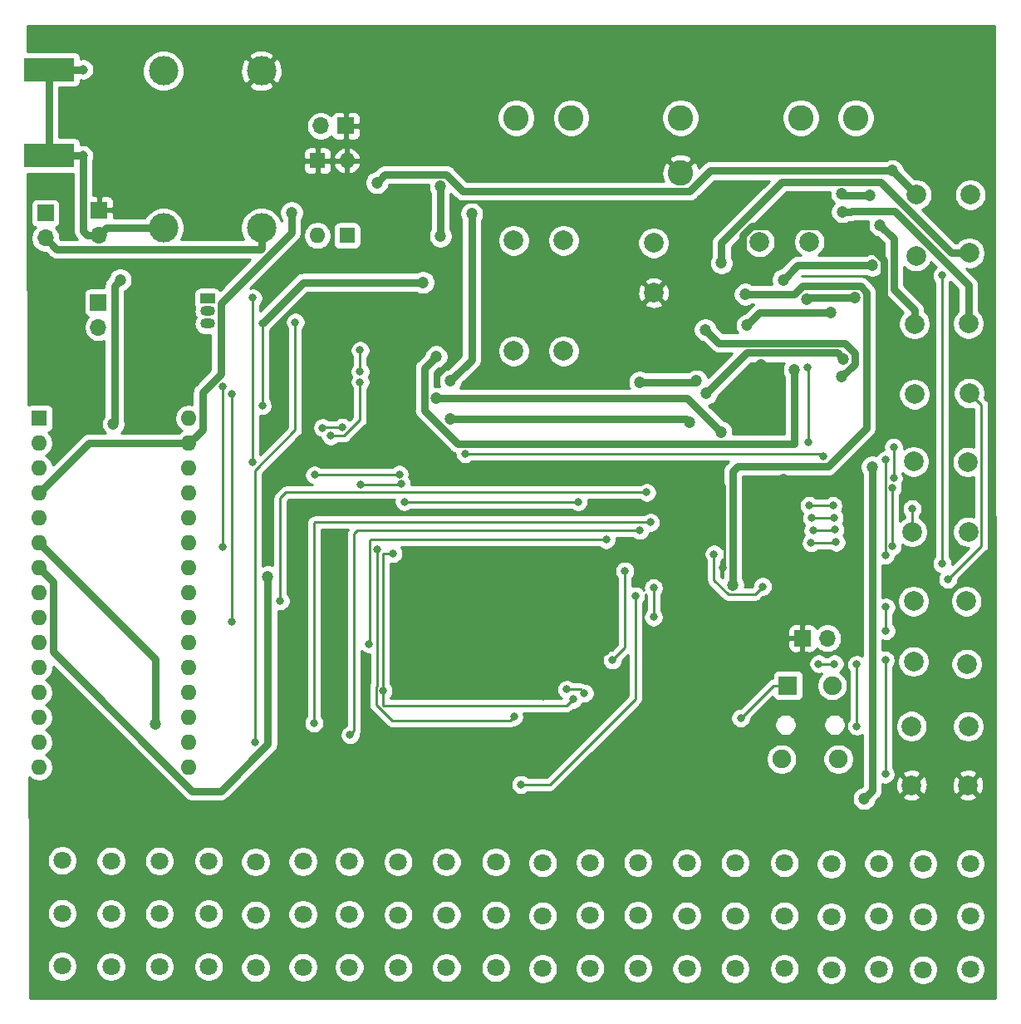
<source format=gbl>
G04 #@! TF.GenerationSoftware,KiCad,Pcbnew,(5.1.5-0)*
G04 #@! TF.CreationDate,2020-04-27T00:03:54-07:00*
G04 #@! TF.ProjectId,SDR Reciever,53445220-5265-4636-9965-7665722e6b69,rev?*
G04 #@! TF.SameCoordinates,Original*
G04 #@! TF.FileFunction,Copper,L2,Bot*
G04 #@! TF.FilePolarity,Positive*
%FSLAX46Y46*%
G04 Gerber Fmt 4.6, Leading zero omitted, Abs format (unit mm)*
G04 Created by KiCad (PCBNEW (5.1.5-0)) date 2020-04-27 00:03:54*
%MOMM*%
%LPD*%
G04 APERTURE LIST*
%ADD10C,1.800000*%
%ADD11C,2.000000*%
%ADD12O,1.700000X1.700000*%
%ADD13R,1.700000X1.700000*%
%ADD14C,1.900000*%
%ADD15R,1.900000X1.900000*%
%ADD16R,1.500000X1.050000*%
%ADD17O,1.500000X1.050000*%
%ADD18R,1.600000X1.600000*%
%ADD19O,1.600000X1.600000*%
%ADD20R,5.080000X2.420000*%
%ADD21C,0.970000*%
%ADD22R,0.950000X0.460000*%
%ADD23C,2.600000*%
%ADD24C,3.000000*%
%ADD25C,0.800000*%
%ADD26C,1.200000*%
%ADD27C,0.250000*%
%ADD28C,0.800000*%
%ADD29C,0.254000*%
G04 APERTURE END LIST*
D10*
X185318400Y-121615200D03*
X180492400Y-121666000D03*
X180492400Y-132435600D03*
X185318400Y-132384800D03*
X180492400Y-127050800D03*
X185318400Y-127000000D03*
X175971200Y-121615200D03*
X151434800Y-132283200D03*
X171145200Y-121666000D03*
X161340800Y-121564400D03*
X166370000Y-121564400D03*
X156413200Y-132334000D03*
X156413200Y-121564400D03*
X156413200Y-126949200D03*
X161340800Y-126949200D03*
X161340800Y-132334000D03*
X171145200Y-132435600D03*
X175971200Y-132384800D03*
X171145200Y-127050800D03*
X175971200Y-127000000D03*
X151434800Y-121513600D03*
X166370000Y-126949200D03*
X151434800Y-126898400D03*
X166370000Y-132334000D03*
X141732000Y-121564400D03*
X146558000Y-121513600D03*
X131927600Y-121462800D03*
X127000000Y-121462800D03*
X136956800Y-121462800D03*
X122021600Y-132181600D03*
X127000000Y-132232400D03*
X131927600Y-126847600D03*
X131927600Y-132232400D03*
X141732000Y-132334000D03*
X146558000Y-132283200D03*
X141732000Y-126949200D03*
X146558000Y-126898400D03*
X122021600Y-121412000D03*
X136956800Y-126847600D03*
X122021600Y-126796800D03*
X136956800Y-132232400D03*
X127000000Y-126847600D03*
X102666800Y-132130800D03*
X112471200Y-132232400D03*
X117297200Y-132181600D03*
X107696000Y-132130800D03*
X92760800Y-132080000D03*
X97739200Y-132130800D03*
X112471200Y-126847600D03*
X117297200Y-126796800D03*
X102666800Y-126746000D03*
X97739200Y-126746000D03*
X107696000Y-126746000D03*
X92760800Y-126695200D03*
X117297200Y-121412000D03*
X112471200Y-121462800D03*
X107696000Y-121361200D03*
X102666800Y-121361200D03*
X97739200Y-121361200D03*
X92760800Y-121310400D03*
D11*
X179324000Y-113639600D03*
D12*
X170751500Y-98679000D03*
D13*
X168211500Y-98679000D03*
D14*
X166073500Y-110982000D03*
X171873500Y-110982000D03*
D15*
X166723500Y-103482000D03*
D14*
X171223500Y-103482000D03*
D11*
X185318400Y-53492400D03*
X179324000Y-107632500D03*
X185115200Y-107645200D03*
X179527200Y-80670400D03*
X185064400Y-80721200D03*
X185115200Y-87833200D03*
X179374800Y-87833200D03*
X179527200Y-101041200D03*
X184962800Y-101295200D03*
X179527200Y-94894400D03*
X184912000Y-94894400D03*
X185216800Y-73710800D03*
X179628800Y-73812400D03*
X185115200Y-66611500D03*
X179628800Y-66649600D03*
X185216800Y-59436000D03*
X179781200Y-59740800D03*
X179832000Y-53492400D03*
X185064400Y-113639600D03*
D16*
X107569000Y-64071500D03*
D17*
X107569000Y-66611500D03*
X107569000Y-65341500D03*
D12*
X96456500Y-66992500D03*
D13*
X96456500Y-64452500D03*
D12*
X91059000Y-57912000D03*
D13*
X91059000Y-55372000D03*
D12*
X96520000Y-57594500D03*
D13*
X96520000Y-55054500D03*
D12*
X119126000Y-46482000D03*
D13*
X121666000Y-46482000D03*
D18*
X90424000Y-76263500D03*
D19*
X105664000Y-109283500D03*
X90424000Y-78803500D03*
X105664000Y-106743500D03*
X90424000Y-81343500D03*
X105664000Y-104203500D03*
X90424000Y-83883500D03*
X105664000Y-101663500D03*
X90424000Y-86423500D03*
X105664000Y-99123500D03*
X90424000Y-88963500D03*
X105664000Y-96583500D03*
X90424000Y-91503500D03*
X105664000Y-94043500D03*
X90424000Y-94043500D03*
X105664000Y-91503500D03*
X90424000Y-96583500D03*
X105664000Y-88963500D03*
X90424000Y-99123500D03*
X105664000Y-86423500D03*
X90424000Y-101663500D03*
X105664000Y-83883500D03*
X90424000Y-104203500D03*
X105664000Y-81343500D03*
X90424000Y-106743500D03*
X105664000Y-78803500D03*
X90424000Y-109283500D03*
X105664000Y-76263500D03*
X90424000Y-111823500D03*
X105664000Y-111823500D03*
D18*
X118786000Y-50036000D03*
D19*
X118786000Y-57656000D03*
X121786000Y-50036000D03*
D18*
X121786000Y-57656000D03*
D20*
X91447200Y-40730400D03*
X91447200Y-49490400D03*
D21*
X94887200Y-40730400D03*
X94887200Y-49490400D03*
D22*
X94437200Y-40730400D03*
X94437200Y-49490400D03*
D23*
X144636000Y-45656000D03*
X139036000Y-45656000D03*
X155786000Y-45656000D03*
X155786000Y-51256000D03*
X168036000Y-45656000D03*
X173636000Y-45656000D03*
D11*
X138786000Y-58156000D03*
X143866000Y-58156000D03*
X153036000Y-63486000D03*
X153036000Y-58406000D03*
X163830000Y-58293000D03*
X168910000Y-58293000D03*
X138786000Y-69406000D03*
X143866000Y-69406000D03*
D24*
X103073200Y-40868600D03*
X103073200Y-56868600D03*
X113073200Y-40868600D03*
X113073200Y-56868600D03*
D25*
X112395000Y-109283500D03*
X116522500Y-66484500D03*
D26*
X116141500Y-55308500D03*
X102235000Y-107378500D03*
X175323500Y-60706000D03*
X166243000Y-62166500D03*
X174498000Y-114998500D03*
X175323500Y-81216500D03*
X113728500Y-92392500D03*
D25*
X110045500Y-96964500D03*
X110045500Y-73750000D03*
D26*
X98679000Y-62166500D03*
X97980500Y-76835000D03*
D25*
X109156500Y-89344500D03*
X109156500Y-73025000D03*
X112204500Y-64008000D03*
X112141000Y-80772000D03*
D26*
X134493000Y-55435500D03*
X132334000Y-72453500D03*
X132334000Y-76327000D03*
X156718000Y-76708000D03*
D25*
X99568000Y-68961000D03*
X100711000Y-70802500D03*
X126174500Y-79819500D03*
X127952500Y-70612000D03*
D26*
X125476000Y-64897000D03*
X129476500Y-64897000D03*
X142621000Y-63436500D03*
X141224000Y-70866000D03*
X160909000Y-73914000D03*
X163957000Y-70866000D03*
X171704000Y-82613500D03*
X166243000Y-82550000D03*
X162750500Y-60642500D03*
X136080500Y-67310000D03*
D25*
X135726006Y-91212506D03*
X139123153Y-95340000D03*
X159829500Y-82677000D03*
X160099500Y-91503500D03*
X148172000Y-100076000D03*
X143764000Y-100076000D03*
X141795500Y-102997000D03*
X141795500Y-104648000D03*
D26*
X158305500Y-67246500D03*
X172212000Y-72045000D03*
D25*
X176720500Y-97917000D03*
X176720500Y-95504000D03*
D26*
X130873500Y-69977000D03*
X167386000Y-71310500D03*
X151638000Y-72580500D03*
X157416500Y-72453500D03*
D25*
X176657000Y-100901500D03*
X176657000Y-112522000D03*
D26*
X130873500Y-74231500D03*
X159893000Y-77660500D03*
X177355500Y-51054000D03*
X124841000Y-52260500D03*
D25*
X161925000Y-106807000D03*
X169862500Y-101282500D03*
X171476500Y-101282500D03*
X173736000Y-107632500D03*
X173736000Y-101346000D03*
D26*
X173545500Y-64008000D03*
X168656000Y-64135000D03*
X159956500Y-60452000D03*
X162560000Y-66802000D03*
X171056001Y-65532000D03*
X172212000Y-53403500D03*
X176123600Y-56591200D03*
X175107600Y-53543200D03*
X172339000Y-70195000D03*
X158432500Y-73723500D03*
X172275500Y-55245000D03*
D25*
X153035000Y-96520000D03*
X153035000Y-93535500D03*
X151193500Y-94361000D03*
X139532000Y-113579000D03*
X125476000Y-104013000D03*
X126492000Y-90043000D03*
X144843500Y-104902000D03*
X114998500Y-94869000D03*
X152336500Y-83820000D03*
X171323000Y-85153500D03*
X168910000Y-85153500D03*
X179374800Y-85496400D03*
X148209000Y-88646000D03*
X169164000Y-86423500D03*
X171450000Y-86423500D03*
X124015500Y-99238000D03*
X118427500Y-107315000D03*
X152717500Y-86868000D03*
X169291000Y-87693500D03*
X171513500Y-87630000D03*
X177382000Y-89306400D03*
X177382000Y-83362800D03*
X122110500Y-108521500D03*
X151638000Y-87693500D03*
X169100500Y-88963500D03*
X171640500Y-88900000D03*
X176657000Y-90233500D03*
X176657000Y-80518000D03*
X168846500Y-78676500D03*
X168719500Y-71120000D03*
X133858000Y-79883000D03*
X170370500Y-80137000D03*
X177495200Y-79197200D03*
X177498483Y-82369605D03*
X127635000Y-84772500D03*
X145351500Y-84772500D03*
X159194500Y-90106500D03*
X164147500Y-93408500D03*
X183032400Y-92659200D03*
X123126500Y-71501000D03*
X123126500Y-69342000D03*
X123126500Y-72580500D03*
X120129702Y-78053798D03*
X118491000Y-82042000D03*
X127127000Y-81978500D03*
X150114000Y-91821000D03*
X113157000Y-66611500D03*
X113157000Y-74993500D03*
X121313758Y-77187242D03*
X119304075Y-77228051D03*
X124872763Y-89640842D03*
D26*
X131318000Y-52641500D03*
X131318000Y-57721500D03*
X129540000Y-62420500D03*
X161099500Y-93281500D03*
X162369500Y-63627000D03*
D25*
X123206397Y-82978103D03*
X127323116Y-82959082D03*
X138811000Y-106680000D03*
X148844000Y-100901500D03*
X145986500Y-104267000D03*
X144182000Y-103886000D03*
X182422800Y-61722000D03*
X182422800Y-91084400D03*
D27*
X116522500Y-77463502D02*
X116522500Y-66484500D01*
X112395000Y-81591002D02*
X116522500Y-77463502D01*
X112395000Y-109283500D02*
X112395000Y-81591002D01*
D28*
X106463999Y-78003501D02*
X105664000Y-78803500D01*
X107064001Y-77403499D02*
X106463999Y-78003501D01*
X108919001Y-71782497D02*
X107064001Y-73637497D01*
X108919001Y-64558346D02*
X108919001Y-71782497D01*
X116141500Y-57335847D02*
X108919001Y-64558346D01*
X116141500Y-55308500D02*
X116141500Y-57335847D01*
X95504000Y-78803500D02*
X105664000Y-78803500D01*
X90424000Y-83883500D02*
X95504000Y-78803500D01*
X107064001Y-73637497D02*
X107064001Y-77403499D01*
X102235000Y-100774500D02*
X102235000Y-107378500D01*
X90424000Y-88963500D02*
X102235000Y-100774500D01*
X167703500Y-60706000D02*
X166243000Y-62166500D01*
X175323500Y-60706000D02*
X167703500Y-60706000D01*
X175323500Y-114173000D02*
X175323500Y-89465000D01*
X174498000Y-114998500D02*
X175323500Y-114173000D01*
X175323500Y-89465000D02*
X175323500Y-81216500D01*
X91824001Y-92903501D02*
X91223999Y-92303499D01*
X113728500Y-109430002D02*
X108922002Y-114236500D01*
X91824001Y-100055503D02*
X91824001Y-92903501D01*
X108922002Y-114236500D02*
X106004998Y-114236500D01*
X106004998Y-114236500D02*
X91824001Y-100055503D01*
X91223999Y-92303499D02*
X90424000Y-91503500D01*
X113728500Y-92392500D02*
X113728500Y-109430002D01*
D27*
X110045500Y-96964500D02*
X110045500Y-73750000D01*
D28*
X98079001Y-76736499D02*
X97980500Y-76835000D01*
X98079001Y-62766499D02*
X98079001Y-76736499D01*
X98679000Y-62166500D02*
X98079001Y-62766499D01*
D27*
X109156500Y-89344500D02*
X109156500Y-73025000D01*
X112204500Y-80708500D02*
X112141000Y-80772000D01*
X112204500Y-64008000D02*
X112204500Y-80708500D01*
D28*
X134493000Y-70294500D02*
X132334000Y-72453500D01*
X134493000Y-55435500D02*
X134493000Y-70294500D01*
X156337000Y-76327000D02*
X156718000Y-76708000D01*
X132334000Y-76327000D02*
X156337000Y-76327000D01*
D27*
X99568000Y-69659500D02*
X100711000Y-70802500D01*
X99568000Y-68961000D02*
X99568000Y-69659500D01*
X126174500Y-72390000D02*
X127952500Y-70612000D01*
X126174500Y-79819500D02*
X126174500Y-72390000D01*
D28*
X125476000Y-64897000D02*
X129476500Y-64897000D01*
X142621000Y-63436500D02*
X141224000Y-64833500D01*
X160909000Y-73914000D02*
X163957000Y-70866000D01*
X166306500Y-82613500D02*
X166243000Y-82550000D01*
X171704000Y-82613500D02*
X166306500Y-82613500D01*
X172303999Y-82013501D02*
X171704000Y-82613500D01*
X176523501Y-77793999D02*
X172303999Y-82013501D01*
X176523501Y-60129999D02*
X176523501Y-77793999D01*
X173086501Y-56692999D02*
X176523501Y-60129999D01*
X163061999Y-56692999D02*
X173086501Y-56692999D01*
X162150501Y-57604497D02*
X163061999Y-56692999D01*
X162150501Y-60042501D02*
X162150501Y-57604497D01*
X162750500Y-60642500D02*
X162150501Y-60042501D01*
X141224000Y-67310000D02*
X136080500Y-67310000D01*
X141224000Y-64833500D02*
X141224000Y-67310000D01*
X141224000Y-67310000D02*
X141224000Y-70866000D01*
D27*
X139123153Y-94609653D02*
X139123153Y-95340000D01*
X135726006Y-91212506D02*
X139123153Y-94609653D01*
X160229499Y-91373501D02*
X160099500Y-91503500D01*
X160229499Y-83076999D02*
X160229499Y-91373501D01*
X159829500Y-82677000D02*
X160229499Y-83076999D01*
X148172000Y-100076000D02*
X143764000Y-100076000D01*
X141795500Y-102997000D02*
X141795500Y-104648000D01*
D28*
X158305500Y-67246500D02*
X159653991Y-68594991D01*
X173539001Y-69618999D02*
X173539001Y-70717999D01*
X172514993Y-68594991D02*
X173539001Y-69618999D01*
X173539001Y-70717999D02*
X172212000Y-72045000D01*
X159653991Y-68594991D02*
X172514993Y-68594991D01*
D27*
X176720500Y-97917000D02*
X176720500Y-95504000D01*
D28*
X133091498Y-78860500D02*
X167386000Y-78860500D01*
X129673499Y-75442501D02*
X133091498Y-78860500D01*
X129673499Y-71177001D02*
X129673499Y-75442501D01*
X130873500Y-69977000D02*
X129673499Y-71177001D01*
X167386000Y-78860500D02*
X167386000Y-71310500D01*
X157289500Y-72580500D02*
X157416500Y-72453500D01*
X151638000Y-72580500D02*
X157289500Y-72580500D01*
D27*
X176657000Y-100901500D02*
X176657000Y-112522000D01*
D28*
X156464000Y-74231500D02*
X159893000Y-77660500D01*
X130873500Y-74231500D02*
X156464000Y-74231500D01*
X113073200Y-58989920D02*
X113073200Y-56868600D01*
X113018619Y-59044501D02*
X113073200Y-58989920D01*
X92191501Y-59044501D02*
X113018619Y-59044501D01*
X91059000Y-57912000D02*
X92191501Y-59044501D01*
X131894001Y-51441499D02*
X125660001Y-51441499D01*
X125660001Y-51441499D02*
X124841000Y-52260500D01*
X156698001Y-53156001D02*
X133608503Y-53156001D01*
X133608503Y-53156001D02*
X131894001Y-51441499D01*
X158800002Y-51054000D02*
X156698001Y-53156001D01*
X177355500Y-51054000D02*
X158800002Y-51054000D01*
X177393600Y-51054000D02*
X179832000Y-53492400D01*
X177355500Y-51054000D02*
X177393600Y-51054000D01*
X97245900Y-56868600D02*
X96520000Y-57594500D01*
X103073200Y-56868600D02*
X97245900Y-56868600D01*
X94437200Y-49490400D02*
X91447200Y-49490400D01*
X95317919Y-57594500D02*
X96520000Y-57594500D01*
X94887200Y-57163781D02*
X95317919Y-57594500D01*
X94887200Y-49490400D02*
X94887200Y-57163781D01*
X91447200Y-40730400D02*
X91447200Y-49490400D01*
X91447200Y-40730400D02*
X94887200Y-40730400D01*
X91447200Y-49490400D02*
X94887200Y-49490400D01*
D27*
X165250000Y-103482000D02*
X166723500Y-103482000D01*
X161925000Y-106807000D02*
X165250000Y-103482000D01*
X169862500Y-101282500D02*
X171476500Y-101282500D01*
X173736000Y-107632500D02*
X173736000Y-101346000D01*
D28*
X168783000Y-64008000D02*
X168656000Y-64135000D01*
X173545500Y-64008000D02*
X168783000Y-64008000D01*
X183802587Y-59436000D02*
X185216800Y-59436000D01*
X159956500Y-58384271D02*
X166137272Y-52203499D01*
X176175097Y-52203499D02*
X183407598Y-59436000D01*
X183407598Y-59436000D02*
X183802587Y-59436000D01*
X166137272Y-52203499D02*
X176175097Y-52203499D01*
X159956500Y-60452000D02*
X159956500Y-58384271D01*
X163830000Y-65532000D02*
X171056001Y-65532000D01*
X162560000Y-66802000D02*
X163830000Y-65532000D01*
X177523511Y-63130098D02*
X177523511Y-58715011D01*
X179628800Y-65235387D02*
X177523511Y-63130098D01*
X179628800Y-66649600D02*
X179628800Y-65235387D01*
X177523511Y-57991111D02*
X176123600Y-56591200D01*
X177523511Y-58715011D02*
X177523511Y-57991111D01*
X172351700Y-53543200D02*
X172212000Y-53403500D01*
X175107600Y-53543200D02*
X172351700Y-53543200D01*
X162560999Y-69595001D02*
X158432500Y-73723500D01*
X171739001Y-69595001D02*
X162560999Y-69595001D01*
X172339000Y-70195000D02*
X171739001Y-69595001D01*
X173200228Y-55168800D02*
X177577202Y-55168800D01*
X185115200Y-62706798D02*
X185115200Y-66611500D01*
X177577202Y-55168800D02*
X185115200Y-62706798D01*
X173124028Y-55245000D02*
X173200228Y-55168800D01*
X172275500Y-55245000D02*
X173124028Y-55245000D01*
D27*
X153035000Y-96520000D02*
X153035000Y-93535500D01*
X151193500Y-104832002D02*
X142446502Y-113579000D01*
X142446502Y-113579000D02*
X139532000Y-113579000D01*
X151193500Y-94361000D02*
X151193500Y-104832002D01*
X125476000Y-90043000D02*
X125476000Y-104013000D01*
X125476000Y-104013000D02*
X125476000Y-105537000D01*
X125476000Y-90043000D02*
X126492000Y-90043000D01*
X144843500Y-104902000D02*
X144208500Y-105537000D01*
X141033500Y-105537000D02*
X141097000Y-105537000D01*
X144208500Y-105537000D02*
X141033500Y-105537000D01*
X125476000Y-105537000D02*
X141033500Y-105537000D01*
X114998500Y-94869000D02*
X114998500Y-84391500D01*
X115570000Y-83820000D02*
X152336500Y-83820000D01*
X114998500Y-84391500D02*
X115570000Y-83820000D01*
X171323000Y-85153500D02*
X168910000Y-85153500D01*
X179374800Y-85496400D02*
X179374800Y-87833200D01*
X124206000Y-88646000D02*
X148209000Y-88646000D01*
X124079000Y-88773000D02*
X124206000Y-88646000D01*
X169164000Y-86423500D02*
X171450000Y-86423500D01*
X124079000Y-99174500D02*
X124015500Y-99238000D01*
X124079000Y-88773000D02*
X124079000Y-99174500D01*
X118427500Y-107315000D02*
X118427500Y-86931500D01*
X118427500Y-86931500D02*
X118491000Y-86868000D01*
X171450000Y-87693500D02*
X171513500Y-87630000D01*
X169291000Y-87693500D02*
X171450000Y-87693500D01*
X152717500Y-86868000D02*
X118491000Y-86868000D01*
X177382000Y-89306400D02*
X177382000Y-83362800D01*
X122510499Y-108121501D02*
X122510499Y-88029999D01*
X122110500Y-108521500D02*
X122510499Y-108121501D01*
X122846998Y-87693500D02*
X151638000Y-87693500D01*
X122510499Y-88029999D02*
X122846998Y-87693500D01*
X169100500Y-88963500D02*
X171513500Y-88963500D01*
X171577000Y-88963500D02*
X171640500Y-88900000D01*
X171513500Y-88963500D02*
X171577000Y-88963500D01*
X176657000Y-90233500D02*
X176657000Y-80518000D01*
X168846500Y-71247000D02*
X168719500Y-71120000D01*
X168846500Y-78676500D02*
X168846500Y-71247000D01*
X170116500Y-79883000D02*
X170370500Y-80137000D01*
X133858000Y-79883000D02*
X170116500Y-79883000D01*
X177495200Y-82366322D02*
X177498483Y-82369605D01*
X177495200Y-79197200D02*
X177495200Y-82366322D01*
X127635000Y-84772500D02*
X145351500Y-84772500D01*
X163349499Y-94206501D02*
X164147500Y-93408500D01*
X160655499Y-94206501D02*
X163349499Y-94206501D01*
X159194500Y-92745502D02*
X160655499Y-94206501D01*
X159194500Y-90106500D02*
X159194500Y-92745502D01*
X186440201Y-74934201D02*
X186440201Y-89251399D01*
X186440201Y-89251399D02*
X183032400Y-92659200D01*
X185216800Y-73710800D02*
X186440201Y-74934201D01*
X123126500Y-71501000D02*
X123126500Y-69342000D01*
X123126500Y-76447502D02*
X121520204Y-78053798D01*
X121520204Y-78053798D02*
X120129702Y-78053798D01*
X123126500Y-72580500D02*
X123126500Y-76447502D01*
X127063500Y-82042000D02*
X127127000Y-81978500D01*
X118491000Y-82042000D02*
X127063500Y-82042000D01*
X149987000Y-91948000D02*
X150114000Y-91821000D01*
X113157000Y-66611500D02*
X113157000Y-74993500D01*
X119344884Y-77187242D02*
X119304075Y-77228051D01*
X121313758Y-77187242D02*
X119344884Y-77187242D01*
X124750999Y-103664999D02*
X124872763Y-103543235D01*
X126363590Y-107061000D02*
X124750999Y-105448409D01*
X124750999Y-105448409D02*
X124750999Y-103664999D01*
X124872763Y-103543235D02*
X124872763Y-89640842D01*
D28*
X131318000Y-52641500D02*
X131318000Y-57721500D01*
X117348000Y-62420500D02*
X113157000Y-66611500D01*
X129540000Y-62420500D02*
X117348000Y-62420500D01*
X167387998Y-63627000D02*
X162369500Y-63627000D01*
X174745501Y-63431999D02*
X174121501Y-62807999D01*
X174745501Y-77242001D02*
X174745501Y-63431999D01*
X170850501Y-81137001D02*
X174745501Y-77242001D01*
X161628491Y-81137001D02*
X170850501Y-81137001D01*
X168206999Y-62807999D02*
X167387998Y-63627000D01*
X161099500Y-81665992D02*
X161628491Y-81137001D01*
X174121501Y-62807999D02*
X168206999Y-62807999D01*
X161099500Y-93281500D02*
X161099500Y-81665992D01*
D27*
X127304095Y-82978103D02*
X127323116Y-82959082D01*
X123206397Y-82978103D02*
X127304095Y-82978103D01*
X138430000Y-107061000D02*
X138811000Y-106680000D01*
X126363590Y-107061000D02*
X138430000Y-107061000D01*
X150114000Y-99631500D02*
X148844000Y-100901500D01*
X150114000Y-91821000D02*
X150114000Y-99631500D01*
X145605500Y-103886000D02*
X144182000Y-103886000D01*
X145986500Y-104267000D02*
X145605500Y-103886000D01*
X182422800Y-61722000D02*
X182422800Y-91084400D01*
D29*
G36*
X187883560Y-135306949D02*
G01*
X89481323Y-135357053D01*
X89470924Y-131928816D01*
X91225800Y-131928816D01*
X91225800Y-132231184D01*
X91284789Y-132527743D01*
X91400501Y-132807095D01*
X91568488Y-133058505D01*
X91782295Y-133272312D01*
X92033705Y-133440299D01*
X92313057Y-133556011D01*
X92609616Y-133615000D01*
X92911984Y-133615000D01*
X93208543Y-133556011D01*
X93487895Y-133440299D01*
X93739305Y-133272312D01*
X93953112Y-133058505D01*
X94121099Y-132807095D01*
X94236811Y-132527743D01*
X94295800Y-132231184D01*
X94295800Y-131979616D01*
X96204200Y-131979616D01*
X96204200Y-132281984D01*
X96263189Y-132578543D01*
X96378901Y-132857895D01*
X96546888Y-133109305D01*
X96760695Y-133323112D01*
X97012105Y-133491099D01*
X97291457Y-133606811D01*
X97588016Y-133665800D01*
X97890384Y-133665800D01*
X98186943Y-133606811D01*
X98466295Y-133491099D01*
X98717705Y-133323112D01*
X98931512Y-133109305D01*
X99099499Y-132857895D01*
X99215211Y-132578543D01*
X99274200Y-132281984D01*
X99274200Y-131979616D01*
X101131800Y-131979616D01*
X101131800Y-132281984D01*
X101190789Y-132578543D01*
X101306501Y-132857895D01*
X101474488Y-133109305D01*
X101688295Y-133323112D01*
X101939705Y-133491099D01*
X102219057Y-133606811D01*
X102515616Y-133665800D01*
X102817984Y-133665800D01*
X103114543Y-133606811D01*
X103393895Y-133491099D01*
X103645305Y-133323112D01*
X103859112Y-133109305D01*
X104027099Y-132857895D01*
X104142811Y-132578543D01*
X104201800Y-132281984D01*
X104201800Y-131979616D01*
X106161000Y-131979616D01*
X106161000Y-132281984D01*
X106219989Y-132578543D01*
X106335701Y-132857895D01*
X106503688Y-133109305D01*
X106717495Y-133323112D01*
X106968905Y-133491099D01*
X107248257Y-133606811D01*
X107544816Y-133665800D01*
X107847184Y-133665800D01*
X108143743Y-133606811D01*
X108423095Y-133491099D01*
X108674505Y-133323112D01*
X108888312Y-133109305D01*
X109056299Y-132857895D01*
X109172011Y-132578543D01*
X109231000Y-132281984D01*
X109231000Y-132081216D01*
X110936200Y-132081216D01*
X110936200Y-132383584D01*
X110995189Y-132680143D01*
X111110901Y-132959495D01*
X111278888Y-133210905D01*
X111492695Y-133424712D01*
X111744105Y-133592699D01*
X112023457Y-133708411D01*
X112320016Y-133767400D01*
X112622384Y-133767400D01*
X112918943Y-133708411D01*
X113198295Y-133592699D01*
X113449705Y-133424712D01*
X113663512Y-133210905D01*
X113831499Y-132959495D01*
X113947211Y-132680143D01*
X114006200Y-132383584D01*
X114006200Y-132081216D01*
X113996096Y-132030416D01*
X115762200Y-132030416D01*
X115762200Y-132332784D01*
X115821189Y-132629343D01*
X115936901Y-132908695D01*
X116104888Y-133160105D01*
X116318695Y-133373912D01*
X116570105Y-133541899D01*
X116849457Y-133657611D01*
X117146016Y-133716600D01*
X117448384Y-133716600D01*
X117744943Y-133657611D01*
X118024295Y-133541899D01*
X118275705Y-133373912D01*
X118489512Y-133160105D01*
X118657499Y-132908695D01*
X118773211Y-132629343D01*
X118832200Y-132332784D01*
X118832200Y-132030416D01*
X120486600Y-132030416D01*
X120486600Y-132332784D01*
X120545589Y-132629343D01*
X120661301Y-132908695D01*
X120829288Y-133160105D01*
X121043095Y-133373912D01*
X121294505Y-133541899D01*
X121573857Y-133657611D01*
X121870416Y-133716600D01*
X122172784Y-133716600D01*
X122469343Y-133657611D01*
X122748695Y-133541899D01*
X123000105Y-133373912D01*
X123213912Y-133160105D01*
X123381899Y-132908695D01*
X123497611Y-132629343D01*
X123556600Y-132332784D01*
X123556600Y-132081216D01*
X125465000Y-132081216D01*
X125465000Y-132383584D01*
X125523989Y-132680143D01*
X125639701Y-132959495D01*
X125807688Y-133210905D01*
X126021495Y-133424712D01*
X126272905Y-133592699D01*
X126552257Y-133708411D01*
X126848816Y-133767400D01*
X127151184Y-133767400D01*
X127447743Y-133708411D01*
X127727095Y-133592699D01*
X127978505Y-133424712D01*
X128192312Y-133210905D01*
X128360299Y-132959495D01*
X128476011Y-132680143D01*
X128535000Y-132383584D01*
X128535000Y-132081216D01*
X130392600Y-132081216D01*
X130392600Y-132383584D01*
X130451589Y-132680143D01*
X130567301Y-132959495D01*
X130735288Y-133210905D01*
X130949095Y-133424712D01*
X131200505Y-133592699D01*
X131479857Y-133708411D01*
X131776416Y-133767400D01*
X132078784Y-133767400D01*
X132375343Y-133708411D01*
X132654695Y-133592699D01*
X132906105Y-133424712D01*
X133119912Y-133210905D01*
X133287899Y-132959495D01*
X133403611Y-132680143D01*
X133462600Y-132383584D01*
X133462600Y-132081216D01*
X135421800Y-132081216D01*
X135421800Y-132383584D01*
X135480789Y-132680143D01*
X135596501Y-132959495D01*
X135764488Y-133210905D01*
X135978295Y-133424712D01*
X136229705Y-133592699D01*
X136509057Y-133708411D01*
X136805616Y-133767400D01*
X137107984Y-133767400D01*
X137404543Y-133708411D01*
X137683895Y-133592699D01*
X137935305Y-133424712D01*
X138149112Y-133210905D01*
X138317099Y-132959495D01*
X138432811Y-132680143D01*
X138491800Y-132383584D01*
X138491800Y-132182816D01*
X140197000Y-132182816D01*
X140197000Y-132485184D01*
X140255989Y-132781743D01*
X140371701Y-133061095D01*
X140539688Y-133312505D01*
X140753495Y-133526312D01*
X141004905Y-133694299D01*
X141284257Y-133810011D01*
X141580816Y-133869000D01*
X141883184Y-133869000D01*
X142179743Y-133810011D01*
X142459095Y-133694299D01*
X142710505Y-133526312D01*
X142924312Y-133312505D01*
X143092299Y-133061095D01*
X143208011Y-132781743D01*
X143267000Y-132485184D01*
X143267000Y-132182816D01*
X143256896Y-132132016D01*
X145023000Y-132132016D01*
X145023000Y-132434384D01*
X145081989Y-132730943D01*
X145197701Y-133010295D01*
X145365688Y-133261705D01*
X145579495Y-133475512D01*
X145830905Y-133643499D01*
X146110257Y-133759211D01*
X146406816Y-133818200D01*
X146709184Y-133818200D01*
X147005743Y-133759211D01*
X147285095Y-133643499D01*
X147536505Y-133475512D01*
X147750312Y-133261705D01*
X147918299Y-133010295D01*
X148034011Y-132730943D01*
X148093000Y-132434384D01*
X148093000Y-132132016D01*
X149899800Y-132132016D01*
X149899800Y-132434384D01*
X149958789Y-132730943D01*
X150074501Y-133010295D01*
X150242488Y-133261705D01*
X150456295Y-133475512D01*
X150707705Y-133643499D01*
X150987057Y-133759211D01*
X151283616Y-133818200D01*
X151585984Y-133818200D01*
X151882543Y-133759211D01*
X152161895Y-133643499D01*
X152413305Y-133475512D01*
X152627112Y-133261705D01*
X152795099Y-133010295D01*
X152910811Y-132730943D01*
X152969800Y-132434384D01*
X152969800Y-132182816D01*
X154878200Y-132182816D01*
X154878200Y-132485184D01*
X154937189Y-132781743D01*
X155052901Y-133061095D01*
X155220888Y-133312505D01*
X155434695Y-133526312D01*
X155686105Y-133694299D01*
X155965457Y-133810011D01*
X156262016Y-133869000D01*
X156564384Y-133869000D01*
X156860943Y-133810011D01*
X157140295Y-133694299D01*
X157391705Y-133526312D01*
X157605512Y-133312505D01*
X157773499Y-133061095D01*
X157889211Y-132781743D01*
X157948200Y-132485184D01*
X157948200Y-132182816D01*
X159805800Y-132182816D01*
X159805800Y-132485184D01*
X159864789Y-132781743D01*
X159980501Y-133061095D01*
X160148488Y-133312505D01*
X160362295Y-133526312D01*
X160613705Y-133694299D01*
X160893057Y-133810011D01*
X161189616Y-133869000D01*
X161491984Y-133869000D01*
X161788543Y-133810011D01*
X162067895Y-133694299D01*
X162319305Y-133526312D01*
X162533112Y-133312505D01*
X162701099Y-133061095D01*
X162816811Y-132781743D01*
X162875800Y-132485184D01*
X162875800Y-132182816D01*
X164835000Y-132182816D01*
X164835000Y-132485184D01*
X164893989Y-132781743D01*
X165009701Y-133061095D01*
X165177688Y-133312505D01*
X165391495Y-133526312D01*
X165642905Y-133694299D01*
X165922257Y-133810011D01*
X166218816Y-133869000D01*
X166521184Y-133869000D01*
X166817743Y-133810011D01*
X167097095Y-133694299D01*
X167348505Y-133526312D01*
X167562312Y-133312505D01*
X167730299Y-133061095D01*
X167846011Y-132781743D01*
X167905000Y-132485184D01*
X167905000Y-132284416D01*
X169610200Y-132284416D01*
X169610200Y-132586784D01*
X169669189Y-132883343D01*
X169784901Y-133162695D01*
X169952888Y-133414105D01*
X170166695Y-133627912D01*
X170418105Y-133795899D01*
X170697457Y-133911611D01*
X170994016Y-133970600D01*
X171296384Y-133970600D01*
X171592943Y-133911611D01*
X171872295Y-133795899D01*
X172123705Y-133627912D01*
X172337512Y-133414105D01*
X172505499Y-133162695D01*
X172621211Y-132883343D01*
X172680200Y-132586784D01*
X172680200Y-132284416D01*
X172670096Y-132233616D01*
X174436200Y-132233616D01*
X174436200Y-132535984D01*
X174495189Y-132832543D01*
X174610901Y-133111895D01*
X174778888Y-133363305D01*
X174992695Y-133577112D01*
X175244105Y-133745099D01*
X175523457Y-133860811D01*
X175820016Y-133919800D01*
X176122384Y-133919800D01*
X176418943Y-133860811D01*
X176698295Y-133745099D01*
X176949705Y-133577112D01*
X177163512Y-133363305D01*
X177331499Y-133111895D01*
X177447211Y-132832543D01*
X177506200Y-132535984D01*
X177506200Y-132284416D01*
X178957400Y-132284416D01*
X178957400Y-132586784D01*
X179016389Y-132883343D01*
X179132101Y-133162695D01*
X179300088Y-133414105D01*
X179513895Y-133627912D01*
X179765305Y-133795899D01*
X180044657Y-133911611D01*
X180341216Y-133970600D01*
X180643584Y-133970600D01*
X180940143Y-133911611D01*
X181219495Y-133795899D01*
X181470905Y-133627912D01*
X181684712Y-133414105D01*
X181852699Y-133162695D01*
X181968411Y-132883343D01*
X182027400Y-132586784D01*
X182027400Y-132284416D01*
X182017296Y-132233616D01*
X183783400Y-132233616D01*
X183783400Y-132535984D01*
X183842389Y-132832543D01*
X183958101Y-133111895D01*
X184126088Y-133363305D01*
X184339895Y-133577112D01*
X184591305Y-133745099D01*
X184870657Y-133860811D01*
X185167216Y-133919800D01*
X185469584Y-133919800D01*
X185766143Y-133860811D01*
X186045495Y-133745099D01*
X186296905Y-133577112D01*
X186510712Y-133363305D01*
X186678699Y-133111895D01*
X186794411Y-132832543D01*
X186853400Y-132535984D01*
X186853400Y-132233616D01*
X186794411Y-131937057D01*
X186678699Y-131657705D01*
X186510712Y-131406295D01*
X186296905Y-131192488D01*
X186045495Y-131024501D01*
X185766143Y-130908789D01*
X185469584Y-130849800D01*
X185167216Y-130849800D01*
X184870657Y-130908789D01*
X184591305Y-131024501D01*
X184339895Y-131192488D01*
X184126088Y-131406295D01*
X183958101Y-131657705D01*
X183842389Y-131937057D01*
X183783400Y-132233616D01*
X182017296Y-132233616D01*
X181968411Y-131987857D01*
X181852699Y-131708505D01*
X181684712Y-131457095D01*
X181470905Y-131243288D01*
X181219495Y-131075301D01*
X180940143Y-130959589D01*
X180643584Y-130900600D01*
X180341216Y-130900600D01*
X180044657Y-130959589D01*
X179765305Y-131075301D01*
X179513895Y-131243288D01*
X179300088Y-131457095D01*
X179132101Y-131708505D01*
X179016389Y-131987857D01*
X178957400Y-132284416D01*
X177506200Y-132284416D01*
X177506200Y-132233616D01*
X177447211Y-131937057D01*
X177331499Y-131657705D01*
X177163512Y-131406295D01*
X176949705Y-131192488D01*
X176698295Y-131024501D01*
X176418943Y-130908789D01*
X176122384Y-130849800D01*
X175820016Y-130849800D01*
X175523457Y-130908789D01*
X175244105Y-131024501D01*
X174992695Y-131192488D01*
X174778888Y-131406295D01*
X174610901Y-131657705D01*
X174495189Y-131937057D01*
X174436200Y-132233616D01*
X172670096Y-132233616D01*
X172621211Y-131987857D01*
X172505499Y-131708505D01*
X172337512Y-131457095D01*
X172123705Y-131243288D01*
X171872295Y-131075301D01*
X171592943Y-130959589D01*
X171296384Y-130900600D01*
X170994016Y-130900600D01*
X170697457Y-130959589D01*
X170418105Y-131075301D01*
X170166695Y-131243288D01*
X169952888Y-131457095D01*
X169784901Y-131708505D01*
X169669189Y-131987857D01*
X169610200Y-132284416D01*
X167905000Y-132284416D01*
X167905000Y-132182816D01*
X167846011Y-131886257D01*
X167730299Y-131606905D01*
X167562312Y-131355495D01*
X167348505Y-131141688D01*
X167097095Y-130973701D01*
X166817743Y-130857989D01*
X166521184Y-130799000D01*
X166218816Y-130799000D01*
X165922257Y-130857989D01*
X165642905Y-130973701D01*
X165391495Y-131141688D01*
X165177688Y-131355495D01*
X165009701Y-131606905D01*
X164893989Y-131886257D01*
X164835000Y-132182816D01*
X162875800Y-132182816D01*
X162816811Y-131886257D01*
X162701099Y-131606905D01*
X162533112Y-131355495D01*
X162319305Y-131141688D01*
X162067895Y-130973701D01*
X161788543Y-130857989D01*
X161491984Y-130799000D01*
X161189616Y-130799000D01*
X160893057Y-130857989D01*
X160613705Y-130973701D01*
X160362295Y-131141688D01*
X160148488Y-131355495D01*
X159980501Y-131606905D01*
X159864789Y-131886257D01*
X159805800Y-132182816D01*
X157948200Y-132182816D01*
X157889211Y-131886257D01*
X157773499Y-131606905D01*
X157605512Y-131355495D01*
X157391705Y-131141688D01*
X157140295Y-130973701D01*
X156860943Y-130857989D01*
X156564384Y-130799000D01*
X156262016Y-130799000D01*
X155965457Y-130857989D01*
X155686105Y-130973701D01*
X155434695Y-131141688D01*
X155220888Y-131355495D01*
X155052901Y-131606905D01*
X154937189Y-131886257D01*
X154878200Y-132182816D01*
X152969800Y-132182816D01*
X152969800Y-132132016D01*
X152910811Y-131835457D01*
X152795099Y-131556105D01*
X152627112Y-131304695D01*
X152413305Y-131090888D01*
X152161895Y-130922901D01*
X151882543Y-130807189D01*
X151585984Y-130748200D01*
X151283616Y-130748200D01*
X150987057Y-130807189D01*
X150707705Y-130922901D01*
X150456295Y-131090888D01*
X150242488Y-131304695D01*
X150074501Y-131556105D01*
X149958789Y-131835457D01*
X149899800Y-132132016D01*
X148093000Y-132132016D01*
X148034011Y-131835457D01*
X147918299Y-131556105D01*
X147750312Y-131304695D01*
X147536505Y-131090888D01*
X147285095Y-130922901D01*
X147005743Y-130807189D01*
X146709184Y-130748200D01*
X146406816Y-130748200D01*
X146110257Y-130807189D01*
X145830905Y-130922901D01*
X145579495Y-131090888D01*
X145365688Y-131304695D01*
X145197701Y-131556105D01*
X145081989Y-131835457D01*
X145023000Y-132132016D01*
X143256896Y-132132016D01*
X143208011Y-131886257D01*
X143092299Y-131606905D01*
X142924312Y-131355495D01*
X142710505Y-131141688D01*
X142459095Y-130973701D01*
X142179743Y-130857989D01*
X141883184Y-130799000D01*
X141580816Y-130799000D01*
X141284257Y-130857989D01*
X141004905Y-130973701D01*
X140753495Y-131141688D01*
X140539688Y-131355495D01*
X140371701Y-131606905D01*
X140255989Y-131886257D01*
X140197000Y-132182816D01*
X138491800Y-132182816D01*
X138491800Y-132081216D01*
X138432811Y-131784657D01*
X138317099Y-131505305D01*
X138149112Y-131253895D01*
X137935305Y-131040088D01*
X137683895Y-130872101D01*
X137404543Y-130756389D01*
X137107984Y-130697400D01*
X136805616Y-130697400D01*
X136509057Y-130756389D01*
X136229705Y-130872101D01*
X135978295Y-131040088D01*
X135764488Y-131253895D01*
X135596501Y-131505305D01*
X135480789Y-131784657D01*
X135421800Y-132081216D01*
X133462600Y-132081216D01*
X133403611Y-131784657D01*
X133287899Y-131505305D01*
X133119912Y-131253895D01*
X132906105Y-131040088D01*
X132654695Y-130872101D01*
X132375343Y-130756389D01*
X132078784Y-130697400D01*
X131776416Y-130697400D01*
X131479857Y-130756389D01*
X131200505Y-130872101D01*
X130949095Y-131040088D01*
X130735288Y-131253895D01*
X130567301Y-131505305D01*
X130451589Y-131784657D01*
X130392600Y-132081216D01*
X128535000Y-132081216D01*
X128476011Y-131784657D01*
X128360299Y-131505305D01*
X128192312Y-131253895D01*
X127978505Y-131040088D01*
X127727095Y-130872101D01*
X127447743Y-130756389D01*
X127151184Y-130697400D01*
X126848816Y-130697400D01*
X126552257Y-130756389D01*
X126272905Y-130872101D01*
X126021495Y-131040088D01*
X125807688Y-131253895D01*
X125639701Y-131505305D01*
X125523989Y-131784657D01*
X125465000Y-132081216D01*
X123556600Y-132081216D01*
X123556600Y-132030416D01*
X123497611Y-131733857D01*
X123381899Y-131454505D01*
X123213912Y-131203095D01*
X123000105Y-130989288D01*
X122748695Y-130821301D01*
X122469343Y-130705589D01*
X122172784Y-130646600D01*
X121870416Y-130646600D01*
X121573857Y-130705589D01*
X121294505Y-130821301D01*
X121043095Y-130989288D01*
X120829288Y-131203095D01*
X120661301Y-131454505D01*
X120545589Y-131733857D01*
X120486600Y-132030416D01*
X118832200Y-132030416D01*
X118773211Y-131733857D01*
X118657499Y-131454505D01*
X118489512Y-131203095D01*
X118275705Y-130989288D01*
X118024295Y-130821301D01*
X117744943Y-130705589D01*
X117448384Y-130646600D01*
X117146016Y-130646600D01*
X116849457Y-130705589D01*
X116570105Y-130821301D01*
X116318695Y-130989288D01*
X116104888Y-131203095D01*
X115936901Y-131454505D01*
X115821189Y-131733857D01*
X115762200Y-132030416D01*
X113996096Y-132030416D01*
X113947211Y-131784657D01*
X113831499Y-131505305D01*
X113663512Y-131253895D01*
X113449705Y-131040088D01*
X113198295Y-130872101D01*
X112918943Y-130756389D01*
X112622384Y-130697400D01*
X112320016Y-130697400D01*
X112023457Y-130756389D01*
X111744105Y-130872101D01*
X111492695Y-131040088D01*
X111278888Y-131253895D01*
X111110901Y-131505305D01*
X110995189Y-131784657D01*
X110936200Y-132081216D01*
X109231000Y-132081216D01*
X109231000Y-131979616D01*
X109172011Y-131683057D01*
X109056299Y-131403705D01*
X108888312Y-131152295D01*
X108674505Y-130938488D01*
X108423095Y-130770501D01*
X108143743Y-130654789D01*
X107847184Y-130595800D01*
X107544816Y-130595800D01*
X107248257Y-130654789D01*
X106968905Y-130770501D01*
X106717495Y-130938488D01*
X106503688Y-131152295D01*
X106335701Y-131403705D01*
X106219989Y-131683057D01*
X106161000Y-131979616D01*
X104201800Y-131979616D01*
X104142811Y-131683057D01*
X104027099Y-131403705D01*
X103859112Y-131152295D01*
X103645305Y-130938488D01*
X103393895Y-130770501D01*
X103114543Y-130654789D01*
X102817984Y-130595800D01*
X102515616Y-130595800D01*
X102219057Y-130654789D01*
X101939705Y-130770501D01*
X101688295Y-130938488D01*
X101474488Y-131152295D01*
X101306501Y-131403705D01*
X101190789Y-131683057D01*
X101131800Y-131979616D01*
X99274200Y-131979616D01*
X99215211Y-131683057D01*
X99099499Y-131403705D01*
X98931512Y-131152295D01*
X98717705Y-130938488D01*
X98466295Y-130770501D01*
X98186943Y-130654789D01*
X97890384Y-130595800D01*
X97588016Y-130595800D01*
X97291457Y-130654789D01*
X97012105Y-130770501D01*
X96760695Y-130938488D01*
X96546888Y-131152295D01*
X96378901Y-131403705D01*
X96263189Y-131683057D01*
X96204200Y-131979616D01*
X94295800Y-131979616D01*
X94295800Y-131928816D01*
X94236811Y-131632257D01*
X94121099Y-131352905D01*
X93953112Y-131101495D01*
X93739305Y-130887688D01*
X93487895Y-130719701D01*
X93208543Y-130603989D01*
X92911984Y-130545000D01*
X92609616Y-130545000D01*
X92313057Y-130603989D01*
X92033705Y-130719701D01*
X91782295Y-130887688D01*
X91568488Y-131101495D01*
X91400501Y-131352905D01*
X91284789Y-131632257D01*
X91225800Y-131928816D01*
X89470924Y-131928816D01*
X89454591Y-126544016D01*
X91225800Y-126544016D01*
X91225800Y-126846384D01*
X91284789Y-127142943D01*
X91400501Y-127422295D01*
X91568488Y-127673705D01*
X91782295Y-127887512D01*
X92033705Y-128055499D01*
X92313057Y-128171211D01*
X92609616Y-128230200D01*
X92911984Y-128230200D01*
X93208543Y-128171211D01*
X93487895Y-128055499D01*
X93739305Y-127887512D01*
X93953112Y-127673705D01*
X94121099Y-127422295D01*
X94236811Y-127142943D01*
X94295800Y-126846384D01*
X94295800Y-126594816D01*
X96204200Y-126594816D01*
X96204200Y-126897184D01*
X96263189Y-127193743D01*
X96378901Y-127473095D01*
X96546888Y-127724505D01*
X96760695Y-127938312D01*
X97012105Y-128106299D01*
X97291457Y-128222011D01*
X97588016Y-128281000D01*
X97890384Y-128281000D01*
X98186943Y-128222011D01*
X98466295Y-128106299D01*
X98717705Y-127938312D01*
X98931512Y-127724505D01*
X99099499Y-127473095D01*
X99215211Y-127193743D01*
X99274200Y-126897184D01*
X99274200Y-126594816D01*
X101131800Y-126594816D01*
X101131800Y-126897184D01*
X101190789Y-127193743D01*
X101306501Y-127473095D01*
X101474488Y-127724505D01*
X101688295Y-127938312D01*
X101939705Y-128106299D01*
X102219057Y-128222011D01*
X102515616Y-128281000D01*
X102817984Y-128281000D01*
X103114543Y-128222011D01*
X103393895Y-128106299D01*
X103645305Y-127938312D01*
X103859112Y-127724505D01*
X104027099Y-127473095D01*
X104142811Y-127193743D01*
X104201800Y-126897184D01*
X104201800Y-126594816D01*
X106161000Y-126594816D01*
X106161000Y-126897184D01*
X106219989Y-127193743D01*
X106335701Y-127473095D01*
X106503688Y-127724505D01*
X106717495Y-127938312D01*
X106968905Y-128106299D01*
X107248257Y-128222011D01*
X107544816Y-128281000D01*
X107847184Y-128281000D01*
X108143743Y-128222011D01*
X108423095Y-128106299D01*
X108674505Y-127938312D01*
X108888312Y-127724505D01*
X109056299Y-127473095D01*
X109172011Y-127193743D01*
X109231000Y-126897184D01*
X109231000Y-126696416D01*
X110936200Y-126696416D01*
X110936200Y-126998784D01*
X110995189Y-127295343D01*
X111110901Y-127574695D01*
X111278888Y-127826105D01*
X111492695Y-128039912D01*
X111744105Y-128207899D01*
X112023457Y-128323611D01*
X112320016Y-128382600D01*
X112622384Y-128382600D01*
X112918943Y-128323611D01*
X113198295Y-128207899D01*
X113449705Y-128039912D01*
X113663512Y-127826105D01*
X113831499Y-127574695D01*
X113947211Y-127295343D01*
X114006200Y-126998784D01*
X114006200Y-126696416D01*
X113996096Y-126645616D01*
X115762200Y-126645616D01*
X115762200Y-126947984D01*
X115821189Y-127244543D01*
X115936901Y-127523895D01*
X116104888Y-127775305D01*
X116318695Y-127989112D01*
X116570105Y-128157099D01*
X116849457Y-128272811D01*
X117146016Y-128331800D01*
X117448384Y-128331800D01*
X117744943Y-128272811D01*
X118024295Y-128157099D01*
X118275705Y-127989112D01*
X118489512Y-127775305D01*
X118657499Y-127523895D01*
X118773211Y-127244543D01*
X118832200Y-126947984D01*
X118832200Y-126645616D01*
X120486600Y-126645616D01*
X120486600Y-126947984D01*
X120545589Y-127244543D01*
X120661301Y-127523895D01*
X120829288Y-127775305D01*
X121043095Y-127989112D01*
X121294505Y-128157099D01*
X121573857Y-128272811D01*
X121870416Y-128331800D01*
X122172784Y-128331800D01*
X122469343Y-128272811D01*
X122748695Y-128157099D01*
X123000105Y-127989112D01*
X123213912Y-127775305D01*
X123381899Y-127523895D01*
X123497611Y-127244543D01*
X123556600Y-126947984D01*
X123556600Y-126696416D01*
X125465000Y-126696416D01*
X125465000Y-126998784D01*
X125523989Y-127295343D01*
X125639701Y-127574695D01*
X125807688Y-127826105D01*
X126021495Y-128039912D01*
X126272905Y-128207899D01*
X126552257Y-128323611D01*
X126848816Y-128382600D01*
X127151184Y-128382600D01*
X127447743Y-128323611D01*
X127727095Y-128207899D01*
X127978505Y-128039912D01*
X128192312Y-127826105D01*
X128360299Y-127574695D01*
X128476011Y-127295343D01*
X128535000Y-126998784D01*
X128535000Y-126696416D01*
X130392600Y-126696416D01*
X130392600Y-126998784D01*
X130451589Y-127295343D01*
X130567301Y-127574695D01*
X130735288Y-127826105D01*
X130949095Y-128039912D01*
X131200505Y-128207899D01*
X131479857Y-128323611D01*
X131776416Y-128382600D01*
X132078784Y-128382600D01*
X132375343Y-128323611D01*
X132654695Y-128207899D01*
X132906105Y-128039912D01*
X133119912Y-127826105D01*
X133287899Y-127574695D01*
X133403611Y-127295343D01*
X133462600Y-126998784D01*
X133462600Y-126696416D01*
X135421800Y-126696416D01*
X135421800Y-126998784D01*
X135480789Y-127295343D01*
X135596501Y-127574695D01*
X135764488Y-127826105D01*
X135978295Y-128039912D01*
X136229705Y-128207899D01*
X136509057Y-128323611D01*
X136805616Y-128382600D01*
X137107984Y-128382600D01*
X137404543Y-128323611D01*
X137683895Y-128207899D01*
X137935305Y-128039912D01*
X138149112Y-127826105D01*
X138317099Y-127574695D01*
X138432811Y-127295343D01*
X138491800Y-126998784D01*
X138491800Y-126798016D01*
X140197000Y-126798016D01*
X140197000Y-127100384D01*
X140255989Y-127396943D01*
X140371701Y-127676295D01*
X140539688Y-127927705D01*
X140753495Y-128141512D01*
X141004905Y-128309499D01*
X141284257Y-128425211D01*
X141580816Y-128484200D01*
X141883184Y-128484200D01*
X142179743Y-128425211D01*
X142459095Y-128309499D01*
X142710505Y-128141512D01*
X142924312Y-127927705D01*
X143092299Y-127676295D01*
X143208011Y-127396943D01*
X143267000Y-127100384D01*
X143267000Y-126798016D01*
X143256896Y-126747216D01*
X145023000Y-126747216D01*
X145023000Y-127049584D01*
X145081989Y-127346143D01*
X145197701Y-127625495D01*
X145365688Y-127876905D01*
X145579495Y-128090712D01*
X145830905Y-128258699D01*
X146110257Y-128374411D01*
X146406816Y-128433400D01*
X146709184Y-128433400D01*
X147005743Y-128374411D01*
X147285095Y-128258699D01*
X147536505Y-128090712D01*
X147750312Y-127876905D01*
X147918299Y-127625495D01*
X148034011Y-127346143D01*
X148093000Y-127049584D01*
X148093000Y-126747216D01*
X149899800Y-126747216D01*
X149899800Y-127049584D01*
X149958789Y-127346143D01*
X150074501Y-127625495D01*
X150242488Y-127876905D01*
X150456295Y-128090712D01*
X150707705Y-128258699D01*
X150987057Y-128374411D01*
X151283616Y-128433400D01*
X151585984Y-128433400D01*
X151882543Y-128374411D01*
X152161895Y-128258699D01*
X152413305Y-128090712D01*
X152627112Y-127876905D01*
X152795099Y-127625495D01*
X152910811Y-127346143D01*
X152969800Y-127049584D01*
X152969800Y-126798016D01*
X154878200Y-126798016D01*
X154878200Y-127100384D01*
X154937189Y-127396943D01*
X155052901Y-127676295D01*
X155220888Y-127927705D01*
X155434695Y-128141512D01*
X155686105Y-128309499D01*
X155965457Y-128425211D01*
X156262016Y-128484200D01*
X156564384Y-128484200D01*
X156860943Y-128425211D01*
X157140295Y-128309499D01*
X157391705Y-128141512D01*
X157605512Y-127927705D01*
X157773499Y-127676295D01*
X157889211Y-127396943D01*
X157948200Y-127100384D01*
X157948200Y-126798016D01*
X159805800Y-126798016D01*
X159805800Y-127100384D01*
X159864789Y-127396943D01*
X159980501Y-127676295D01*
X160148488Y-127927705D01*
X160362295Y-128141512D01*
X160613705Y-128309499D01*
X160893057Y-128425211D01*
X161189616Y-128484200D01*
X161491984Y-128484200D01*
X161788543Y-128425211D01*
X162067895Y-128309499D01*
X162319305Y-128141512D01*
X162533112Y-127927705D01*
X162701099Y-127676295D01*
X162816811Y-127396943D01*
X162875800Y-127100384D01*
X162875800Y-126798016D01*
X164835000Y-126798016D01*
X164835000Y-127100384D01*
X164893989Y-127396943D01*
X165009701Y-127676295D01*
X165177688Y-127927705D01*
X165391495Y-128141512D01*
X165642905Y-128309499D01*
X165922257Y-128425211D01*
X166218816Y-128484200D01*
X166521184Y-128484200D01*
X166817743Y-128425211D01*
X167097095Y-128309499D01*
X167348505Y-128141512D01*
X167562312Y-127927705D01*
X167730299Y-127676295D01*
X167846011Y-127396943D01*
X167905000Y-127100384D01*
X167905000Y-126899616D01*
X169610200Y-126899616D01*
X169610200Y-127201984D01*
X169669189Y-127498543D01*
X169784901Y-127777895D01*
X169952888Y-128029305D01*
X170166695Y-128243112D01*
X170418105Y-128411099D01*
X170697457Y-128526811D01*
X170994016Y-128585800D01*
X171296384Y-128585800D01*
X171592943Y-128526811D01*
X171872295Y-128411099D01*
X172123705Y-128243112D01*
X172337512Y-128029305D01*
X172505499Y-127777895D01*
X172621211Y-127498543D01*
X172680200Y-127201984D01*
X172680200Y-126899616D01*
X172670096Y-126848816D01*
X174436200Y-126848816D01*
X174436200Y-127151184D01*
X174495189Y-127447743D01*
X174610901Y-127727095D01*
X174778888Y-127978505D01*
X174992695Y-128192312D01*
X175244105Y-128360299D01*
X175523457Y-128476011D01*
X175820016Y-128535000D01*
X176122384Y-128535000D01*
X176418943Y-128476011D01*
X176698295Y-128360299D01*
X176949705Y-128192312D01*
X177163512Y-127978505D01*
X177331499Y-127727095D01*
X177447211Y-127447743D01*
X177506200Y-127151184D01*
X177506200Y-126899616D01*
X178957400Y-126899616D01*
X178957400Y-127201984D01*
X179016389Y-127498543D01*
X179132101Y-127777895D01*
X179300088Y-128029305D01*
X179513895Y-128243112D01*
X179765305Y-128411099D01*
X180044657Y-128526811D01*
X180341216Y-128585800D01*
X180643584Y-128585800D01*
X180940143Y-128526811D01*
X181219495Y-128411099D01*
X181470905Y-128243112D01*
X181684712Y-128029305D01*
X181852699Y-127777895D01*
X181968411Y-127498543D01*
X182027400Y-127201984D01*
X182027400Y-126899616D01*
X182017296Y-126848816D01*
X183783400Y-126848816D01*
X183783400Y-127151184D01*
X183842389Y-127447743D01*
X183958101Y-127727095D01*
X184126088Y-127978505D01*
X184339895Y-128192312D01*
X184591305Y-128360299D01*
X184870657Y-128476011D01*
X185167216Y-128535000D01*
X185469584Y-128535000D01*
X185766143Y-128476011D01*
X186045495Y-128360299D01*
X186296905Y-128192312D01*
X186510712Y-127978505D01*
X186678699Y-127727095D01*
X186794411Y-127447743D01*
X186853400Y-127151184D01*
X186853400Y-126848816D01*
X186794411Y-126552257D01*
X186678699Y-126272905D01*
X186510712Y-126021495D01*
X186296905Y-125807688D01*
X186045495Y-125639701D01*
X185766143Y-125523989D01*
X185469584Y-125465000D01*
X185167216Y-125465000D01*
X184870657Y-125523989D01*
X184591305Y-125639701D01*
X184339895Y-125807688D01*
X184126088Y-126021495D01*
X183958101Y-126272905D01*
X183842389Y-126552257D01*
X183783400Y-126848816D01*
X182017296Y-126848816D01*
X181968411Y-126603057D01*
X181852699Y-126323705D01*
X181684712Y-126072295D01*
X181470905Y-125858488D01*
X181219495Y-125690501D01*
X180940143Y-125574789D01*
X180643584Y-125515800D01*
X180341216Y-125515800D01*
X180044657Y-125574789D01*
X179765305Y-125690501D01*
X179513895Y-125858488D01*
X179300088Y-126072295D01*
X179132101Y-126323705D01*
X179016389Y-126603057D01*
X178957400Y-126899616D01*
X177506200Y-126899616D01*
X177506200Y-126848816D01*
X177447211Y-126552257D01*
X177331499Y-126272905D01*
X177163512Y-126021495D01*
X176949705Y-125807688D01*
X176698295Y-125639701D01*
X176418943Y-125523989D01*
X176122384Y-125465000D01*
X175820016Y-125465000D01*
X175523457Y-125523989D01*
X175244105Y-125639701D01*
X174992695Y-125807688D01*
X174778888Y-126021495D01*
X174610901Y-126272905D01*
X174495189Y-126552257D01*
X174436200Y-126848816D01*
X172670096Y-126848816D01*
X172621211Y-126603057D01*
X172505499Y-126323705D01*
X172337512Y-126072295D01*
X172123705Y-125858488D01*
X171872295Y-125690501D01*
X171592943Y-125574789D01*
X171296384Y-125515800D01*
X170994016Y-125515800D01*
X170697457Y-125574789D01*
X170418105Y-125690501D01*
X170166695Y-125858488D01*
X169952888Y-126072295D01*
X169784901Y-126323705D01*
X169669189Y-126603057D01*
X169610200Y-126899616D01*
X167905000Y-126899616D01*
X167905000Y-126798016D01*
X167846011Y-126501457D01*
X167730299Y-126222105D01*
X167562312Y-125970695D01*
X167348505Y-125756888D01*
X167097095Y-125588901D01*
X166817743Y-125473189D01*
X166521184Y-125414200D01*
X166218816Y-125414200D01*
X165922257Y-125473189D01*
X165642905Y-125588901D01*
X165391495Y-125756888D01*
X165177688Y-125970695D01*
X165009701Y-126222105D01*
X164893989Y-126501457D01*
X164835000Y-126798016D01*
X162875800Y-126798016D01*
X162816811Y-126501457D01*
X162701099Y-126222105D01*
X162533112Y-125970695D01*
X162319305Y-125756888D01*
X162067895Y-125588901D01*
X161788543Y-125473189D01*
X161491984Y-125414200D01*
X161189616Y-125414200D01*
X160893057Y-125473189D01*
X160613705Y-125588901D01*
X160362295Y-125756888D01*
X160148488Y-125970695D01*
X159980501Y-126222105D01*
X159864789Y-126501457D01*
X159805800Y-126798016D01*
X157948200Y-126798016D01*
X157889211Y-126501457D01*
X157773499Y-126222105D01*
X157605512Y-125970695D01*
X157391705Y-125756888D01*
X157140295Y-125588901D01*
X156860943Y-125473189D01*
X156564384Y-125414200D01*
X156262016Y-125414200D01*
X155965457Y-125473189D01*
X155686105Y-125588901D01*
X155434695Y-125756888D01*
X155220888Y-125970695D01*
X155052901Y-126222105D01*
X154937189Y-126501457D01*
X154878200Y-126798016D01*
X152969800Y-126798016D01*
X152969800Y-126747216D01*
X152910811Y-126450657D01*
X152795099Y-126171305D01*
X152627112Y-125919895D01*
X152413305Y-125706088D01*
X152161895Y-125538101D01*
X151882543Y-125422389D01*
X151585984Y-125363400D01*
X151283616Y-125363400D01*
X150987057Y-125422389D01*
X150707705Y-125538101D01*
X150456295Y-125706088D01*
X150242488Y-125919895D01*
X150074501Y-126171305D01*
X149958789Y-126450657D01*
X149899800Y-126747216D01*
X148093000Y-126747216D01*
X148034011Y-126450657D01*
X147918299Y-126171305D01*
X147750312Y-125919895D01*
X147536505Y-125706088D01*
X147285095Y-125538101D01*
X147005743Y-125422389D01*
X146709184Y-125363400D01*
X146406816Y-125363400D01*
X146110257Y-125422389D01*
X145830905Y-125538101D01*
X145579495Y-125706088D01*
X145365688Y-125919895D01*
X145197701Y-126171305D01*
X145081989Y-126450657D01*
X145023000Y-126747216D01*
X143256896Y-126747216D01*
X143208011Y-126501457D01*
X143092299Y-126222105D01*
X142924312Y-125970695D01*
X142710505Y-125756888D01*
X142459095Y-125588901D01*
X142179743Y-125473189D01*
X141883184Y-125414200D01*
X141580816Y-125414200D01*
X141284257Y-125473189D01*
X141004905Y-125588901D01*
X140753495Y-125756888D01*
X140539688Y-125970695D01*
X140371701Y-126222105D01*
X140255989Y-126501457D01*
X140197000Y-126798016D01*
X138491800Y-126798016D01*
X138491800Y-126696416D01*
X138432811Y-126399857D01*
X138317099Y-126120505D01*
X138149112Y-125869095D01*
X137935305Y-125655288D01*
X137683895Y-125487301D01*
X137404543Y-125371589D01*
X137107984Y-125312600D01*
X136805616Y-125312600D01*
X136509057Y-125371589D01*
X136229705Y-125487301D01*
X135978295Y-125655288D01*
X135764488Y-125869095D01*
X135596501Y-126120505D01*
X135480789Y-126399857D01*
X135421800Y-126696416D01*
X133462600Y-126696416D01*
X133403611Y-126399857D01*
X133287899Y-126120505D01*
X133119912Y-125869095D01*
X132906105Y-125655288D01*
X132654695Y-125487301D01*
X132375343Y-125371589D01*
X132078784Y-125312600D01*
X131776416Y-125312600D01*
X131479857Y-125371589D01*
X131200505Y-125487301D01*
X130949095Y-125655288D01*
X130735288Y-125869095D01*
X130567301Y-126120505D01*
X130451589Y-126399857D01*
X130392600Y-126696416D01*
X128535000Y-126696416D01*
X128476011Y-126399857D01*
X128360299Y-126120505D01*
X128192312Y-125869095D01*
X127978505Y-125655288D01*
X127727095Y-125487301D01*
X127447743Y-125371589D01*
X127151184Y-125312600D01*
X126848816Y-125312600D01*
X126552257Y-125371589D01*
X126272905Y-125487301D01*
X126021495Y-125655288D01*
X125807688Y-125869095D01*
X125639701Y-126120505D01*
X125523989Y-126399857D01*
X125465000Y-126696416D01*
X123556600Y-126696416D01*
X123556600Y-126645616D01*
X123497611Y-126349057D01*
X123381899Y-126069705D01*
X123213912Y-125818295D01*
X123000105Y-125604488D01*
X122748695Y-125436501D01*
X122469343Y-125320789D01*
X122172784Y-125261800D01*
X121870416Y-125261800D01*
X121573857Y-125320789D01*
X121294505Y-125436501D01*
X121043095Y-125604488D01*
X120829288Y-125818295D01*
X120661301Y-126069705D01*
X120545589Y-126349057D01*
X120486600Y-126645616D01*
X118832200Y-126645616D01*
X118773211Y-126349057D01*
X118657499Y-126069705D01*
X118489512Y-125818295D01*
X118275705Y-125604488D01*
X118024295Y-125436501D01*
X117744943Y-125320789D01*
X117448384Y-125261800D01*
X117146016Y-125261800D01*
X116849457Y-125320789D01*
X116570105Y-125436501D01*
X116318695Y-125604488D01*
X116104888Y-125818295D01*
X115936901Y-126069705D01*
X115821189Y-126349057D01*
X115762200Y-126645616D01*
X113996096Y-126645616D01*
X113947211Y-126399857D01*
X113831499Y-126120505D01*
X113663512Y-125869095D01*
X113449705Y-125655288D01*
X113198295Y-125487301D01*
X112918943Y-125371589D01*
X112622384Y-125312600D01*
X112320016Y-125312600D01*
X112023457Y-125371589D01*
X111744105Y-125487301D01*
X111492695Y-125655288D01*
X111278888Y-125869095D01*
X111110901Y-126120505D01*
X110995189Y-126399857D01*
X110936200Y-126696416D01*
X109231000Y-126696416D01*
X109231000Y-126594816D01*
X109172011Y-126298257D01*
X109056299Y-126018905D01*
X108888312Y-125767495D01*
X108674505Y-125553688D01*
X108423095Y-125385701D01*
X108143743Y-125269989D01*
X107847184Y-125211000D01*
X107544816Y-125211000D01*
X107248257Y-125269989D01*
X106968905Y-125385701D01*
X106717495Y-125553688D01*
X106503688Y-125767495D01*
X106335701Y-126018905D01*
X106219989Y-126298257D01*
X106161000Y-126594816D01*
X104201800Y-126594816D01*
X104142811Y-126298257D01*
X104027099Y-126018905D01*
X103859112Y-125767495D01*
X103645305Y-125553688D01*
X103393895Y-125385701D01*
X103114543Y-125269989D01*
X102817984Y-125211000D01*
X102515616Y-125211000D01*
X102219057Y-125269989D01*
X101939705Y-125385701D01*
X101688295Y-125553688D01*
X101474488Y-125767495D01*
X101306501Y-126018905D01*
X101190789Y-126298257D01*
X101131800Y-126594816D01*
X99274200Y-126594816D01*
X99215211Y-126298257D01*
X99099499Y-126018905D01*
X98931512Y-125767495D01*
X98717705Y-125553688D01*
X98466295Y-125385701D01*
X98186943Y-125269989D01*
X97890384Y-125211000D01*
X97588016Y-125211000D01*
X97291457Y-125269989D01*
X97012105Y-125385701D01*
X96760695Y-125553688D01*
X96546888Y-125767495D01*
X96378901Y-126018905D01*
X96263189Y-126298257D01*
X96204200Y-126594816D01*
X94295800Y-126594816D01*
X94295800Y-126544016D01*
X94236811Y-126247457D01*
X94121099Y-125968105D01*
X93953112Y-125716695D01*
X93739305Y-125502888D01*
X93487895Y-125334901D01*
X93208543Y-125219189D01*
X92911984Y-125160200D01*
X92609616Y-125160200D01*
X92313057Y-125219189D01*
X92033705Y-125334901D01*
X91782295Y-125502888D01*
X91568488Y-125716695D01*
X91400501Y-125968105D01*
X91284789Y-126247457D01*
X91225800Y-126544016D01*
X89454591Y-126544016D01*
X89438257Y-121159216D01*
X91225800Y-121159216D01*
X91225800Y-121461584D01*
X91284789Y-121758143D01*
X91400501Y-122037495D01*
X91568488Y-122288905D01*
X91782295Y-122502712D01*
X92033705Y-122670699D01*
X92313057Y-122786411D01*
X92609616Y-122845400D01*
X92911984Y-122845400D01*
X93208543Y-122786411D01*
X93487895Y-122670699D01*
X93739305Y-122502712D01*
X93953112Y-122288905D01*
X94121099Y-122037495D01*
X94236811Y-121758143D01*
X94295800Y-121461584D01*
X94295800Y-121210016D01*
X96204200Y-121210016D01*
X96204200Y-121512384D01*
X96263189Y-121808943D01*
X96378901Y-122088295D01*
X96546888Y-122339705D01*
X96760695Y-122553512D01*
X97012105Y-122721499D01*
X97291457Y-122837211D01*
X97588016Y-122896200D01*
X97890384Y-122896200D01*
X98186943Y-122837211D01*
X98466295Y-122721499D01*
X98717705Y-122553512D01*
X98931512Y-122339705D01*
X99099499Y-122088295D01*
X99215211Y-121808943D01*
X99274200Y-121512384D01*
X99274200Y-121210016D01*
X101131800Y-121210016D01*
X101131800Y-121512384D01*
X101190789Y-121808943D01*
X101306501Y-122088295D01*
X101474488Y-122339705D01*
X101688295Y-122553512D01*
X101939705Y-122721499D01*
X102219057Y-122837211D01*
X102515616Y-122896200D01*
X102817984Y-122896200D01*
X103114543Y-122837211D01*
X103393895Y-122721499D01*
X103645305Y-122553512D01*
X103859112Y-122339705D01*
X104027099Y-122088295D01*
X104142811Y-121808943D01*
X104201800Y-121512384D01*
X104201800Y-121210016D01*
X106161000Y-121210016D01*
X106161000Y-121512384D01*
X106219989Y-121808943D01*
X106335701Y-122088295D01*
X106503688Y-122339705D01*
X106717495Y-122553512D01*
X106968905Y-122721499D01*
X107248257Y-122837211D01*
X107544816Y-122896200D01*
X107847184Y-122896200D01*
X108143743Y-122837211D01*
X108423095Y-122721499D01*
X108674505Y-122553512D01*
X108888312Y-122339705D01*
X109056299Y-122088295D01*
X109172011Y-121808943D01*
X109231000Y-121512384D01*
X109231000Y-121311616D01*
X110936200Y-121311616D01*
X110936200Y-121613984D01*
X110995189Y-121910543D01*
X111110901Y-122189895D01*
X111278888Y-122441305D01*
X111492695Y-122655112D01*
X111744105Y-122823099D01*
X112023457Y-122938811D01*
X112320016Y-122997800D01*
X112622384Y-122997800D01*
X112918943Y-122938811D01*
X113198295Y-122823099D01*
X113449705Y-122655112D01*
X113663512Y-122441305D01*
X113831499Y-122189895D01*
X113947211Y-121910543D01*
X114006200Y-121613984D01*
X114006200Y-121311616D01*
X113996096Y-121260816D01*
X115762200Y-121260816D01*
X115762200Y-121563184D01*
X115821189Y-121859743D01*
X115936901Y-122139095D01*
X116104888Y-122390505D01*
X116318695Y-122604312D01*
X116570105Y-122772299D01*
X116849457Y-122888011D01*
X117146016Y-122947000D01*
X117448384Y-122947000D01*
X117744943Y-122888011D01*
X118024295Y-122772299D01*
X118275705Y-122604312D01*
X118489512Y-122390505D01*
X118657499Y-122139095D01*
X118773211Y-121859743D01*
X118832200Y-121563184D01*
X118832200Y-121260816D01*
X120486600Y-121260816D01*
X120486600Y-121563184D01*
X120545589Y-121859743D01*
X120661301Y-122139095D01*
X120829288Y-122390505D01*
X121043095Y-122604312D01*
X121294505Y-122772299D01*
X121573857Y-122888011D01*
X121870416Y-122947000D01*
X122172784Y-122947000D01*
X122469343Y-122888011D01*
X122748695Y-122772299D01*
X123000105Y-122604312D01*
X123213912Y-122390505D01*
X123381899Y-122139095D01*
X123497611Y-121859743D01*
X123556600Y-121563184D01*
X123556600Y-121311616D01*
X125465000Y-121311616D01*
X125465000Y-121613984D01*
X125523989Y-121910543D01*
X125639701Y-122189895D01*
X125807688Y-122441305D01*
X126021495Y-122655112D01*
X126272905Y-122823099D01*
X126552257Y-122938811D01*
X126848816Y-122997800D01*
X127151184Y-122997800D01*
X127447743Y-122938811D01*
X127727095Y-122823099D01*
X127978505Y-122655112D01*
X128192312Y-122441305D01*
X128360299Y-122189895D01*
X128476011Y-121910543D01*
X128535000Y-121613984D01*
X128535000Y-121311616D01*
X130392600Y-121311616D01*
X130392600Y-121613984D01*
X130451589Y-121910543D01*
X130567301Y-122189895D01*
X130735288Y-122441305D01*
X130949095Y-122655112D01*
X131200505Y-122823099D01*
X131479857Y-122938811D01*
X131776416Y-122997800D01*
X132078784Y-122997800D01*
X132375343Y-122938811D01*
X132654695Y-122823099D01*
X132906105Y-122655112D01*
X133119912Y-122441305D01*
X133287899Y-122189895D01*
X133403611Y-121910543D01*
X133462600Y-121613984D01*
X133462600Y-121311616D01*
X135421800Y-121311616D01*
X135421800Y-121613984D01*
X135480789Y-121910543D01*
X135596501Y-122189895D01*
X135764488Y-122441305D01*
X135978295Y-122655112D01*
X136229705Y-122823099D01*
X136509057Y-122938811D01*
X136805616Y-122997800D01*
X137107984Y-122997800D01*
X137404543Y-122938811D01*
X137683895Y-122823099D01*
X137935305Y-122655112D01*
X138149112Y-122441305D01*
X138317099Y-122189895D01*
X138432811Y-121910543D01*
X138491800Y-121613984D01*
X138491800Y-121413216D01*
X140197000Y-121413216D01*
X140197000Y-121715584D01*
X140255989Y-122012143D01*
X140371701Y-122291495D01*
X140539688Y-122542905D01*
X140753495Y-122756712D01*
X141004905Y-122924699D01*
X141284257Y-123040411D01*
X141580816Y-123099400D01*
X141883184Y-123099400D01*
X142179743Y-123040411D01*
X142459095Y-122924699D01*
X142710505Y-122756712D01*
X142924312Y-122542905D01*
X143092299Y-122291495D01*
X143208011Y-122012143D01*
X143267000Y-121715584D01*
X143267000Y-121413216D01*
X143256896Y-121362416D01*
X145023000Y-121362416D01*
X145023000Y-121664784D01*
X145081989Y-121961343D01*
X145197701Y-122240695D01*
X145365688Y-122492105D01*
X145579495Y-122705912D01*
X145830905Y-122873899D01*
X146110257Y-122989611D01*
X146406816Y-123048600D01*
X146709184Y-123048600D01*
X147005743Y-122989611D01*
X147285095Y-122873899D01*
X147536505Y-122705912D01*
X147750312Y-122492105D01*
X147918299Y-122240695D01*
X148034011Y-121961343D01*
X148093000Y-121664784D01*
X148093000Y-121362416D01*
X149899800Y-121362416D01*
X149899800Y-121664784D01*
X149958789Y-121961343D01*
X150074501Y-122240695D01*
X150242488Y-122492105D01*
X150456295Y-122705912D01*
X150707705Y-122873899D01*
X150987057Y-122989611D01*
X151283616Y-123048600D01*
X151585984Y-123048600D01*
X151882543Y-122989611D01*
X152161895Y-122873899D01*
X152413305Y-122705912D01*
X152627112Y-122492105D01*
X152795099Y-122240695D01*
X152910811Y-121961343D01*
X152969800Y-121664784D01*
X152969800Y-121413216D01*
X154878200Y-121413216D01*
X154878200Y-121715584D01*
X154937189Y-122012143D01*
X155052901Y-122291495D01*
X155220888Y-122542905D01*
X155434695Y-122756712D01*
X155686105Y-122924699D01*
X155965457Y-123040411D01*
X156262016Y-123099400D01*
X156564384Y-123099400D01*
X156860943Y-123040411D01*
X157140295Y-122924699D01*
X157391705Y-122756712D01*
X157605512Y-122542905D01*
X157773499Y-122291495D01*
X157889211Y-122012143D01*
X157948200Y-121715584D01*
X157948200Y-121413216D01*
X159805800Y-121413216D01*
X159805800Y-121715584D01*
X159864789Y-122012143D01*
X159980501Y-122291495D01*
X160148488Y-122542905D01*
X160362295Y-122756712D01*
X160613705Y-122924699D01*
X160893057Y-123040411D01*
X161189616Y-123099400D01*
X161491984Y-123099400D01*
X161788543Y-123040411D01*
X162067895Y-122924699D01*
X162319305Y-122756712D01*
X162533112Y-122542905D01*
X162701099Y-122291495D01*
X162816811Y-122012143D01*
X162875800Y-121715584D01*
X162875800Y-121413216D01*
X164835000Y-121413216D01*
X164835000Y-121715584D01*
X164893989Y-122012143D01*
X165009701Y-122291495D01*
X165177688Y-122542905D01*
X165391495Y-122756712D01*
X165642905Y-122924699D01*
X165922257Y-123040411D01*
X166218816Y-123099400D01*
X166521184Y-123099400D01*
X166817743Y-123040411D01*
X167097095Y-122924699D01*
X167348505Y-122756712D01*
X167562312Y-122542905D01*
X167730299Y-122291495D01*
X167846011Y-122012143D01*
X167905000Y-121715584D01*
X167905000Y-121514816D01*
X169610200Y-121514816D01*
X169610200Y-121817184D01*
X169669189Y-122113743D01*
X169784901Y-122393095D01*
X169952888Y-122644505D01*
X170166695Y-122858312D01*
X170418105Y-123026299D01*
X170697457Y-123142011D01*
X170994016Y-123201000D01*
X171296384Y-123201000D01*
X171592943Y-123142011D01*
X171872295Y-123026299D01*
X172123705Y-122858312D01*
X172337512Y-122644505D01*
X172505499Y-122393095D01*
X172621211Y-122113743D01*
X172680200Y-121817184D01*
X172680200Y-121514816D01*
X172670096Y-121464016D01*
X174436200Y-121464016D01*
X174436200Y-121766384D01*
X174495189Y-122062943D01*
X174610901Y-122342295D01*
X174778888Y-122593705D01*
X174992695Y-122807512D01*
X175244105Y-122975499D01*
X175523457Y-123091211D01*
X175820016Y-123150200D01*
X176122384Y-123150200D01*
X176418943Y-123091211D01*
X176698295Y-122975499D01*
X176949705Y-122807512D01*
X177163512Y-122593705D01*
X177331499Y-122342295D01*
X177447211Y-122062943D01*
X177506200Y-121766384D01*
X177506200Y-121514816D01*
X178957400Y-121514816D01*
X178957400Y-121817184D01*
X179016389Y-122113743D01*
X179132101Y-122393095D01*
X179300088Y-122644505D01*
X179513895Y-122858312D01*
X179765305Y-123026299D01*
X180044657Y-123142011D01*
X180341216Y-123201000D01*
X180643584Y-123201000D01*
X180940143Y-123142011D01*
X181219495Y-123026299D01*
X181470905Y-122858312D01*
X181684712Y-122644505D01*
X181852699Y-122393095D01*
X181968411Y-122113743D01*
X182027400Y-121817184D01*
X182027400Y-121514816D01*
X182017296Y-121464016D01*
X183783400Y-121464016D01*
X183783400Y-121766384D01*
X183842389Y-122062943D01*
X183958101Y-122342295D01*
X184126088Y-122593705D01*
X184339895Y-122807512D01*
X184591305Y-122975499D01*
X184870657Y-123091211D01*
X185167216Y-123150200D01*
X185469584Y-123150200D01*
X185766143Y-123091211D01*
X186045495Y-122975499D01*
X186296905Y-122807512D01*
X186510712Y-122593705D01*
X186678699Y-122342295D01*
X186794411Y-122062943D01*
X186853400Y-121766384D01*
X186853400Y-121464016D01*
X186794411Y-121167457D01*
X186678699Y-120888105D01*
X186510712Y-120636695D01*
X186296905Y-120422888D01*
X186045495Y-120254901D01*
X185766143Y-120139189D01*
X185469584Y-120080200D01*
X185167216Y-120080200D01*
X184870657Y-120139189D01*
X184591305Y-120254901D01*
X184339895Y-120422888D01*
X184126088Y-120636695D01*
X183958101Y-120888105D01*
X183842389Y-121167457D01*
X183783400Y-121464016D01*
X182017296Y-121464016D01*
X181968411Y-121218257D01*
X181852699Y-120938905D01*
X181684712Y-120687495D01*
X181470905Y-120473688D01*
X181219495Y-120305701D01*
X180940143Y-120189989D01*
X180643584Y-120131000D01*
X180341216Y-120131000D01*
X180044657Y-120189989D01*
X179765305Y-120305701D01*
X179513895Y-120473688D01*
X179300088Y-120687495D01*
X179132101Y-120938905D01*
X179016389Y-121218257D01*
X178957400Y-121514816D01*
X177506200Y-121514816D01*
X177506200Y-121464016D01*
X177447211Y-121167457D01*
X177331499Y-120888105D01*
X177163512Y-120636695D01*
X176949705Y-120422888D01*
X176698295Y-120254901D01*
X176418943Y-120139189D01*
X176122384Y-120080200D01*
X175820016Y-120080200D01*
X175523457Y-120139189D01*
X175244105Y-120254901D01*
X174992695Y-120422888D01*
X174778888Y-120636695D01*
X174610901Y-120888105D01*
X174495189Y-121167457D01*
X174436200Y-121464016D01*
X172670096Y-121464016D01*
X172621211Y-121218257D01*
X172505499Y-120938905D01*
X172337512Y-120687495D01*
X172123705Y-120473688D01*
X171872295Y-120305701D01*
X171592943Y-120189989D01*
X171296384Y-120131000D01*
X170994016Y-120131000D01*
X170697457Y-120189989D01*
X170418105Y-120305701D01*
X170166695Y-120473688D01*
X169952888Y-120687495D01*
X169784901Y-120938905D01*
X169669189Y-121218257D01*
X169610200Y-121514816D01*
X167905000Y-121514816D01*
X167905000Y-121413216D01*
X167846011Y-121116657D01*
X167730299Y-120837305D01*
X167562312Y-120585895D01*
X167348505Y-120372088D01*
X167097095Y-120204101D01*
X166817743Y-120088389D01*
X166521184Y-120029400D01*
X166218816Y-120029400D01*
X165922257Y-120088389D01*
X165642905Y-120204101D01*
X165391495Y-120372088D01*
X165177688Y-120585895D01*
X165009701Y-120837305D01*
X164893989Y-121116657D01*
X164835000Y-121413216D01*
X162875800Y-121413216D01*
X162816811Y-121116657D01*
X162701099Y-120837305D01*
X162533112Y-120585895D01*
X162319305Y-120372088D01*
X162067895Y-120204101D01*
X161788543Y-120088389D01*
X161491984Y-120029400D01*
X161189616Y-120029400D01*
X160893057Y-120088389D01*
X160613705Y-120204101D01*
X160362295Y-120372088D01*
X160148488Y-120585895D01*
X159980501Y-120837305D01*
X159864789Y-121116657D01*
X159805800Y-121413216D01*
X157948200Y-121413216D01*
X157889211Y-121116657D01*
X157773499Y-120837305D01*
X157605512Y-120585895D01*
X157391705Y-120372088D01*
X157140295Y-120204101D01*
X156860943Y-120088389D01*
X156564384Y-120029400D01*
X156262016Y-120029400D01*
X155965457Y-120088389D01*
X155686105Y-120204101D01*
X155434695Y-120372088D01*
X155220888Y-120585895D01*
X155052901Y-120837305D01*
X154937189Y-121116657D01*
X154878200Y-121413216D01*
X152969800Y-121413216D01*
X152969800Y-121362416D01*
X152910811Y-121065857D01*
X152795099Y-120786505D01*
X152627112Y-120535095D01*
X152413305Y-120321288D01*
X152161895Y-120153301D01*
X151882543Y-120037589D01*
X151585984Y-119978600D01*
X151283616Y-119978600D01*
X150987057Y-120037589D01*
X150707705Y-120153301D01*
X150456295Y-120321288D01*
X150242488Y-120535095D01*
X150074501Y-120786505D01*
X149958789Y-121065857D01*
X149899800Y-121362416D01*
X148093000Y-121362416D01*
X148034011Y-121065857D01*
X147918299Y-120786505D01*
X147750312Y-120535095D01*
X147536505Y-120321288D01*
X147285095Y-120153301D01*
X147005743Y-120037589D01*
X146709184Y-119978600D01*
X146406816Y-119978600D01*
X146110257Y-120037589D01*
X145830905Y-120153301D01*
X145579495Y-120321288D01*
X145365688Y-120535095D01*
X145197701Y-120786505D01*
X145081989Y-121065857D01*
X145023000Y-121362416D01*
X143256896Y-121362416D01*
X143208011Y-121116657D01*
X143092299Y-120837305D01*
X142924312Y-120585895D01*
X142710505Y-120372088D01*
X142459095Y-120204101D01*
X142179743Y-120088389D01*
X141883184Y-120029400D01*
X141580816Y-120029400D01*
X141284257Y-120088389D01*
X141004905Y-120204101D01*
X140753495Y-120372088D01*
X140539688Y-120585895D01*
X140371701Y-120837305D01*
X140255989Y-121116657D01*
X140197000Y-121413216D01*
X138491800Y-121413216D01*
X138491800Y-121311616D01*
X138432811Y-121015057D01*
X138317099Y-120735705D01*
X138149112Y-120484295D01*
X137935305Y-120270488D01*
X137683895Y-120102501D01*
X137404543Y-119986789D01*
X137107984Y-119927800D01*
X136805616Y-119927800D01*
X136509057Y-119986789D01*
X136229705Y-120102501D01*
X135978295Y-120270488D01*
X135764488Y-120484295D01*
X135596501Y-120735705D01*
X135480789Y-121015057D01*
X135421800Y-121311616D01*
X133462600Y-121311616D01*
X133403611Y-121015057D01*
X133287899Y-120735705D01*
X133119912Y-120484295D01*
X132906105Y-120270488D01*
X132654695Y-120102501D01*
X132375343Y-119986789D01*
X132078784Y-119927800D01*
X131776416Y-119927800D01*
X131479857Y-119986789D01*
X131200505Y-120102501D01*
X130949095Y-120270488D01*
X130735288Y-120484295D01*
X130567301Y-120735705D01*
X130451589Y-121015057D01*
X130392600Y-121311616D01*
X128535000Y-121311616D01*
X128476011Y-121015057D01*
X128360299Y-120735705D01*
X128192312Y-120484295D01*
X127978505Y-120270488D01*
X127727095Y-120102501D01*
X127447743Y-119986789D01*
X127151184Y-119927800D01*
X126848816Y-119927800D01*
X126552257Y-119986789D01*
X126272905Y-120102501D01*
X126021495Y-120270488D01*
X125807688Y-120484295D01*
X125639701Y-120735705D01*
X125523989Y-121015057D01*
X125465000Y-121311616D01*
X123556600Y-121311616D01*
X123556600Y-121260816D01*
X123497611Y-120964257D01*
X123381899Y-120684905D01*
X123213912Y-120433495D01*
X123000105Y-120219688D01*
X122748695Y-120051701D01*
X122469343Y-119935989D01*
X122172784Y-119877000D01*
X121870416Y-119877000D01*
X121573857Y-119935989D01*
X121294505Y-120051701D01*
X121043095Y-120219688D01*
X120829288Y-120433495D01*
X120661301Y-120684905D01*
X120545589Y-120964257D01*
X120486600Y-121260816D01*
X118832200Y-121260816D01*
X118773211Y-120964257D01*
X118657499Y-120684905D01*
X118489512Y-120433495D01*
X118275705Y-120219688D01*
X118024295Y-120051701D01*
X117744943Y-119935989D01*
X117448384Y-119877000D01*
X117146016Y-119877000D01*
X116849457Y-119935989D01*
X116570105Y-120051701D01*
X116318695Y-120219688D01*
X116104888Y-120433495D01*
X115936901Y-120684905D01*
X115821189Y-120964257D01*
X115762200Y-121260816D01*
X113996096Y-121260816D01*
X113947211Y-121015057D01*
X113831499Y-120735705D01*
X113663512Y-120484295D01*
X113449705Y-120270488D01*
X113198295Y-120102501D01*
X112918943Y-119986789D01*
X112622384Y-119927800D01*
X112320016Y-119927800D01*
X112023457Y-119986789D01*
X111744105Y-120102501D01*
X111492695Y-120270488D01*
X111278888Y-120484295D01*
X111110901Y-120735705D01*
X110995189Y-121015057D01*
X110936200Y-121311616D01*
X109231000Y-121311616D01*
X109231000Y-121210016D01*
X109172011Y-120913457D01*
X109056299Y-120634105D01*
X108888312Y-120382695D01*
X108674505Y-120168888D01*
X108423095Y-120000901D01*
X108143743Y-119885189D01*
X107847184Y-119826200D01*
X107544816Y-119826200D01*
X107248257Y-119885189D01*
X106968905Y-120000901D01*
X106717495Y-120168888D01*
X106503688Y-120382695D01*
X106335701Y-120634105D01*
X106219989Y-120913457D01*
X106161000Y-121210016D01*
X104201800Y-121210016D01*
X104142811Y-120913457D01*
X104027099Y-120634105D01*
X103859112Y-120382695D01*
X103645305Y-120168888D01*
X103393895Y-120000901D01*
X103114543Y-119885189D01*
X102817984Y-119826200D01*
X102515616Y-119826200D01*
X102219057Y-119885189D01*
X101939705Y-120000901D01*
X101688295Y-120168888D01*
X101474488Y-120382695D01*
X101306501Y-120634105D01*
X101190789Y-120913457D01*
X101131800Y-121210016D01*
X99274200Y-121210016D01*
X99215211Y-120913457D01*
X99099499Y-120634105D01*
X98931512Y-120382695D01*
X98717705Y-120168888D01*
X98466295Y-120000901D01*
X98186943Y-119885189D01*
X97890384Y-119826200D01*
X97588016Y-119826200D01*
X97291457Y-119885189D01*
X97012105Y-120000901D01*
X96760695Y-120168888D01*
X96546888Y-120382695D01*
X96378901Y-120634105D01*
X96263189Y-120913457D01*
X96204200Y-121210016D01*
X94295800Y-121210016D01*
X94295800Y-121159216D01*
X94236811Y-120862657D01*
X94121099Y-120583305D01*
X93953112Y-120331895D01*
X93739305Y-120118088D01*
X93487895Y-119950101D01*
X93208543Y-119834389D01*
X92911984Y-119775400D01*
X92609616Y-119775400D01*
X92313057Y-119834389D01*
X92033705Y-119950101D01*
X91782295Y-120118088D01*
X91568488Y-120331895D01*
X91400501Y-120583305D01*
X91284789Y-120862657D01*
X91225800Y-121159216D01*
X89438257Y-121159216D01*
X89413027Y-112841923D01*
X89509241Y-112938137D01*
X89744273Y-113095180D01*
X90005426Y-113203353D01*
X90282665Y-113258500D01*
X90565335Y-113258500D01*
X90842574Y-113203353D01*
X91103727Y-113095180D01*
X91338759Y-112938137D01*
X91538637Y-112738259D01*
X91695680Y-112503227D01*
X91803853Y-112242074D01*
X91859000Y-111964835D01*
X91859000Y-111682165D01*
X91803853Y-111404926D01*
X91695680Y-111143773D01*
X91538637Y-110908741D01*
X91338759Y-110708863D01*
X91106241Y-110553500D01*
X91338759Y-110398137D01*
X91538637Y-110198259D01*
X91695680Y-109963227D01*
X91803853Y-109702074D01*
X91859000Y-109424835D01*
X91859000Y-109142165D01*
X91803853Y-108864926D01*
X91695680Y-108603773D01*
X91538637Y-108368741D01*
X91338759Y-108168863D01*
X91106241Y-108013500D01*
X91338759Y-107858137D01*
X91538637Y-107658259D01*
X91695680Y-107423227D01*
X91803853Y-107162074D01*
X91859000Y-106884835D01*
X91859000Y-106602165D01*
X91803853Y-106324926D01*
X91695680Y-106063773D01*
X91538637Y-105828741D01*
X91338759Y-105628863D01*
X91106241Y-105473500D01*
X91338759Y-105318137D01*
X91538637Y-105118259D01*
X91695680Y-104883227D01*
X91803853Y-104622074D01*
X91859000Y-104344835D01*
X91859000Y-104062165D01*
X91803853Y-103784926D01*
X91695680Y-103523773D01*
X91538637Y-103288741D01*
X91338759Y-103088863D01*
X91106241Y-102933500D01*
X91338759Y-102778137D01*
X91538637Y-102578259D01*
X91695680Y-102343227D01*
X91803853Y-102082074D01*
X91859000Y-101804835D01*
X91859000Y-101554212D01*
X105237195Y-114932408D01*
X105269602Y-114971896D01*
X105309090Y-115004303D01*
X105427200Y-115101234D01*
X105523307Y-115152604D01*
X105607005Y-115197341D01*
X105802103Y-115256524D01*
X105954160Y-115271500D01*
X105954169Y-115271500D01*
X106004997Y-115276506D01*
X106055825Y-115271500D01*
X108871174Y-115271500D01*
X108922002Y-115276506D01*
X108972830Y-115271500D01*
X108972840Y-115271500D01*
X109124897Y-115256524D01*
X109319995Y-115197341D01*
X109499799Y-115101234D01*
X109657398Y-114971896D01*
X109689809Y-114932403D01*
X111145151Y-113477061D01*
X138497000Y-113477061D01*
X138497000Y-113680939D01*
X138536774Y-113880898D01*
X138614795Y-114069256D01*
X138728063Y-114238774D01*
X138872226Y-114382937D01*
X139041744Y-114496205D01*
X139230102Y-114574226D01*
X139430061Y-114614000D01*
X139633939Y-114614000D01*
X139833898Y-114574226D01*
X140022256Y-114496205D01*
X140191774Y-114382937D01*
X140235711Y-114339000D01*
X142409180Y-114339000D01*
X142446502Y-114342676D01*
X142483824Y-114339000D01*
X142483835Y-114339000D01*
X142595488Y-114328003D01*
X142738749Y-114284546D01*
X142870778Y-114213974D01*
X142986503Y-114119001D01*
X143010306Y-114089997D01*
X146274412Y-110825891D01*
X164488500Y-110825891D01*
X164488500Y-111138109D01*
X164549411Y-111444327D01*
X164668891Y-111732779D01*
X164842350Y-111992379D01*
X165063121Y-112213150D01*
X165322721Y-112386609D01*
X165611173Y-112506089D01*
X165917391Y-112567000D01*
X166229609Y-112567000D01*
X166535827Y-112506089D01*
X166824279Y-112386609D01*
X167083879Y-112213150D01*
X167304650Y-111992379D01*
X167478109Y-111732779D01*
X167597589Y-111444327D01*
X167658500Y-111138109D01*
X167658500Y-110825891D01*
X170288500Y-110825891D01*
X170288500Y-111138109D01*
X170349411Y-111444327D01*
X170468891Y-111732779D01*
X170642350Y-111992379D01*
X170863121Y-112213150D01*
X171122721Y-112386609D01*
X171411173Y-112506089D01*
X171717391Y-112567000D01*
X172029609Y-112567000D01*
X172335827Y-112506089D01*
X172624279Y-112386609D01*
X172883879Y-112213150D01*
X173104650Y-111992379D01*
X173278109Y-111732779D01*
X173397589Y-111444327D01*
X173458500Y-111138109D01*
X173458500Y-110825891D01*
X173397589Y-110519673D01*
X173278109Y-110231221D01*
X173104650Y-109971621D01*
X172883879Y-109750850D01*
X172624279Y-109577391D01*
X172335827Y-109457911D01*
X172029609Y-109397000D01*
X171717391Y-109397000D01*
X171411173Y-109457911D01*
X171122721Y-109577391D01*
X170863121Y-109750850D01*
X170642350Y-109971621D01*
X170468891Y-110231221D01*
X170349411Y-110519673D01*
X170288500Y-110825891D01*
X167658500Y-110825891D01*
X167597589Y-110519673D01*
X167478109Y-110231221D01*
X167304650Y-109971621D01*
X167083879Y-109750850D01*
X166824279Y-109577391D01*
X166535827Y-109457911D01*
X166229609Y-109397000D01*
X165917391Y-109397000D01*
X165611173Y-109457911D01*
X165322721Y-109577391D01*
X165063121Y-109750850D01*
X164842350Y-109971621D01*
X164668891Y-110231221D01*
X164549411Y-110519673D01*
X164488500Y-110825891D01*
X146274412Y-110825891D01*
X150395242Y-106705061D01*
X160890000Y-106705061D01*
X160890000Y-106908939D01*
X160929774Y-107108898D01*
X161007795Y-107297256D01*
X161121063Y-107466774D01*
X161265226Y-107610937D01*
X161434744Y-107724205D01*
X161623102Y-107802226D01*
X161823061Y-107842000D01*
X162026939Y-107842000D01*
X162226898Y-107802226D01*
X162415256Y-107724205D01*
X162584774Y-107610937D01*
X162728937Y-107466774D01*
X162793457Y-107370212D01*
X165338500Y-107370212D01*
X165338500Y-107593788D01*
X165382117Y-107813067D01*
X165467676Y-108019624D01*
X165591888Y-108205520D01*
X165749980Y-108363612D01*
X165935876Y-108487824D01*
X166142433Y-108573383D01*
X166361712Y-108617000D01*
X166585288Y-108617000D01*
X166804567Y-108573383D01*
X167011124Y-108487824D01*
X167197020Y-108363612D01*
X167355112Y-108205520D01*
X167479324Y-108019624D01*
X167564883Y-107813067D01*
X167608500Y-107593788D01*
X167608500Y-107370212D01*
X170338500Y-107370212D01*
X170338500Y-107593788D01*
X170382117Y-107813067D01*
X170467676Y-108019624D01*
X170591888Y-108205520D01*
X170749980Y-108363612D01*
X170935876Y-108487824D01*
X171142433Y-108573383D01*
X171361712Y-108617000D01*
X171585288Y-108617000D01*
X171804567Y-108573383D01*
X172011124Y-108487824D01*
X172197020Y-108363612D01*
X172355112Y-108205520D01*
X172479324Y-108019624D01*
X172564883Y-107813067D01*
X172608500Y-107593788D01*
X172608500Y-107370212D01*
X172564883Y-107150933D01*
X172479324Y-106944376D01*
X172355112Y-106758480D01*
X172197020Y-106600388D01*
X172011124Y-106476176D01*
X171804567Y-106390617D01*
X171585288Y-106347000D01*
X171361712Y-106347000D01*
X171142433Y-106390617D01*
X170935876Y-106476176D01*
X170749980Y-106600388D01*
X170591888Y-106758480D01*
X170467676Y-106944376D01*
X170382117Y-107150933D01*
X170338500Y-107370212D01*
X167608500Y-107370212D01*
X167564883Y-107150933D01*
X167479324Y-106944376D01*
X167355112Y-106758480D01*
X167197020Y-106600388D01*
X167011124Y-106476176D01*
X166804567Y-106390617D01*
X166585288Y-106347000D01*
X166361712Y-106347000D01*
X166142433Y-106390617D01*
X165935876Y-106476176D01*
X165749980Y-106600388D01*
X165591888Y-106758480D01*
X165467676Y-106944376D01*
X165382117Y-107150933D01*
X165338500Y-107370212D01*
X162793457Y-107370212D01*
X162842205Y-107297256D01*
X162920226Y-107108898D01*
X162960000Y-106908939D01*
X162960000Y-106846801D01*
X165171575Y-104635227D01*
X165183998Y-104676180D01*
X165242963Y-104786494D01*
X165322315Y-104883185D01*
X165419006Y-104962537D01*
X165529320Y-105021502D01*
X165649018Y-105057812D01*
X165773500Y-105070072D01*
X167673500Y-105070072D01*
X167797982Y-105057812D01*
X167917680Y-105021502D01*
X168027994Y-104962537D01*
X168124685Y-104883185D01*
X168204037Y-104786494D01*
X168263002Y-104676180D01*
X168299312Y-104556482D01*
X168311572Y-104432000D01*
X168311572Y-102532000D01*
X168299312Y-102407518D01*
X168263002Y-102287820D01*
X168204037Y-102177506D01*
X168124685Y-102080815D01*
X168027994Y-102001463D01*
X167917680Y-101942498D01*
X167797982Y-101906188D01*
X167673500Y-101893928D01*
X165773500Y-101893928D01*
X165649018Y-101906188D01*
X165529320Y-101942498D01*
X165419006Y-102001463D01*
X165322315Y-102080815D01*
X165242963Y-102177506D01*
X165183998Y-102287820D01*
X165147688Y-102407518D01*
X165135428Y-102532000D01*
X165135428Y-102729607D01*
X165101014Y-102732997D01*
X164957753Y-102776454D01*
X164825723Y-102847026D01*
X164772417Y-102890774D01*
X164709999Y-102941999D01*
X164686201Y-102970997D01*
X161885199Y-105772000D01*
X161823061Y-105772000D01*
X161623102Y-105811774D01*
X161434744Y-105889795D01*
X161265226Y-106003063D01*
X161121063Y-106147226D01*
X161007795Y-106316744D01*
X160929774Y-106505102D01*
X160890000Y-106705061D01*
X150395242Y-106705061D01*
X151704503Y-105395801D01*
X151733501Y-105372003D01*
X151828474Y-105256278D01*
X151899046Y-105124249D01*
X151942503Y-104980988D01*
X151953500Y-104869335D01*
X151953500Y-104869326D01*
X151957176Y-104832003D01*
X151953500Y-104794680D01*
X151953500Y-101180561D01*
X168827500Y-101180561D01*
X168827500Y-101384439D01*
X168867274Y-101584398D01*
X168945295Y-101772756D01*
X169058563Y-101942274D01*
X169202726Y-102086437D01*
X169372244Y-102199705D01*
X169560602Y-102277726D01*
X169760561Y-102317500D01*
X169964439Y-102317500D01*
X170164398Y-102277726D01*
X170201693Y-102262278D01*
X169992350Y-102471621D01*
X169818891Y-102731221D01*
X169699411Y-103019673D01*
X169638500Y-103325891D01*
X169638500Y-103638109D01*
X169699411Y-103944327D01*
X169818891Y-104232779D01*
X169992350Y-104492379D01*
X170213121Y-104713150D01*
X170472721Y-104886609D01*
X170761173Y-105006089D01*
X171067391Y-105067000D01*
X171379609Y-105067000D01*
X171685827Y-105006089D01*
X171974279Y-104886609D01*
X172233879Y-104713150D01*
X172454650Y-104492379D01*
X172628109Y-104232779D01*
X172747589Y-103944327D01*
X172808500Y-103638109D01*
X172808500Y-103325891D01*
X172747589Y-103019673D01*
X172628109Y-102731221D01*
X172454650Y-102471621D01*
X172233879Y-102250850D01*
X172062046Y-102136035D01*
X172136274Y-102086437D01*
X172280437Y-101942274D01*
X172393705Y-101772756D01*
X172471726Y-101584398D01*
X172511500Y-101384439D01*
X172511500Y-101244061D01*
X172701000Y-101244061D01*
X172701000Y-101447939D01*
X172740774Y-101647898D01*
X172818795Y-101836256D01*
X172932063Y-102005774D01*
X172976001Y-102049712D01*
X172976000Y-106928789D01*
X172932063Y-106972726D01*
X172818795Y-107142244D01*
X172740774Y-107330602D01*
X172701000Y-107530561D01*
X172701000Y-107734439D01*
X172740774Y-107934398D01*
X172818795Y-108122756D01*
X172932063Y-108292274D01*
X173076226Y-108436437D01*
X173245744Y-108549705D01*
X173434102Y-108627726D01*
X173634061Y-108667500D01*
X173837939Y-108667500D01*
X174037898Y-108627726D01*
X174226256Y-108549705D01*
X174288500Y-108508115D01*
X174288500Y-113744289D01*
X174242703Y-113790086D01*
X174137764Y-113810960D01*
X173913008Y-113904057D01*
X173710733Y-114039213D01*
X173538713Y-114211233D01*
X173403557Y-114413508D01*
X173310460Y-114638264D01*
X173263000Y-114876863D01*
X173263000Y-115120137D01*
X173310460Y-115358736D01*
X173403557Y-115583492D01*
X173538713Y-115785767D01*
X173710733Y-115957787D01*
X173913008Y-116092943D01*
X174137764Y-116186040D01*
X174376363Y-116233500D01*
X174619637Y-116233500D01*
X174858236Y-116186040D01*
X175082992Y-116092943D01*
X175285267Y-115957787D01*
X175457287Y-115785767D01*
X175592443Y-115583492D01*
X175685540Y-115358736D01*
X175706414Y-115253797D01*
X176019408Y-114940803D01*
X176058896Y-114908396D01*
X176136121Y-114814297D01*
X176168360Y-114775013D01*
X178368192Y-114775013D01*
X178463956Y-115039414D01*
X178753571Y-115180304D01*
X179065108Y-115261984D01*
X179386595Y-115281318D01*
X179705675Y-115237561D01*
X180010088Y-115132395D01*
X180184044Y-115039414D01*
X180279808Y-114775013D01*
X184108592Y-114775013D01*
X184204356Y-115039414D01*
X184493971Y-115180304D01*
X184805508Y-115261984D01*
X185126995Y-115281318D01*
X185446075Y-115237561D01*
X185750488Y-115132395D01*
X185924444Y-115039414D01*
X186020208Y-114775013D01*
X185064400Y-113819205D01*
X184108592Y-114775013D01*
X180279808Y-114775013D01*
X179324000Y-113819205D01*
X178368192Y-114775013D01*
X176168360Y-114775013D01*
X176188234Y-114750798D01*
X176271291Y-114595408D01*
X176284341Y-114570993D01*
X176343524Y-114375895D01*
X176358500Y-114223838D01*
X176358500Y-114223829D01*
X176363506Y-114173001D01*
X176358500Y-114122173D01*
X176358500Y-113702195D01*
X177682282Y-113702195D01*
X177726039Y-114021275D01*
X177831205Y-114325688D01*
X177924186Y-114499644D01*
X178188587Y-114595408D01*
X179144395Y-113639600D01*
X179503605Y-113639600D01*
X180459413Y-114595408D01*
X180723814Y-114499644D01*
X180864704Y-114210029D01*
X180946384Y-113898492D01*
X180958189Y-113702195D01*
X183422682Y-113702195D01*
X183466439Y-114021275D01*
X183571605Y-114325688D01*
X183664586Y-114499644D01*
X183928987Y-114595408D01*
X184884795Y-113639600D01*
X185244005Y-113639600D01*
X186199813Y-114595408D01*
X186464214Y-114499644D01*
X186605104Y-114210029D01*
X186686784Y-113898492D01*
X186706118Y-113577005D01*
X186662361Y-113257925D01*
X186557195Y-112953512D01*
X186464214Y-112779556D01*
X186199813Y-112683792D01*
X185244005Y-113639600D01*
X184884795Y-113639600D01*
X183928987Y-112683792D01*
X183664586Y-112779556D01*
X183523696Y-113069171D01*
X183442016Y-113380708D01*
X183422682Y-113702195D01*
X180958189Y-113702195D01*
X180965718Y-113577005D01*
X180921961Y-113257925D01*
X180816795Y-112953512D01*
X180723814Y-112779556D01*
X180459413Y-112683792D01*
X179503605Y-113639600D01*
X179144395Y-113639600D01*
X178188587Y-112683792D01*
X177924186Y-112779556D01*
X177783296Y-113069171D01*
X177701616Y-113380708D01*
X177682282Y-113702195D01*
X176358500Y-113702195D01*
X176358500Y-113517902D01*
X176555061Y-113557000D01*
X176758939Y-113557000D01*
X176958898Y-113517226D01*
X177147256Y-113439205D01*
X177316774Y-113325937D01*
X177460937Y-113181774D01*
X177574205Y-113012256D01*
X177652226Y-112823898D01*
X177692000Y-112623939D01*
X177692000Y-112504187D01*
X178368192Y-112504187D01*
X179324000Y-113459995D01*
X180279808Y-112504187D01*
X184108592Y-112504187D01*
X185064400Y-113459995D01*
X186020208Y-112504187D01*
X185924444Y-112239786D01*
X185634829Y-112098896D01*
X185323292Y-112017216D01*
X185001805Y-111997882D01*
X184682725Y-112041639D01*
X184378312Y-112146805D01*
X184204356Y-112239786D01*
X184108592Y-112504187D01*
X180279808Y-112504187D01*
X180184044Y-112239786D01*
X179894429Y-112098896D01*
X179582892Y-112017216D01*
X179261405Y-111997882D01*
X178942325Y-112041639D01*
X178637912Y-112146805D01*
X178463956Y-112239786D01*
X178368192Y-112504187D01*
X177692000Y-112504187D01*
X177692000Y-112420061D01*
X177652226Y-112220102D01*
X177574205Y-112031744D01*
X177460937Y-111862226D01*
X177417000Y-111818289D01*
X177417000Y-107471467D01*
X177689000Y-107471467D01*
X177689000Y-107793533D01*
X177751832Y-108109412D01*
X177875082Y-108406963D01*
X178054013Y-108674752D01*
X178281748Y-108902487D01*
X178549537Y-109081418D01*
X178847088Y-109204668D01*
X179162967Y-109267500D01*
X179485033Y-109267500D01*
X179800912Y-109204668D01*
X180098463Y-109081418D01*
X180366252Y-108902487D01*
X180593987Y-108674752D01*
X180772918Y-108406963D01*
X180896168Y-108109412D01*
X180959000Y-107793533D01*
X180959000Y-107484167D01*
X183480200Y-107484167D01*
X183480200Y-107806233D01*
X183543032Y-108122112D01*
X183666282Y-108419663D01*
X183845213Y-108687452D01*
X184072948Y-108915187D01*
X184340737Y-109094118D01*
X184638288Y-109217368D01*
X184954167Y-109280200D01*
X185276233Y-109280200D01*
X185592112Y-109217368D01*
X185889663Y-109094118D01*
X186157452Y-108915187D01*
X186385187Y-108687452D01*
X186564118Y-108419663D01*
X186687368Y-108122112D01*
X186750200Y-107806233D01*
X186750200Y-107484167D01*
X186687368Y-107168288D01*
X186564118Y-106870737D01*
X186385187Y-106602948D01*
X186157452Y-106375213D01*
X185889663Y-106196282D01*
X185592112Y-106073032D01*
X185276233Y-106010200D01*
X184954167Y-106010200D01*
X184638288Y-106073032D01*
X184340737Y-106196282D01*
X184072948Y-106375213D01*
X183845213Y-106602948D01*
X183666282Y-106870737D01*
X183543032Y-107168288D01*
X183480200Y-107484167D01*
X180959000Y-107484167D01*
X180959000Y-107471467D01*
X180896168Y-107155588D01*
X180772918Y-106858037D01*
X180593987Y-106590248D01*
X180366252Y-106362513D01*
X180098463Y-106183582D01*
X179800912Y-106060332D01*
X179485033Y-105997500D01*
X179162967Y-105997500D01*
X178847088Y-106060332D01*
X178549537Y-106183582D01*
X178281748Y-106362513D01*
X178054013Y-106590248D01*
X177875082Y-106858037D01*
X177751832Y-107155588D01*
X177689000Y-107471467D01*
X177417000Y-107471467D01*
X177417000Y-101605211D01*
X177460937Y-101561274D01*
X177574205Y-101391756D01*
X177652226Y-101203398D01*
X177692000Y-101003439D01*
X177692000Y-100880167D01*
X177892200Y-100880167D01*
X177892200Y-101202233D01*
X177955032Y-101518112D01*
X178078282Y-101815663D01*
X178257213Y-102083452D01*
X178484948Y-102311187D01*
X178752737Y-102490118D01*
X179050288Y-102613368D01*
X179366167Y-102676200D01*
X179688233Y-102676200D01*
X180004112Y-102613368D01*
X180301663Y-102490118D01*
X180569452Y-102311187D01*
X180797187Y-102083452D01*
X180976118Y-101815663D01*
X181099368Y-101518112D01*
X181162200Y-101202233D01*
X181162200Y-101134167D01*
X183327800Y-101134167D01*
X183327800Y-101456233D01*
X183390632Y-101772112D01*
X183513882Y-102069663D01*
X183692813Y-102337452D01*
X183920548Y-102565187D01*
X184188337Y-102744118D01*
X184485888Y-102867368D01*
X184801767Y-102930200D01*
X185123833Y-102930200D01*
X185439712Y-102867368D01*
X185737263Y-102744118D01*
X186005052Y-102565187D01*
X186232787Y-102337452D01*
X186411718Y-102069663D01*
X186534968Y-101772112D01*
X186597800Y-101456233D01*
X186597800Y-101134167D01*
X186534968Y-100818288D01*
X186411718Y-100520737D01*
X186232787Y-100252948D01*
X186005052Y-100025213D01*
X185737263Y-99846282D01*
X185439712Y-99723032D01*
X185123833Y-99660200D01*
X184801767Y-99660200D01*
X184485888Y-99723032D01*
X184188337Y-99846282D01*
X183920548Y-100025213D01*
X183692813Y-100252948D01*
X183513882Y-100520737D01*
X183390632Y-100818288D01*
X183327800Y-101134167D01*
X181162200Y-101134167D01*
X181162200Y-100880167D01*
X181099368Y-100564288D01*
X180976118Y-100266737D01*
X180797187Y-99998948D01*
X180569452Y-99771213D01*
X180301663Y-99592282D01*
X180004112Y-99469032D01*
X179688233Y-99406200D01*
X179366167Y-99406200D01*
X179050288Y-99469032D01*
X178752737Y-99592282D01*
X178484948Y-99771213D01*
X178257213Y-99998948D01*
X178078282Y-100266737D01*
X177955032Y-100564288D01*
X177892200Y-100880167D01*
X177692000Y-100880167D01*
X177692000Y-100799561D01*
X177652226Y-100599602D01*
X177574205Y-100411244D01*
X177460937Y-100241726D01*
X177316774Y-100097563D01*
X177147256Y-99984295D01*
X176958898Y-99906274D01*
X176758939Y-99866500D01*
X176555061Y-99866500D01*
X176358500Y-99905598D01*
X176358500Y-98887331D01*
X176418602Y-98912226D01*
X176618561Y-98952000D01*
X176822439Y-98952000D01*
X177022398Y-98912226D01*
X177210756Y-98834205D01*
X177380274Y-98720937D01*
X177524437Y-98576774D01*
X177637705Y-98407256D01*
X177715726Y-98218898D01*
X177755500Y-98018939D01*
X177755500Y-97815061D01*
X177715726Y-97615102D01*
X177637705Y-97426744D01*
X177524437Y-97257226D01*
X177480500Y-97213289D01*
X177480500Y-96207711D01*
X177524437Y-96163774D01*
X177637705Y-95994256D01*
X177715726Y-95805898D01*
X177755500Y-95605939D01*
X177755500Y-95402061D01*
X177715726Y-95202102D01*
X177637705Y-95013744D01*
X177524437Y-94844226D01*
X177413578Y-94733367D01*
X177892200Y-94733367D01*
X177892200Y-95055433D01*
X177955032Y-95371312D01*
X178078282Y-95668863D01*
X178257213Y-95936652D01*
X178484948Y-96164387D01*
X178752737Y-96343318D01*
X179050288Y-96466568D01*
X179366167Y-96529400D01*
X179688233Y-96529400D01*
X180004112Y-96466568D01*
X180301663Y-96343318D01*
X180569452Y-96164387D01*
X180797187Y-95936652D01*
X180976118Y-95668863D01*
X181099368Y-95371312D01*
X181162200Y-95055433D01*
X181162200Y-94733367D01*
X183277000Y-94733367D01*
X183277000Y-95055433D01*
X183339832Y-95371312D01*
X183463082Y-95668863D01*
X183642013Y-95936652D01*
X183869748Y-96164387D01*
X184137537Y-96343318D01*
X184435088Y-96466568D01*
X184750967Y-96529400D01*
X185073033Y-96529400D01*
X185388912Y-96466568D01*
X185686463Y-96343318D01*
X185954252Y-96164387D01*
X186181987Y-95936652D01*
X186360918Y-95668863D01*
X186484168Y-95371312D01*
X186547000Y-95055433D01*
X186547000Y-94733367D01*
X186484168Y-94417488D01*
X186360918Y-94119937D01*
X186181987Y-93852148D01*
X185954252Y-93624413D01*
X185686463Y-93445482D01*
X185388912Y-93322232D01*
X185073033Y-93259400D01*
X184750967Y-93259400D01*
X184435088Y-93322232D01*
X184137537Y-93445482D01*
X183869748Y-93624413D01*
X183642013Y-93852148D01*
X183463082Y-94119937D01*
X183339832Y-94417488D01*
X183277000Y-94733367D01*
X181162200Y-94733367D01*
X181099368Y-94417488D01*
X180976118Y-94119937D01*
X180797187Y-93852148D01*
X180569452Y-93624413D01*
X180301663Y-93445482D01*
X180004112Y-93322232D01*
X179688233Y-93259400D01*
X179366167Y-93259400D01*
X179050288Y-93322232D01*
X178752737Y-93445482D01*
X178484948Y-93624413D01*
X178257213Y-93852148D01*
X178078282Y-94119937D01*
X177955032Y-94417488D01*
X177892200Y-94733367D01*
X177413578Y-94733367D01*
X177380274Y-94700063D01*
X177210756Y-94586795D01*
X177022398Y-94508774D01*
X176822439Y-94469000D01*
X176618561Y-94469000D01*
X176418602Y-94508774D01*
X176358500Y-94533669D01*
X176358500Y-91229402D01*
X176555061Y-91268500D01*
X176758939Y-91268500D01*
X176958898Y-91228726D01*
X177147256Y-91150705D01*
X177316774Y-91037437D01*
X177460937Y-90893274D01*
X177574205Y-90723756D01*
X177652226Y-90535398D01*
X177692000Y-90335439D01*
X177692000Y-90298270D01*
X177872256Y-90223605D01*
X178041774Y-90110337D01*
X178185937Y-89966174D01*
X178299205Y-89796656D01*
X178377226Y-89608298D01*
X178417000Y-89408339D01*
X178417000Y-89204461D01*
X178406713Y-89152742D01*
X178600337Y-89282118D01*
X178897888Y-89405368D01*
X179213767Y-89468200D01*
X179535833Y-89468200D01*
X179851712Y-89405368D01*
X180149263Y-89282118D01*
X180417052Y-89103187D01*
X180644787Y-88875452D01*
X180823718Y-88607663D01*
X180946968Y-88310112D01*
X181009800Y-87994233D01*
X181009800Y-87672167D01*
X180946968Y-87356288D01*
X180823718Y-87058737D01*
X180644787Y-86790948D01*
X180417052Y-86563213D01*
X180149263Y-86384282D01*
X180134800Y-86378291D01*
X180134800Y-86200111D01*
X180178737Y-86156174D01*
X180292005Y-85986656D01*
X180370026Y-85798298D01*
X180409800Y-85598339D01*
X180409800Y-85394461D01*
X180370026Y-85194502D01*
X180292005Y-85006144D01*
X180178737Y-84836626D01*
X180034574Y-84692463D01*
X179865056Y-84579195D01*
X179676698Y-84501174D01*
X179476739Y-84461400D01*
X179272861Y-84461400D01*
X179072902Y-84501174D01*
X178884544Y-84579195D01*
X178715026Y-84692463D01*
X178570863Y-84836626D01*
X178457595Y-85006144D01*
X178379574Y-85194502D01*
X178339800Y-85394461D01*
X178339800Y-85598339D01*
X178379574Y-85798298D01*
X178457595Y-85986656D01*
X178570863Y-86156174D01*
X178614800Y-86200111D01*
X178614800Y-86378291D01*
X178600337Y-86384282D01*
X178332548Y-86563213D01*
X178142000Y-86753761D01*
X178142000Y-84066511D01*
X178185937Y-84022574D01*
X178299205Y-83853056D01*
X178377226Y-83664698D01*
X178417000Y-83464739D01*
X178417000Y-83260861D01*
X178377226Y-83060902D01*
X178340538Y-82972331D01*
X178415688Y-82859861D01*
X178493709Y-82671503D01*
X178533483Y-82471544D01*
X178533483Y-82267666D01*
X178493709Y-82067707D01*
X178415688Y-81879349D01*
X178399132Y-81854571D01*
X178484948Y-81940387D01*
X178752737Y-82119318D01*
X179050288Y-82242568D01*
X179366167Y-82305400D01*
X179688233Y-82305400D01*
X180004112Y-82242568D01*
X180301663Y-82119318D01*
X180569452Y-81940387D01*
X180797187Y-81712652D01*
X180976118Y-81444863D01*
X181099368Y-81147312D01*
X181162200Y-80831433D01*
X181162200Y-80509367D01*
X181099368Y-80193488D01*
X180976118Y-79895937D01*
X180797187Y-79628148D01*
X180569452Y-79400413D01*
X180301663Y-79221482D01*
X180004112Y-79098232D01*
X179688233Y-79035400D01*
X179366167Y-79035400D01*
X179050288Y-79098232D01*
X178752737Y-79221482D01*
X178513904Y-79381065D01*
X178530200Y-79299139D01*
X178530200Y-79095261D01*
X178490426Y-78895302D01*
X178412405Y-78706944D01*
X178299137Y-78537426D01*
X178154974Y-78393263D01*
X177985456Y-78279995D01*
X177797098Y-78201974D01*
X177597139Y-78162200D01*
X177393261Y-78162200D01*
X177193302Y-78201974D01*
X177004944Y-78279995D01*
X176835426Y-78393263D01*
X176691263Y-78537426D01*
X176577995Y-78706944D01*
X176499974Y-78895302D01*
X176460200Y-79095261D01*
X176460200Y-79299139D01*
X176498990Y-79494153D01*
X176355102Y-79522774D01*
X176166744Y-79600795D01*
X175997226Y-79714063D01*
X175853063Y-79858226D01*
X175739795Y-80027744D01*
X175731155Y-80048602D01*
X175683736Y-80028960D01*
X175445137Y-79981500D01*
X175201863Y-79981500D01*
X174963264Y-80028960D01*
X174738508Y-80122057D01*
X174536233Y-80257213D01*
X174364213Y-80429233D01*
X174229057Y-80631508D01*
X174135960Y-80856264D01*
X174088500Y-81094863D01*
X174088500Y-81338137D01*
X174135960Y-81576736D01*
X174229057Y-81801492D01*
X174288501Y-81890456D01*
X174288500Y-89515837D01*
X174288501Y-89515847D01*
X174288501Y-100470385D01*
X174226256Y-100428795D01*
X174037898Y-100350774D01*
X173837939Y-100311000D01*
X173634061Y-100311000D01*
X173434102Y-100350774D01*
X173245744Y-100428795D01*
X173076226Y-100542063D01*
X172932063Y-100686226D01*
X172818795Y-100855744D01*
X172740774Y-101044102D01*
X172701000Y-101244061D01*
X172511500Y-101244061D01*
X172511500Y-101180561D01*
X172471726Y-100980602D01*
X172393705Y-100792244D01*
X172280437Y-100622726D01*
X172136274Y-100478563D01*
X171966756Y-100365295D01*
X171778398Y-100287274D01*
X171578439Y-100247500D01*
X171374561Y-100247500D01*
X171174602Y-100287274D01*
X170986244Y-100365295D01*
X170816726Y-100478563D01*
X170772789Y-100522500D01*
X170566211Y-100522500D01*
X170522274Y-100478563D01*
X170352756Y-100365295D01*
X170164398Y-100287274D01*
X169964439Y-100247500D01*
X169760561Y-100247500D01*
X169560602Y-100287274D01*
X169372244Y-100365295D01*
X169202726Y-100478563D01*
X169058563Y-100622726D01*
X168945295Y-100792244D01*
X168867274Y-100980602D01*
X168827500Y-101180561D01*
X151953500Y-101180561D01*
X151953500Y-99529000D01*
X166723428Y-99529000D01*
X166735688Y-99653482D01*
X166771998Y-99773180D01*
X166830963Y-99883494D01*
X166910315Y-99980185D01*
X167007006Y-100059537D01*
X167117320Y-100118502D01*
X167237018Y-100154812D01*
X167361500Y-100167072D01*
X167925750Y-100164000D01*
X168084500Y-100005250D01*
X168084500Y-98806000D01*
X166885250Y-98806000D01*
X166726500Y-98964750D01*
X166723428Y-99529000D01*
X151953500Y-99529000D01*
X151953500Y-97829000D01*
X166723428Y-97829000D01*
X166726500Y-98393250D01*
X166885250Y-98552000D01*
X168084500Y-98552000D01*
X168084500Y-97352750D01*
X168338500Y-97352750D01*
X168338500Y-98552000D01*
X168358500Y-98552000D01*
X168358500Y-98806000D01*
X168338500Y-98806000D01*
X168338500Y-100005250D01*
X168497250Y-100164000D01*
X169061500Y-100167072D01*
X169185982Y-100154812D01*
X169305680Y-100118502D01*
X169415994Y-100059537D01*
X169512685Y-99980185D01*
X169592037Y-99883494D01*
X169651002Y-99773180D01*
X169673013Y-99700620D01*
X169804868Y-99832475D01*
X170048089Y-99994990D01*
X170318342Y-100106932D01*
X170605240Y-100164000D01*
X170897760Y-100164000D01*
X171184658Y-100106932D01*
X171454911Y-99994990D01*
X171698132Y-99832475D01*
X171904975Y-99625632D01*
X172067490Y-99382411D01*
X172179432Y-99112158D01*
X172236500Y-98825260D01*
X172236500Y-98532740D01*
X172179432Y-98245842D01*
X172067490Y-97975589D01*
X171904975Y-97732368D01*
X171698132Y-97525525D01*
X171454911Y-97363010D01*
X171184658Y-97251068D01*
X170897760Y-97194000D01*
X170605240Y-97194000D01*
X170318342Y-97251068D01*
X170048089Y-97363010D01*
X169804868Y-97525525D01*
X169673013Y-97657380D01*
X169651002Y-97584820D01*
X169592037Y-97474506D01*
X169512685Y-97377815D01*
X169415994Y-97298463D01*
X169305680Y-97239498D01*
X169185982Y-97203188D01*
X169061500Y-97190928D01*
X168497250Y-97194000D01*
X168338500Y-97352750D01*
X168084500Y-97352750D01*
X167925750Y-97194000D01*
X167361500Y-97190928D01*
X167237018Y-97203188D01*
X167117320Y-97239498D01*
X167007006Y-97298463D01*
X166910315Y-97377815D01*
X166830963Y-97474506D01*
X166771998Y-97584820D01*
X166735688Y-97704518D01*
X166723428Y-97829000D01*
X151953500Y-97829000D01*
X151953500Y-95064711D01*
X151997437Y-95020774D01*
X152110705Y-94851256D01*
X152188726Y-94662898D01*
X152228500Y-94462939D01*
X152228500Y-94259061D01*
X152209348Y-94162774D01*
X152231063Y-94195274D01*
X152275001Y-94239212D01*
X152275000Y-95816289D01*
X152231063Y-95860226D01*
X152117795Y-96029744D01*
X152039774Y-96218102D01*
X152000000Y-96418061D01*
X152000000Y-96621939D01*
X152039774Y-96821898D01*
X152117795Y-97010256D01*
X152231063Y-97179774D01*
X152375226Y-97323937D01*
X152544744Y-97437205D01*
X152733102Y-97515226D01*
X152933061Y-97555000D01*
X153136939Y-97555000D01*
X153336898Y-97515226D01*
X153525256Y-97437205D01*
X153694774Y-97323937D01*
X153838937Y-97179774D01*
X153952205Y-97010256D01*
X154030226Y-96821898D01*
X154070000Y-96621939D01*
X154070000Y-96418061D01*
X154030226Y-96218102D01*
X153952205Y-96029744D01*
X153838937Y-95860226D01*
X153795000Y-95816289D01*
X153795000Y-94239211D01*
X153838937Y-94195274D01*
X153952205Y-94025756D01*
X154030226Y-93837398D01*
X154070000Y-93637439D01*
X154070000Y-93433561D01*
X154030226Y-93233602D01*
X153952205Y-93045244D01*
X153838937Y-92875726D01*
X153694774Y-92731563D01*
X153525256Y-92618295D01*
X153336898Y-92540274D01*
X153136939Y-92500500D01*
X152933061Y-92500500D01*
X152733102Y-92540274D01*
X152544744Y-92618295D01*
X152375226Y-92731563D01*
X152231063Y-92875726D01*
X152117795Y-93045244D01*
X152039774Y-93233602D01*
X152000000Y-93433561D01*
X152000000Y-93637439D01*
X152019152Y-93733726D01*
X151997437Y-93701226D01*
X151853274Y-93557063D01*
X151683756Y-93443795D01*
X151495398Y-93365774D01*
X151295439Y-93326000D01*
X151091561Y-93326000D01*
X150891602Y-93365774D01*
X150874000Y-93373065D01*
X150874000Y-92524711D01*
X150917937Y-92480774D01*
X151031205Y-92311256D01*
X151109226Y-92122898D01*
X151149000Y-91922939D01*
X151149000Y-91719061D01*
X151109226Y-91519102D01*
X151031205Y-91330744D01*
X150917937Y-91161226D01*
X150773774Y-91017063D01*
X150604256Y-90903795D01*
X150415898Y-90825774D01*
X150215939Y-90786000D01*
X150012061Y-90786000D01*
X149812102Y-90825774D01*
X149623744Y-90903795D01*
X149454226Y-91017063D01*
X149310063Y-91161226D01*
X149196795Y-91330744D01*
X149118774Y-91519102D01*
X149079000Y-91719061D01*
X149079000Y-91922939D01*
X149118774Y-92122898D01*
X149196795Y-92311256D01*
X149310063Y-92480774D01*
X149354000Y-92524711D01*
X149354001Y-99316697D01*
X148804199Y-99866500D01*
X148742061Y-99866500D01*
X148542102Y-99906274D01*
X148353744Y-99984295D01*
X148184226Y-100097563D01*
X148040063Y-100241726D01*
X147926795Y-100411244D01*
X147848774Y-100599602D01*
X147809000Y-100799561D01*
X147809000Y-101003439D01*
X147848774Y-101203398D01*
X147926795Y-101391756D01*
X148040063Y-101561274D01*
X148184226Y-101705437D01*
X148353744Y-101818705D01*
X148542102Y-101896726D01*
X148742061Y-101936500D01*
X148945939Y-101936500D01*
X149145898Y-101896726D01*
X149334256Y-101818705D01*
X149503774Y-101705437D01*
X149647937Y-101561274D01*
X149761205Y-101391756D01*
X149839226Y-101203398D01*
X149879000Y-101003439D01*
X149879000Y-100941301D01*
X150433501Y-100386801D01*
X150433501Y-104517199D01*
X142131701Y-112819000D01*
X140235711Y-112819000D01*
X140191774Y-112775063D01*
X140022256Y-112661795D01*
X139833898Y-112583774D01*
X139633939Y-112544000D01*
X139430061Y-112544000D01*
X139230102Y-112583774D01*
X139041744Y-112661795D01*
X138872226Y-112775063D01*
X138728063Y-112919226D01*
X138614795Y-113088744D01*
X138536774Y-113277102D01*
X138497000Y-113477061D01*
X111145151Y-113477061D01*
X114424408Y-110197805D01*
X114463896Y-110165398D01*
X114527877Y-110087437D01*
X114593234Y-110007800D01*
X114689340Y-109827996D01*
X114689341Y-109827995D01*
X114748524Y-109632897D01*
X114763500Y-109480840D01*
X114763500Y-109480837D01*
X114768507Y-109430002D01*
X114763500Y-109379167D01*
X114763500Y-107213061D01*
X117392500Y-107213061D01*
X117392500Y-107416939D01*
X117432274Y-107616898D01*
X117510295Y-107805256D01*
X117623563Y-107974774D01*
X117767726Y-108118937D01*
X117937244Y-108232205D01*
X118125602Y-108310226D01*
X118325561Y-108350000D01*
X118529439Y-108350000D01*
X118729398Y-108310226D01*
X118917756Y-108232205D01*
X119087274Y-108118937D01*
X119231437Y-107974774D01*
X119344705Y-107805256D01*
X119422726Y-107616898D01*
X119462500Y-107416939D01*
X119462500Y-107213061D01*
X119422726Y-107013102D01*
X119344705Y-106824744D01*
X119231437Y-106655226D01*
X119187500Y-106611289D01*
X119187500Y-87628000D01*
X121863618Y-87628000D01*
X121804953Y-87737753D01*
X121787455Y-87795439D01*
X121761497Y-87881013D01*
X121751134Y-87986226D01*
X121746823Y-88029999D01*
X121750500Y-88067332D01*
X121750499Y-107550341D01*
X121620244Y-107604295D01*
X121450726Y-107717563D01*
X121306563Y-107861726D01*
X121193295Y-108031244D01*
X121115274Y-108219602D01*
X121075500Y-108419561D01*
X121075500Y-108623439D01*
X121115274Y-108823398D01*
X121193295Y-109011756D01*
X121306563Y-109181274D01*
X121450726Y-109325437D01*
X121620244Y-109438705D01*
X121808602Y-109516726D01*
X122008561Y-109556500D01*
X122212439Y-109556500D01*
X122412398Y-109516726D01*
X122600756Y-109438705D01*
X122770274Y-109325437D01*
X122914437Y-109181274D01*
X123027705Y-109011756D01*
X123105726Y-108823398D01*
X123145500Y-108623439D01*
X123145500Y-108545726D01*
X123216045Y-108413748D01*
X123259502Y-108270487D01*
X123270499Y-108158834D01*
X123270499Y-108158824D01*
X123274175Y-108121502D01*
X123270499Y-108084179D01*
X123270499Y-99956710D01*
X123355726Y-100041937D01*
X123525244Y-100155205D01*
X123713602Y-100233226D01*
X123913561Y-100273000D01*
X124112763Y-100273000D01*
X124112763Y-103246826D01*
X124045453Y-103372753D01*
X124001997Y-103516014D01*
X123987323Y-103664999D01*
X123991000Y-103702331D01*
X123990999Y-105411086D01*
X123987323Y-105448409D01*
X123990999Y-105485731D01*
X123990999Y-105485741D01*
X124001996Y-105597394D01*
X124028870Y-105685986D01*
X124045453Y-105740655D01*
X124116025Y-105872685D01*
X124136166Y-105897226D01*
X124210998Y-105988410D01*
X124240002Y-106012213D01*
X125799791Y-107572003D01*
X125823589Y-107601001D01*
X125852587Y-107624799D01*
X125939313Y-107695974D01*
X126019315Y-107738736D01*
X126071343Y-107766546D01*
X126214604Y-107810003D01*
X126326257Y-107821000D01*
X126326266Y-107821000D01*
X126363589Y-107824676D01*
X126400912Y-107821000D01*
X138392678Y-107821000D01*
X138430000Y-107824676D01*
X138467322Y-107821000D01*
X138467333Y-107821000D01*
X138578986Y-107810003D01*
X138722247Y-107766546D01*
X138818681Y-107715000D01*
X138912939Y-107715000D01*
X139112898Y-107675226D01*
X139301256Y-107597205D01*
X139470774Y-107483937D01*
X139614937Y-107339774D01*
X139728205Y-107170256D01*
X139806226Y-106981898D01*
X139846000Y-106781939D01*
X139846000Y-106578061D01*
X139806226Y-106378102D01*
X139772632Y-106297000D01*
X144171178Y-106297000D01*
X144208500Y-106300676D01*
X144245822Y-106297000D01*
X144245833Y-106297000D01*
X144357486Y-106286003D01*
X144500747Y-106242546D01*
X144632776Y-106171974D01*
X144748501Y-106077001D01*
X144772303Y-106047998D01*
X144883301Y-105937000D01*
X144945439Y-105937000D01*
X145145398Y-105897226D01*
X145333756Y-105819205D01*
X145503274Y-105705937D01*
X145647437Y-105561774D01*
X145760705Y-105392256D01*
X145804673Y-105286109D01*
X145884561Y-105302000D01*
X146088439Y-105302000D01*
X146288398Y-105262226D01*
X146476756Y-105184205D01*
X146646274Y-105070937D01*
X146790437Y-104926774D01*
X146903705Y-104757256D01*
X146981726Y-104568898D01*
X147021500Y-104368939D01*
X147021500Y-104165061D01*
X146981726Y-103965102D01*
X146903705Y-103776744D01*
X146790437Y-103607226D01*
X146646274Y-103463063D01*
X146476756Y-103349795D01*
X146288398Y-103271774D01*
X146088439Y-103232000D01*
X145994181Y-103232000D01*
X145897747Y-103180454D01*
X145754486Y-103136997D01*
X145642833Y-103126000D01*
X145642822Y-103126000D01*
X145605500Y-103122324D01*
X145568178Y-103126000D01*
X144885711Y-103126000D01*
X144841774Y-103082063D01*
X144672256Y-102968795D01*
X144483898Y-102890774D01*
X144283939Y-102851000D01*
X144080061Y-102851000D01*
X143880102Y-102890774D01*
X143691744Y-102968795D01*
X143522226Y-103082063D01*
X143378063Y-103226226D01*
X143264795Y-103395744D01*
X143186774Y-103584102D01*
X143147000Y-103784061D01*
X143147000Y-103987939D01*
X143186774Y-104187898D01*
X143264795Y-104376256D01*
X143378063Y-104545774D01*
X143522226Y-104689937D01*
X143652525Y-104777000D01*
X126236000Y-104777000D01*
X126236000Y-104716711D01*
X126279937Y-104672774D01*
X126393205Y-104503256D01*
X126471226Y-104314898D01*
X126511000Y-104114939D01*
X126511000Y-103911061D01*
X126471226Y-103711102D01*
X126393205Y-103522744D01*
X126279937Y-103353226D01*
X126236000Y-103309289D01*
X126236000Y-91047356D01*
X126390061Y-91078000D01*
X126593939Y-91078000D01*
X126793898Y-91038226D01*
X126982256Y-90960205D01*
X127151774Y-90846937D01*
X127295937Y-90702774D01*
X127409205Y-90533256D01*
X127487226Y-90344898D01*
X127527000Y-90144939D01*
X127527000Y-89941061D01*
X127487226Y-89741102D01*
X127409205Y-89552744D01*
X127311154Y-89406000D01*
X147505289Y-89406000D01*
X147549226Y-89449937D01*
X147718744Y-89563205D01*
X147907102Y-89641226D01*
X148107061Y-89681000D01*
X148310939Y-89681000D01*
X148510898Y-89641226D01*
X148699256Y-89563205D01*
X148868774Y-89449937D01*
X149012937Y-89305774D01*
X149126205Y-89136256D01*
X149204226Y-88947898D01*
X149244000Y-88747939D01*
X149244000Y-88544061D01*
X149225986Y-88453500D01*
X150934289Y-88453500D01*
X150978226Y-88497437D01*
X151147744Y-88610705D01*
X151336102Y-88688726D01*
X151536061Y-88728500D01*
X151739939Y-88728500D01*
X151939898Y-88688726D01*
X152128256Y-88610705D01*
X152297774Y-88497437D01*
X152441937Y-88353274D01*
X152555205Y-88183756D01*
X152633226Y-87995398D01*
X152651605Y-87903000D01*
X152819439Y-87903000D01*
X153019398Y-87863226D01*
X153207756Y-87785205D01*
X153377274Y-87671937D01*
X153521437Y-87527774D01*
X153634705Y-87358256D01*
X153712726Y-87169898D01*
X153752500Y-86969939D01*
X153752500Y-86766061D01*
X153712726Y-86566102D01*
X153634705Y-86377744D01*
X153521437Y-86208226D01*
X153377274Y-86064063D01*
X153207756Y-85950795D01*
X153019398Y-85872774D01*
X152819439Y-85833000D01*
X152615561Y-85833000D01*
X152415602Y-85872774D01*
X152227244Y-85950795D01*
X152057726Y-86064063D01*
X152013789Y-86108000D01*
X118528333Y-86108000D01*
X118491000Y-86104323D01*
X118453667Y-86108000D01*
X118342014Y-86118997D01*
X118198753Y-86162454D01*
X118066724Y-86233026D01*
X117950999Y-86327999D01*
X117927196Y-86357003D01*
X117916498Y-86367701D01*
X117887500Y-86391499D01*
X117863702Y-86420497D01*
X117863701Y-86420498D01*
X117792526Y-86507224D01*
X117721954Y-86639254D01*
X117698751Y-86715747D01*
X117678498Y-86782514D01*
X117667501Y-86894167D01*
X117663824Y-86931500D01*
X117667501Y-86968833D01*
X117667500Y-106611289D01*
X117623563Y-106655226D01*
X117510295Y-106824744D01*
X117432274Y-107013102D01*
X117392500Y-107213061D01*
X114763500Y-107213061D01*
X114763500Y-95877533D01*
X114896561Y-95904000D01*
X115100439Y-95904000D01*
X115300398Y-95864226D01*
X115488756Y-95786205D01*
X115658274Y-95672937D01*
X115802437Y-95528774D01*
X115915705Y-95359256D01*
X115993726Y-95170898D01*
X116033500Y-94970939D01*
X116033500Y-94767061D01*
X115993726Y-94567102D01*
X115915705Y-94378744D01*
X115802437Y-94209226D01*
X115758500Y-94165289D01*
X115758500Y-84706301D01*
X115884802Y-84580000D01*
X126618014Y-84580000D01*
X126600000Y-84670561D01*
X126600000Y-84874439D01*
X126639774Y-85074398D01*
X126717795Y-85262756D01*
X126831063Y-85432274D01*
X126975226Y-85576437D01*
X127144744Y-85689705D01*
X127333102Y-85767726D01*
X127533061Y-85807500D01*
X127736939Y-85807500D01*
X127936898Y-85767726D01*
X128125256Y-85689705D01*
X128294774Y-85576437D01*
X128338711Y-85532500D01*
X144647789Y-85532500D01*
X144691726Y-85576437D01*
X144861244Y-85689705D01*
X145049602Y-85767726D01*
X145249561Y-85807500D01*
X145453439Y-85807500D01*
X145653398Y-85767726D01*
X145841756Y-85689705D01*
X146011274Y-85576437D01*
X146155437Y-85432274D01*
X146268705Y-85262756D01*
X146346726Y-85074398D01*
X146386500Y-84874439D01*
X146386500Y-84670561D01*
X146368486Y-84580000D01*
X151632789Y-84580000D01*
X151676726Y-84623937D01*
X151846244Y-84737205D01*
X152034602Y-84815226D01*
X152234561Y-84855000D01*
X152438439Y-84855000D01*
X152638398Y-84815226D01*
X152826756Y-84737205D01*
X152996274Y-84623937D01*
X153140437Y-84479774D01*
X153253705Y-84310256D01*
X153331726Y-84121898D01*
X153371500Y-83921939D01*
X153371500Y-83718061D01*
X153331726Y-83518102D01*
X153253705Y-83329744D01*
X153140437Y-83160226D01*
X152996274Y-83016063D01*
X152826756Y-82902795D01*
X152638398Y-82824774D01*
X152438439Y-82785000D01*
X152234561Y-82785000D01*
X152034602Y-82824774D01*
X151846244Y-82902795D01*
X151676726Y-83016063D01*
X151632789Y-83060000D01*
X128358116Y-83060000D01*
X128358116Y-82857143D01*
X128318342Y-82657184D01*
X128240321Y-82468826D01*
X128127053Y-82299308D01*
X128118101Y-82290356D01*
X128122226Y-82280398D01*
X128162000Y-82080439D01*
X128162000Y-81876561D01*
X128122226Y-81676602D01*
X128044205Y-81488244D01*
X127930937Y-81318726D01*
X127786774Y-81174563D01*
X127617256Y-81061295D01*
X127428898Y-80983274D01*
X127228939Y-80943500D01*
X127025061Y-80943500D01*
X126825102Y-80983274D01*
X126636744Y-81061295D01*
X126467226Y-81174563D01*
X126359789Y-81282000D01*
X119194711Y-81282000D01*
X119150774Y-81238063D01*
X118981256Y-81124795D01*
X118792898Y-81046774D01*
X118592939Y-81007000D01*
X118389061Y-81007000D01*
X118189102Y-81046774D01*
X118000744Y-81124795D01*
X117831226Y-81238063D01*
X117687063Y-81382226D01*
X117573795Y-81551744D01*
X117495774Y-81740102D01*
X117456000Y-81940061D01*
X117456000Y-82143939D01*
X117495774Y-82343898D01*
X117573795Y-82532256D01*
X117687063Y-82701774D01*
X117831226Y-82845937D01*
X118000744Y-82959205D01*
X118189102Y-83037226D01*
X118303596Y-83060000D01*
X115607322Y-83060000D01*
X115569999Y-83056324D01*
X115532676Y-83060000D01*
X115532667Y-83060000D01*
X115421014Y-83070997D01*
X115277753Y-83114454D01*
X115145723Y-83185026D01*
X115064935Y-83251328D01*
X115029999Y-83279999D01*
X115006200Y-83308998D01*
X114487498Y-83827701D01*
X114458500Y-83851499D01*
X114434702Y-83880497D01*
X114434701Y-83880498D01*
X114363526Y-83967224D01*
X114292954Y-84099254D01*
X114281345Y-84137526D01*
X114249498Y-84242514D01*
X114238501Y-84354167D01*
X114234824Y-84391500D01*
X114238501Y-84428832D01*
X114238500Y-91266994D01*
X114088736Y-91204960D01*
X113850137Y-91157500D01*
X113606863Y-91157500D01*
X113368264Y-91204960D01*
X113155000Y-91293297D01*
X113155000Y-81905803D01*
X117033509Y-78027296D01*
X117062501Y-78003503D01*
X117086295Y-77974510D01*
X117086299Y-77974506D01*
X117144311Y-77903817D01*
X117157474Y-77887778D01*
X117228046Y-77755749D01*
X117271503Y-77612488D01*
X117282500Y-77500835D01*
X117282500Y-77500826D01*
X117286176Y-77463503D01*
X117282500Y-77426180D01*
X117282500Y-77126112D01*
X118269075Y-77126112D01*
X118269075Y-77329990D01*
X118308849Y-77529949D01*
X118386870Y-77718307D01*
X118500138Y-77887825D01*
X118644301Y-78031988D01*
X118813819Y-78145256D01*
X119002177Y-78223277D01*
X119112501Y-78245222D01*
X119134476Y-78355696D01*
X119212497Y-78544054D01*
X119325765Y-78713572D01*
X119469928Y-78857735D01*
X119639446Y-78971003D01*
X119827804Y-79049024D01*
X120027763Y-79088798D01*
X120231641Y-79088798D01*
X120431600Y-79049024D01*
X120619958Y-78971003D01*
X120789476Y-78857735D01*
X120833413Y-78813798D01*
X121482882Y-78813798D01*
X121520204Y-78817474D01*
X121557526Y-78813798D01*
X121557537Y-78813798D01*
X121669190Y-78802801D01*
X121812451Y-78759344D01*
X121944480Y-78688772D01*
X122060205Y-78593799D01*
X122084008Y-78564795D01*
X123637503Y-77011301D01*
X123666501Y-76987503D01*
X123761474Y-76871778D01*
X123832046Y-76739749D01*
X123875503Y-76596488D01*
X123886500Y-76484835D01*
X123890177Y-76447502D01*
X123886500Y-76410169D01*
X123886500Y-73284211D01*
X123930437Y-73240274D01*
X124043705Y-73070756D01*
X124121726Y-72882398D01*
X124161500Y-72682439D01*
X124161500Y-72478561D01*
X124121726Y-72278602D01*
X124043705Y-72090244D01*
X124010634Y-72040750D01*
X124043705Y-71991256D01*
X124121726Y-71802898D01*
X124161500Y-71602939D01*
X124161500Y-71399061D01*
X124121726Y-71199102D01*
X124043705Y-71010744D01*
X123930437Y-70841226D01*
X123886500Y-70797289D01*
X123886500Y-70045711D01*
X123930437Y-70001774D01*
X124043705Y-69832256D01*
X124121726Y-69643898D01*
X124161500Y-69443939D01*
X124161500Y-69240061D01*
X124121726Y-69040102D01*
X124043705Y-68851744D01*
X123930437Y-68682226D01*
X123786274Y-68538063D01*
X123616756Y-68424795D01*
X123428398Y-68346774D01*
X123228439Y-68307000D01*
X123024561Y-68307000D01*
X122824602Y-68346774D01*
X122636244Y-68424795D01*
X122466726Y-68538063D01*
X122322563Y-68682226D01*
X122209295Y-68851744D01*
X122131274Y-69040102D01*
X122091500Y-69240061D01*
X122091500Y-69443939D01*
X122131274Y-69643898D01*
X122209295Y-69832256D01*
X122322563Y-70001774D01*
X122366501Y-70045712D01*
X122366500Y-70797289D01*
X122322563Y-70841226D01*
X122209295Y-71010744D01*
X122131274Y-71199102D01*
X122091500Y-71399061D01*
X122091500Y-71602939D01*
X122131274Y-71802898D01*
X122209295Y-71991256D01*
X122242366Y-72040750D01*
X122209295Y-72090244D01*
X122131274Y-72278602D01*
X122091500Y-72478561D01*
X122091500Y-72682439D01*
X122131274Y-72882398D01*
X122209295Y-73070756D01*
X122322563Y-73240274D01*
X122366500Y-73284211D01*
X122366501Y-76132699D01*
X122044714Y-76454487D01*
X121973532Y-76383305D01*
X121804014Y-76270037D01*
X121615656Y-76192016D01*
X121415697Y-76152242D01*
X121211819Y-76152242D01*
X121011860Y-76192016D01*
X120823502Y-76270037D01*
X120653984Y-76383305D01*
X120610047Y-76427242D01*
X119966977Y-76427242D01*
X119963849Y-76424114D01*
X119794331Y-76310846D01*
X119605973Y-76232825D01*
X119406014Y-76193051D01*
X119202136Y-76193051D01*
X119002177Y-76232825D01*
X118813819Y-76310846D01*
X118644301Y-76424114D01*
X118500138Y-76568277D01*
X118386870Y-76737795D01*
X118308849Y-76926153D01*
X118269075Y-77126112D01*
X117282500Y-77126112D01*
X117282500Y-67188211D01*
X117326437Y-67144274D01*
X117439705Y-66974756D01*
X117517726Y-66786398D01*
X117557500Y-66586439D01*
X117557500Y-66382561D01*
X117517726Y-66182602D01*
X117439705Y-65994244D01*
X117326437Y-65824726D01*
X117182274Y-65680563D01*
X117012756Y-65567295D01*
X116824398Y-65489274D01*
X116624439Y-65449500D01*
X116420561Y-65449500D01*
X116220602Y-65489274D01*
X116032244Y-65567295D01*
X115862726Y-65680563D01*
X115718563Y-65824726D01*
X115605295Y-65994244D01*
X115527274Y-66182602D01*
X115487500Y-66382561D01*
X115487500Y-66586439D01*
X115527274Y-66786398D01*
X115605295Y-66974756D01*
X115718563Y-67144274D01*
X115762501Y-67188212D01*
X115762500Y-77148699D01*
X112964500Y-79946700D01*
X112964500Y-76010486D01*
X113055061Y-76028500D01*
X113258939Y-76028500D01*
X113458898Y-75988726D01*
X113647256Y-75910705D01*
X113816774Y-75797437D01*
X113960937Y-75653274D01*
X114074205Y-75483756D01*
X114152226Y-75295398D01*
X114192000Y-75095439D01*
X114192000Y-74891561D01*
X114152226Y-74691602D01*
X114074205Y-74503244D01*
X113960937Y-74333726D01*
X113917000Y-74289789D01*
X113917000Y-67315211D01*
X113960937Y-67271274D01*
X113960939Y-67271271D01*
X117776711Y-63455500D01*
X128866045Y-63455500D01*
X128955008Y-63514943D01*
X129179764Y-63608040D01*
X129418363Y-63655500D01*
X129661637Y-63655500D01*
X129900236Y-63608040D01*
X130124992Y-63514943D01*
X130327267Y-63379787D01*
X130499287Y-63207767D01*
X130634443Y-63005492D01*
X130727540Y-62780736D01*
X130775000Y-62542137D01*
X130775000Y-62298863D01*
X130727540Y-62060264D01*
X130634443Y-61835508D01*
X130499287Y-61633233D01*
X130327267Y-61461213D01*
X130124992Y-61326057D01*
X129900236Y-61232960D01*
X129661637Y-61185500D01*
X129418363Y-61185500D01*
X129179764Y-61232960D01*
X128955008Y-61326057D01*
X128866045Y-61385500D01*
X117398827Y-61385500D01*
X117347999Y-61380494D01*
X117297171Y-61385500D01*
X117297162Y-61385500D01*
X117145105Y-61400476D01*
X116950007Y-61459659D01*
X116926874Y-61472024D01*
X116770202Y-61555766D01*
X116691859Y-61620061D01*
X116612604Y-61685104D01*
X116580197Y-61724592D01*
X112964500Y-65340290D01*
X112964500Y-64711711D01*
X113008437Y-64667774D01*
X113121705Y-64498256D01*
X113199726Y-64309898D01*
X113239500Y-64109939D01*
X113239500Y-63906061D01*
X113199726Y-63706102D01*
X113121705Y-63517744D01*
X113008437Y-63348226D01*
X112864274Y-63204063D01*
X112694756Y-63090795D01*
X112506398Y-63012774D01*
X112306439Y-62973000D01*
X112102561Y-62973000D01*
X111934660Y-63006397D01*
X116837408Y-58103650D01*
X116876896Y-58071243D01*
X116915276Y-58024477D01*
X117006234Y-57913645D01*
X117073277Y-57788215D01*
X117102341Y-57733840D01*
X117161524Y-57538742D01*
X117163895Y-57514665D01*
X117351000Y-57514665D01*
X117351000Y-57797335D01*
X117406147Y-58074574D01*
X117514320Y-58335727D01*
X117671363Y-58570759D01*
X117871241Y-58770637D01*
X118106273Y-58927680D01*
X118367426Y-59035853D01*
X118644665Y-59091000D01*
X118927335Y-59091000D01*
X119204574Y-59035853D01*
X119465727Y-58927680D01*
X119700759Y-58770637D01*
X119900637Y-58570759D01*
X120057680Y-58335727D01*
X120165853Y-58074574D01*
X120221000Y-57797335D01*
X120221000Y-57514665D01*
X120165853Y-57237426D01*
X120057680Y-56976273D01*
X119977317Y-56856000D01*
X120347928Y-56856000D01*
X120347928Y-58456000D01*
X120360188Y-58580482D01*
X120396498Y-58700180D01*
X120455463Y-58810494D01*
X120534815Y-58907185D01*
X120631506Y-58986537D01*
X120741820Y-59045502D01*
X120861518Y-59081812D01*
X120986000Y-59094072D01*
X122586000Y-59094072D01*
X122710482Y-59081812D01*
X122830180Y-59045502D01*
X122940494Y-58986537D01*
X123037185Y-58907185D01*
X123116537Y-58810494D01*
X123175502Y-58700180D01*
X123211812Y-58580482D01*
X123224072Y-58456000D01*
X123224072Y-56856000D01*
X123211812Y-56731518D01*
X123175502Y-56611820D01*
X123116537Y-56501506D01*
X123037185Y-56404815D01*
X122940494Y-56325463D01*
X122830180Y-56266498D01*
X122710482Y-56230188D01*
X122586000Y-56217928D01*
X120986000Y-56217928D01*
X120861518Y-56230188D01*
X120741820Y-56266498D01*
X120631506Y-56325463D01*
X120534815Y-56404815D01*
X120455463Y-56501506D01*
X120396498Y-56611820D01*
X120360188Y-56731518D01*
X120347928Y-56856000D01*
X119977317Y-56856000D01*
X119900637Y-56741241D01*
X119700759Y-56541363D01*
X119465727Y-56384320D01*
X119204574Y-56276147D01*
X118927335Y-56221000D01*
X118644665Y-56221000D01*
X118367426Y-56276147D01*
X118106273Y-56384320D01*
X117871241Y-56541363D01*
X117671363Y-56741241D01*
X117514320Y-56976273D01*
X117406147Y-57237426D01*
X117351000Y-57514665D01*
X117163895Y-57514665D01*
X117176500Y-57386685D01*
X117176500Y-57386676D01*
X117181506Y-57335848D01*
X117176500Y-57285020D01*
X117176500Y-55982455D01*
X117235943Y-55893492D01*
X117329040Y-55668736D01*
X117376500Y-55430137D01*
X117376500Y-55186863D01*
X117329040Y-54948264D01*
X117235943Y-54723508D01*
X117100787Y-54521233D01*
X116928767Y-54349213D01*
X116726492Y-54214057D01*
X116501736Y-54120960D01*
X116263137Y-54073500D01*
X116019863Y-54073500D01*
X115781264Y-54120960D01*
X115556508Y-54214057D01*
X115354233Y-54349213D01*
X115182213Y-54521233D01*
X115047057Y-54723508D01*
X114953960Y-54948264D01*
X114906500Y-55186863D01*
X114906500Y-55430137D01*
X114953960Y-55668736D01*
X115047057Y-55893492D01*
X115106500Y-55982455D01*
X115106500Y-56198399D01*
X114965212Y-55857298D01*
X114731563Y-55507617D01*
X114434183Y-55210237D01*
X114084502Y-54976588D01*
X113695956Y-54815647D01*
X113283479Y-54733600D01*
X112862921Y-54733600D01*
X112450444Y-54815647D01*
X112061898Y-54976588D01*
X111712217Y-55210237D01*
X111414837Y-55507617D01*
X111181188Y-55857298D01*
X111020247Y-56245844D01*
X110938200Y-56658321D01*
X110938200Y-57078879D01*
X111020247Y-57491356D01*
X111181188Y-57879902D01*
X111267783Y-58009501D01*
X104878617Y-58009501D01*
X104965212Y-57879902D01*
X105126153Y-57491356D01*
X105208200Y-57078879D01*
X105208200Y-56658321D01*
X105126153Y-56245844D01*
X104965212Y-55857298D01*
X104731563Y-55507617D01*
X104434183Y-55210237D01*
X104084502Y-54976588D01*
X103695956Y-54815647D01*
X103283479Y-54733600D01*
X102862921Y-54733600D01*
X102450444Y-54815647D01*
X102061898Y-54976588D01*
X101712217Y-55210237D01*
X101414837Y-55507617D01*
X101197022Y-55833600D01*
X98007686Y-55833600D01*
X98005000Y-55340250D01*
X97846250Y-55181500D01*
X96647000Y-55181500D01*
X96647000Y-55201500D01*
X96393000Y-55201500D01*
X96393000Y-55181500D01*
X96373000Y-55181500D01*
X96373000Y-54927500D01*
X96393000Y-54927500D01*
X96393000Y-53728250D01*
X96647000Y-53728250D01*
X96647000Y-54927500D01*
X97846250Y-54927500D01*
X98005000Y-54768750D01*
X98008072Y-54204500D01*
X97995812Y-54080018D01*
X97959502Y-53960320D01*
X97900537Y-53850006D01*
X97821185Y-53753315D01*
X97724494Y-53673963D01*
X97614180Y-53614998D01*
X97494482Y-53578688D01*
X97370000Y-53566428D01*
X96805750Y-53569500D01*
X96647000Y-53728250D01*
X96393000Y-53728250D01*
X96234250Y-53569500D01*
X95922200Y-53567801D01*
X95922200Y-52138863D01*
X123606000Y-52138863D01*
X123606000Y-52382137D01*
X123653460Y-52620736D01*
X123746557Y-52845492D01*
X123881713Y-53047767D01*
X124053733Y-53219787D01*
X124256008Y-53354943D01*
X124480764Y-53448040D01*
X124719363Y-53495500D01*
X124962637Y-53495500D01*
X125201236Y-53448040D01*
X125425992Y-53354943D01*
X125628267Y-53219787D01*
X125800287Y-53047767D01*
X125935443Y-52845492D01*
X126028540Y-52620736D01*
X126049414Y-52515797D01*
X126088712Y-52476499D01*
X130091626Y-52476499D01*
X130083000Y-52519863D01*
X130083000Y-52763137D01*
X130130460Y-53001736D01*
X130223557Y-53226492D01*
X130283000Y-53315455D01*
X130283001Y-57047544D01*
X130223557Y-57136508D01*
X130130460Y-57361264D01*
X130083000Y-57599863D01*
X130083000Y-57843137D01*
X130130460Y-58081736D01*
X130223557Y-58306492D01*
X130358713Y-58508767D01*
X130530733Y-58680787D01*
X130733008Y-58815943D01*
X130957764Y-58909040D01*
X131196363Y-58956500D01*
X131439637Y-58956500D01*
X131678236Y-58909040D01*
X131902992Y-58815943D01*
X132105267Y-58680787D01*
X132277287Y-58508767D01*
X132412443Y-58306492D01*
X132505540Y-58081736D01*
X132553000Y-57843137D01*
X132553000Y-57599863D01*
X132505540Y-57361264D01*
X132412443Y-57136508D01*
X132353000Y-57047545D01*
X132353000Y-53364209D01*
X132840700Y-53851909D01*
X132873107Y-53891397D01*
X132912595Y-53923804D01*
X133030705Y-54020735D01*
X133099414Y-54057460D01*
X133210510Y-54116842D01*
X133405608Y-54176025D01*
X133557665Y-54191001D01*
X133557667Y-54191001D01*
X133608503Y-54196008D01*
X133659338Y-54191001D01*
X156647173Y-54191001D01*
X156698001Y-54196007D01*
X156748829Y-54191001D01*
X156748839Y-54191001D01*
X156900896Y-54176025D01*
X157095994Y-54116842D01*
X157275798Y-54020735D01*
X157433397Y-53891397D01*
X157465808Y-53851904D01*
X159228713Y-52089000D01*
X164788060Y-52089000D01*
X159260593Y-57616468D01*
X159221105Y-57648875D01*
X159188698Y-57688363D01*
X159188697Y-57688364D01*
X159091766Y-57806474D01*
X158995660Y-57986278D01*
X158936477Y-58181376D01*
X158916494Y-58384271D01*
X158921501Y-58435108D01*
X158921500Y-59778045D01*
X158862057Y-59867008D01*
X158768960Y-60091764D01*
X158721500Y-60330363D01*
X158721500Y-60573637D01*
X158768960Y-60812236D01*
X158862057Y-61036992D01*
X158997213Y-61239267D01*
X159169233Y-61411287D01*
X159371508Y-61546443D01*
X159596264Y-61639540D01*
X159834863Y-61687000D01*
X160078137Y-61687000D01*
X160316736Y-61639540D01*
X160541492Y-61546443D01*
X160743767Y-61411287D01*
X160915787Y-61239267D01*
X161050943Y-61036992D01*
X161144040Y-60812236D01*
X161191500Y-60573637D01*
X161191500Y-60330363D01*
X161144040Y-60091764D01*
X161050943Y-59867008D01*
X160991500Y-59778045D01*
X160991500Y-58812981D01*
X161672514Y-58131967D01*
X162195000Y-58131967D01*
X162195000Y-58454033D01*
X162257832Y-58769912D01*
X162381082Y-59067463D01*
X162560013Y-59335252D01*
X162787748Y-59562987D01*
X163055537Y-59741918D01*
X163353088Y-59865168D01*
X163668967Y-59928000D01*
X163991033Y-59928000D01*
X164306912Y-59865168D01*
X164604463Y-59741918D01*
X164872252Y-59562987D01*
X165099987Y-59335252D01*
X165278918Y-59067463D01*
X165402168Y-58769912D01*
X165465000Y-58454033D01*
X165465000Y-58131967D01*
X165402168Y-57816088D01*
X165278918Y-57518537D01*
X165099987Y-57250748D01*
X164872252Y-57023013D01*
X164604463Y-56844082D01*
X164306912Y-56720832D01*
X163991033Y-56658000D01*
X163668967Y-56658000D01*
X163353088Y-56720832D01*
X163055537Y-56844082D01*
X162787748Y-57023013D01*
X162560013Y-57250748D01*
X162381082Y-57518537D01*
X162257832Y-57816088D01*
X162195000Y-58131967D01*
X161672514Y-58131967D01*
X166565983Y-53238499D01*
X170985626Y-53238499D01*
X170977000Y-53281863D01*
X170977000Y-53525137D01*
X171024460Y-53763736D01*
X171117557Y-53988492D01*
X171252713Y-54190767D01*
X171417946Y-54356000D01*
X171316213Y-54457733D01*
X171181057Y-54660008D01*
X171087960Y-54884764D01*
X171040500Y-55123363D01*
X171040500Y-55366637D01*
X171087960Y-55605236D01*
X171181057Y-55829992D01*
X171316213Y-56032267D01*
X171488233Y-56204287D01*
X171690508Y-56339443D01*
X171915264Y-56432540D01*
X172153863Y-56480000D01*
X172397137Y-56480000D01*
X172635736Y-56432540D01*
X172860492Y-56339443D01*
X172949455Y-56280000D01*
X173073200Y-56280000D01*
X173124028Y-56285006D01*
X173174856Y-56280000D01*
X173174866Y-56280000D01*
X173326923Y-56265024D01*
X173522021Y-56205841D01*
X173525839Y-56203800D01*
X174947312Y-56203800D01*
X174936060Y-56230964D01*
X174888600Y-56469563D01*
X174888600Y-56712837D01*
X174936060Y-56951436D01*
X175029157Y-57176192D01*
X175164313Y-57378467D01*
X175336333Y-57550487D01*
X175538608Y-57685643D01*
X175763364Y-57778740D01*
X175868303Y-57799614D01*
X176488511Y-58419822D01*
X176488511Y-58765848D01*
X176488512Y-58765858D01*
X176488512Y-60291376D01*
X176417943Y-60121008D01*
X176282787Y-59918733D01*
X176110767Y-59746713D01*
X175908492Y-59611557D01*
X175683736Y-59518460D01*
X175445137Y-59471000D01*
X175201863Y-59471000D01*
X174963264Y-59518460D01*
X174738508Y-59611557D01*
X174649545Y-59671000D01*
X169790599Y-59671000D01*
X169952252Y-59562987D01*
X170179987Y-59335252D01*
X170358918Y-59067463D01*
X170482168Y-58769912D01*
X170545000Y-58454033D01*
X170545000Y-58131967D01*
X170482168Y-57816088D01*
X170358918Y-57518537D01*
X170179987Y-57250748D01*
X169952252Y-57023013D01*
X169684463Y-56844082D01*
X169386912Y-56720832D01*
X169071033Y-56658000D01*
X168748967Y-56658000D01*
X168433088Y-56720832D01*
X168135537Y-56844082D01*
X167867748Y-57023013D01*
X167640013Y-57250748D01*
X167461082Y-57518537D01*
X167337832Y-57816088D01*
X167275000Y-58131967D01*
X167275000Y-58454033D01*
X167337832Y-58769912D01*
X167461082Y-59067463D01*
X167640013Y-59335252D01*
X167867748Y-59562987D01*
X168029401Y-59671000D01*
X167754335Y-59671000D01*
X167703500Y-59665993D01*
X167652664Y-59671000D01*
X167652662Y-59671000D01*
X167500605Y-59685976D01*
X167305507Y-59745159D01*
X167240517Y-59779897D01*
X167125702Y-59841266D01*
X167042882Y-59909235D01*
X166968104Y-59970604D01*
X166935697Y-60010092D01*
X165987703Y-60958086D01*
X165882764Y-60978960D01*
X165658008Y-61072057D01*
X165455733Y-61207213D01*
X165283713Y-61379233D01*
X165148557Y-61581508D01*
X165055460Y-61806264D01*
X165008000Y-62044863D01*
X165008000Y-62288137D01*
X165055460Y-62526736D01*
X165082493Y-62592000D01*
X163043455Y-62592000D01*
X162954492Y-62532557D01*
X162729736Y-62439460D01*
X162491137Y-62392000D01*
X162247863Y-62392000D01*
X162009264Y-62439460D01*
X161784508Y-62532557D01*
X161582233Y-62667713D01*
X161410213Y-62839733D01*
X161275057Y-63042008D01*
X161181960Y-63266764D01*
X161134500Y-63505363D01*
X161134500Y-63748637D01*
X161181960Y-63987236D01*
X161275057Y-64211992D01*
X161410213Y-64414267D01*
X161582233Y-64586287D01*
X161784508Y-64721443D01*
X162009264Y-64814540D01*
X162247863Y-64862000D01*
X162491137Y-64862000D01*
X162729736Y-64814540D01*
X162954492Y-64721443D01*
X163043455Y-64662000D01*
X163262054Y-64662000D01*
X163252202Y-64667266D01*
X163186188Y-64721443D01*
X163094604Y-64796604D01*
X163062197Y-64836092D01*
X162304703Y-65593586D01*
X162199764Y-65614460D01*
X161975008Y-65707557D01*
X161772733Y-65842713D01*
X161600713Y-66014733D01*
X161465557Y-66217008D01*
X161372460Y-66441764D01*
X161325000Y-66680363D01*
X161325000Y-66923637D01*
X161372460Y-67162236D01*
X161465557Y-67386992D01*
X161581151Y-67559991D01*
X160082702Y-67559991D01*
X159513914Y-66991203D01*
X159493040Y-66886264D01*
X159399943Y-66661508D01*
X159264787Y-66459233D01*
X159092767Y-66287213D01*
X158890492Y-66152057D01*
X158665736Y-66058960D01*
X158427137Y-66011500D01*
X158183863Y-66011500D01*
X157945264Y-66058960D01*
X157720508Y-66152057D01*
X157518233Y-66287213D01*
X157346213Y-66459233D01*
X157211057Y-66661508D01*
X157117960Y-66886264D01*
X157070500Y-67124863D01*
X157070500Y-67368137D01*
X157117960Y-67606736D01*
X157211057Y-67831492D01*
X157346213Y-68033767D01*
X157518233Y-68205787D01*
X157720508Y-68340943D01*
X157945264Y-68434040D01*
X158050203Y-68454914D01*
X158886187Y-69290898D01*
X158918595Y-69330387D01*
X158958083Y-69362794D01*
X159076193Y-69459725D01*
X159172300Y-69511095D01*
X159255998Y-69555832D01*
X159451096Y-69615015D01*
X159603153Y-69629991D01*
X159603162Y-69629991D01*
X159653990Y-69634997D01*
X159704818Y-69629991D01*
X161062298Y-69629991D01*
X158602571Y-72089718D01*
X158510943Y-71868508D01*
X158375787Y-71666233D01*
X158203767Y-71494213D01*
X158001492Y-71359057D01*
X157776736Y-71265960D01*
X157538137Y-71218500D01*
X157294863Y-71218500D01*
X157056264Y-71265960D01*
X156831508Y-71359057D01*
X156629233Y-71494213D01*
X156577946Y-71545500D01*
X152311955Y-71545500D01*
X152222992Y-71486057D01*
X151998236Y-71392960D01*
X151759637Y-71345500D01*
X151516363Y-71345500D01*
X151277764Y-71392960D01*
X151053008Y-71486057D01*
X150850733Y-71621213D01*
X150678713Y-71793233D01*
X150543557Y-71995508D01*
X150450460Y-72220264D01*
X150403000Y-72458863D01*
X150403000Y-72702137D01*
X150450460Y-72940736D01*
X150543557Y-73165492D01*
X150564276Y-73196500D01*
X133322865Y-73196500D01*
X133428443Y-73038492D01*
X133521540Y-72813736D01*
X133542414Y-72708797D01*
X135188908Y-71062303D01*
X135228396Y-71029896D01*
X135274182Y-70974106D01*
X135357734Y-70872298D01*
X135416435Y-70762474D01*
X135453841Y-70692493D01*
X135513024Y-70497395D01*
X135528000Y-70345338D01*
X135528000Y-70345329D01*
X135533006Y-70294501D01*
X135528000Y-70243673D01*
X135528000Y-69244967D01*
X137151000Y-69244967D01*
X137151000Y-69567033D01*
X137213832Y-69882912D01*
X137337082Y-70180463D01*
X137516013Y-70448252D01*
X137743748Y-70675987D01*
X138011537Y-70854918D01*
X138309088Y-70978168D01*
X138624967Y-71041000D01*
X138947033Y-71041000D01*
X139262912Y-70978168D01*
X139560463Y-70854918D01*
X139828252Y-70675987D01*
X140055987Y-70448252D01*
X140234918Y-70180463D01*
X140358168Y-69882912D01*
X140421000Y-69567033D01*
X140421000Y-69244967D01*
X142231000Y-69244967D01*
X142231000Y-69567033D01*
X142293832Y-69882912D01*
X142417082Y-70180463D01*
X142596013Y-70448252D01*
X142823748Y-70675987D01*
X143091537Y-70854918D01*
X143389088Y-70978168D01*
X143704967Y-71041000D01*
X144027033Y-71041000D01*
X144342912Y-70978168D01*
X144640463Y-70854918D01*
X144908252Y-70675987D01*
X145135987Y-70448252D01*
X145314918Y-70180463D01*
X145438168Y-69882912D01*
X145501000Y-69567033D01*
X145501000Y-69244967D01*
X145438168Y-68929088D01*
X145314918Y-68631537D01*
X145135987Y-68363748D01*
X144908252Y-68136013D01*
X144640463Y-67957082D01*
X144342912Y-67833832D01*
X144027033Y-67771000D01*
X143704967Y-67771000D01*
X143389088Y-67833832D01*
X143091537Y-67957082D01*
X142823748Y-68136013D01*
X142596013Y-68363748D01*
X142417082Y-68631537D01*
X142293832Y-68929088D01*
X142231000Y-69244967D01*
X140421000Y-69244967D01*
X140358168Y-68929088D01*
X140234918Y-68631537D01*
X140055987Y-68363748D01*
X139828252Y-68136013D01*
X139560463Y-67957082D01*
X139262912Y-67833832D01*
X138947033Y-67771000D01*
X138624967Y-67771000D01*
X138309088Y-67833832D01*
X138011537Y-67957082D01*
X137743748Y-68136013D01*
X137516013Y-68363748D01*
X137337082Y-68631537D01*
X137213832Y-68929088D01*
X137151000Y-69244967D01*
X135528000Y-69244967D01*
X135528000Y-64621413D01*
X152080192Y-64621413D01*
X152175956Y-64885814D01*
X152465571Y-65026704D01*
X152777108Y-65108384D01*
X153098595Y-65127718D01*
X153417675Y-65083961D01*
X153722088Y-64978795D01*
X153896044Y-64885814D01*
X153991808Y-64621413D01*
X153036000Y-63665605D01*
X152080192Y-64621413D01*
X135528000Y-64621413D01*
X135528000Y-63548595D01*
X151394282Y-63548595D01*
X151438039Y-63867675D01*
X151543205Y-64172088D01*
X151636186Y-64346044D01*
X151900587Y-64441808D01*
X152856395Y-63486000D01*
X153215605Y-63486000D01*
X154171413Y-64441808D01*
X154435814Y-64346044D01*
X154576704Y-64056429D01*
X154658384Y-63744892D01*
X154677718Y-63423405D01*
X154633961Y-63104325D01*
X154528795Y-62799912D01*
X154435814Y-62625956D01*
X154171413Y-62530192D01*
X153215605Y-63486000D01*
X152856395Y-63486000D01*
X151900587Y-62530192D01*
X151636186Y-62625956D01*
X151495296Y-62915571D01*
X151413616Y-63227108D01*
X151394282Y-63548595D01*
X135528000Y-63548595D01*
X135528000Y-62350587D01*
X152080192Y-62350587D01*
X153036000Y-63306395D01*
X153991808Y-62350587D01*
X153896044Y-62086186D01*
X153606429Y-61945296D01*
X153294892Y-61863616D01*
X152973405Y-61844282D01*
X152654325Y-61888039D01*
X152349912Y-61993205D01*
X152175956Y-62086186D01*
X152080192Y-62350587D01*
X135528000Y-62350587D01*
X135528000Y-57994967D01*
X137151000Y-57994967D01*
X137151000Y-58317033D01*
X137213832Y-58632912D01*
X137337082Y-58930463D01*
X137516013Y-59198252D01*
X137743748Y-59425987D01*
X138011537Y-59604918D01*
X138309088Y-59728168D01*
X138624967Y-59791000D01*
X138947033Y-59791000D01*
X139262912Y-59728168D01*
X139560463Y-59604918D01*
X139828252Y-59425987D01*
X140055987Y-59198252D01*
X140234918Y-58930463D01*
X140358168Y-58632912D01*
X140421000Y-58317033D01*
X140421000Y-57994967D01*
X142231000Y-57994967D01*
X142231000Y-58317033D01*
X142293832Y-58632912D01*
X142417082Y-58930463D01*
X142596013Y-59198252D01*
X142823748Y-59425987D01*
X143091537Y-59604918D01*
X143389088Y-59728168D01*
X143704967Y-59791000D01*
X144027033Y-59791000D01*
X144342912Y-59728168D01*
X144640463Y-59604918D01*
X144908252Y-59425987D01*
X145135987Y-59198252D01*
X145314918Y-58930463D01*
X145438168Y-58632912D01*
X145501000Y-58317033D01*
X145501000Y-58244967D01*
X151401000Y-58244967D01*
X151401000Y-58567033D01*
X151463832Y-58882912D01*
X151587082Y-59180463D01*
X151766013Y-59448252D01*
X151993748Y-59675987D01*
X152261537Y-59854918D01*
X152559088Y-59978168D01*
X152874967Y-60041000D01*
X153197033Y-60041000D01*
X153512912Y-59978168D01*
X153810463Y-59854918D01*
X154078252Y-59675987D01*
X154305987Y-59448252D01*
X154484918Y-59180463D01*
X154608168Y-58882912D01*
X154671000Y-58567033D01*
X154671000Y-58244967D01*
X154608168Y-57929088D01*
X154484918Y-57631537D01*
X154305987Y-57363748D01*
X154078252Y-57136013D01*
X153810463Y-56957082D01*
X153512912Y-56833832D01*
X153197033Y-56771000D01*
X152874967Y-56771000D01*
X152559088Y-56833832D01*
X152261537Y-56957082D01*
X151993748Y-57136013D01*
X151766013Y-57363748D01*
X151587082Y-57631537D01*
X151463832Y-57929088D01*
X151401000Y-58244967D01*
X145501000Y-58244967D01*
X145501000Y-57994967D01*
X145438168Y-57679088D01*
X145314918Y-57381537D01*
X145135987Y-57113748D01*
X144908252Y-56886013D01*
X144640463Y-56707082D01*
X144342912Y-56583832D01*
X144027033Y-56521000D01*
X143704967Y-56521000D01*
X143389088Y-56583832D01*
X143091537Y-56707082D01*
X142823748Y-56886013D01*
X142596013Y-57113748D01*
X142417082Y-57381537D01*
X142293832Y-57679088D01*
X142231000Y-57994967D01*
X140421000Y-57994967D01*
X140358168Y-57679088D01*
X140234918Y-57381537D01*
X140055987Y-57113748D01*
X139828252Y-56886013D01*
X139560463Y-56707082D01*
X139262912Y-56583832D01*
X138947033Y-56521000D01*
X138624967Y-56521000D01*
X138309088Y-56583832D01*
X138011537Y-56707082D01*
X137743748Y-56886013D01*
X137516013Y-57113748D01*
X137337082Y-57381537D01*
X137213832Y-57679088D01*
X137151000Y-57994967D01*
X135528000Y-57994967D01*
X135528000Y-56109455D01*
X135587443Y-56020492D01*
X135680540Y-55795736D01*
X135728000Y-55557137D01*
X135728000Y-55313863D01*
X135680540Y-55075264D01*
X135587443Y-54850508D01*
X135452287Y-54648233D01*
X135280267Y-54476213D01*
X135077992Y-54341057D01*
X134853236Y-54247960D01*
X134614637Y-54200500D01*
X134371363Y-54200500D01*
X134132764Y-54247960D01*
X133908008Y-54341057D01*
X133705733Y-54476213D01*
X133533713Y-54648233D01*
X133398557Y-54850508D01*
X133305460Y-55075264D01*
X133258000Y-55313863D01*
X133258000Y-55557137D01*
X133305460Y-55795736D01*
X133398557Y-56020492D01*
X133458000Y-56109455D01*
X133458001Y-69865788D01*
X132078703Y-71245086D01*
X131973764Y-71265960D01*
X131749008Y-71359057D01*
X131546733Y-71494213D01*
X131374713Y-71666233D01*
X131239557Y-71868508D01*
X131146460Y-72093264D01*
X131099000Y-72331863D01*
X131099000Y-72575137D01*
X131146460Y-72813736D01*
X131239557Y-73038492D01*
X131246836Y-73049386D01*
X131233736Y-73043960D01*
X130995137Y-72996500D01*
X130751863Y-72996500D01*
X130708499Y-73005126D01*
X130708499Y-71605711D01*
X131128797Y-71185414D01*
X131233736Y-71164540D01*
X131458492Y-71071443D01*
X131660767Y-70936287D01*
X131832787Y-70764267D01*
X131967943Y-70561992D01*
X132061040Y-70337236D01*
X132108500Y-70098637D01*
X132108500Y-69855363D01*
X132061040Y-69616764D01*
X131967943Y-69392008D01*
X131832787Y-69189733D01*
X131660767Y-69017713D01*
X131458492Y-68882557D01*
X131233736Y-68789460D01*
X130995137Y-68742000D01*
X130751863Y-68742000D01*
X130513264Y-68789460D01*
X130288508Y-68882557D01*
X130086233Y-69017713D01*
X129914213Y-69189733D01*
X129779057Y-69392008D01*
X129685960Y-69616764D01*
X129665086Y-69721703D01*
X128977596Y-70409194D01*
X128938103Y-70441605D01*
X128808765Y-70599204D01*
X128712658Y-70779009D01*
X128653475Y-70974107D01*
X128638499Y-71126164D01*
X128638499Y-71126173D01*
X128633493Y-71177001D01*
X128638499Y-71227829D01*
X128638500Y-75391663D01*
X128633493Y-75442501D01*
X128653476Y-75645396D01*
X128712659Y-75840494D01*
X128808765Y-76020298D01*
X128905696Y-76138408D01*
X128938104Y-76177897D01*
X128977591Y-76210303D01*
X132323695Y-79556408D01*
X132356102Y-79595896D01*
X132395590Y-79628303D01*
X132513700Y-79725234D01*
X132693504Y-79821341D01*
X132738868Y-79835102D01*
X132823000Y-79860623D01*
X132823000Y-79984939D01*
X132862774Y-80184898D01*
X132940795Y-80373256D01*
X133054063Y-80542774D01*
X133198226Y-80686937D01*
X133367744Y-80800205D01*
X133556102Y-80878226D01*
X133756061Y-80918000D01*
X133959939Y-80918000D01*
X134159898Y-80878226D01*
X134348256Y-80800205D01*
X134517774Y-80686937D01*
X134561711Y-80643000D01*
X160658782Y-80643000D01*
X160403593Y-80898189D01*
X160364105Y-80930596D01*
X160331698Y-80970084D01*
X160331697Y-80970085D01*
X160234766Y-81088195D01*
X160138660Y-81267999D01*
X160079477Y-81463097D01*
X160059494Y-81665992D01*
X160064501Y-81716830D01*
X160064500Y-89545597D01*
X159998437Y-89446726D01*
X159854274Y-89302563D01*
X159684756Y-89189295D01*
X159496398Y-89111274D01*
X159296439Y-89071500D01*
X159092561Y-89071500D01*
X158892602Y-89111274D01*
X158704244Y-89189295D01*
X158534726Y-89302563D01*
X158390563Y-89446726D01*
X158277295Y-89616244D01*
X158199274Y-89804602D01*
X158159500Y-90004561D01*
X158159500Y-90208439D01*
X158199274Y-90408398D01*
X158277295Y-90596756D01*
X158390563Y-90766274D01*
X158434500Y-90810211D01*
X158434501Y-92708170D01*
X158430824Y-92745502D01*
X158445498Y-92894487D01*
X158488954Y-93037748D01*
X158559526Y-93169778D01*
X158603204Y-93222999D01*
X158654500Y-93285503D01*
X158683498Y-93309301D01*
X160091700Y-94717504D01*
X160115498Y-94746502D01*
X160144496Y-94770300D01*
X160231223Y-94841475D01*
X160363252Y-94912047D01*
X160506513Y-94955504D01*
X160655499Y-94970178D01*
X160692832Y-94966501D01*
X163312177Y-94966501D01*
X163349499Y-94970177D01*
X163386821Y-94966501D01*
X163386832Y-94966501D01*
X163498485Y-94955504D01*
X163641746Y-94912047D01*
X163773775Y-94841475D01*
X163889500Y-94746502D01*
X163913302Y-94717499D01*
X164187301Y-94443500D01*
X164249439Y-94443500D01*
X164449398Y-94403726D01*
X164637756Y-94325705D01*
X164807274Y-94212437D01*
X164951437Y-94068274D01*
X165064705Y-93898756D01*
X165142726Y-93710398D01*
X165182500Y-93510439D01*
X165182500Y-93306561D01*
X165142726Y-93106602D01*
X165064705Y-92918244D01*
X164951437Y-92748726D01*
X164807274Y-92604563D01*
X164637756Y-92491295D01*
X164449398Y-92413274D01*
X164249439Y-92373500D01*
X164045561Y-92373500D01*
X163845602Y-92413274D01*
X163657244Y-92491295D01*
X163487726Y-92604563D01*
X163343563Y-92748726D01*
X163230295Y-92918244D01*
X163152274Y-93106602D01*
X163112500Y-93306561D01*
X163112500Y-93368699D01*
X163034698Y-93446501D01*
X162325874Y-93446501D01*
X162334500Y-93403137D01*
X162334500Y-93159863D01*
X162287040Y-92921264D01*
X162193943Y-92696508D01*
X162134500Y-92607545D01*
X162134500Y-85051561D01*
X167875000Y-85051561D01*
X167875000Y-85255439D01*
X167914774Y-85455398D01*
X167992795Y-85643756D01*
X168106063Y-85813274D01*
X168240714Y-85947925D01*
X168168774Y-86121602D01*
X168129000Y-86321561D01*
X168129000Y-86525439D01*
X168168774Y-86725398D01*
X168246795Y-86913756D01*
X168360063Y-87083274D01*
X168416348Y-87139559D01*
X168373795Y-87203244D01*
X168295774Y-87391602D01*
X168256000Y-87591561D01*
X168256000Y-87795439D01*
X168295774Y-87995398D01*
X168373795Y-88183756D01*
X168390913Y-88209376D01*
X168296563Y-88303726D01*
X168183295Y-88473244D01*
X168105274Y-88661602D01*
X168065500Y-88861561D01*
X168065500Y-89065439D01*
X168105274Y-89265398D01*
X168183295Y-89453756D01*
X168296563Y-89623274D01*
X168440726Y-89767437D01*
X168610244Y-89880705D01*
X168798602Y-89958726D01*
X168998561Y-89998500D01*
X169202439Y-89998500D01*
X169402398Y-89958726D01*
X169590756Y-89880705D01*
X169760274Y-89767437D01*
X169804211Y-89723500D01*
X171010004Y-89723500D01*
X171150244Y-89817205D01*
X171338602Y-89895226D01*
X171538561Y-89935000D01*
X171742439Y-89935000D01*
X171942398Y-89895226D01*
X172130756Y-89817205D01*
X172300274Y-89703937D01*
X172444437Y-89559774D01*
X172557705Y-89390256D01*
X172635726Y-89201898D01*
X172675500Y-89001939D01*
X172675500Y-88798061D01*
X172635726Y-88598102D01*
X172557705Y-88409744D01*
X172444437Y-88240226D01*
X172388152Y-88183941D01*
X172430705Y-88120256D01*
X172508726Y-87931898D01*
X172548500Y-87731939D01*
X172548500Y-87528061D01*
X172508726Y-87328102D01*
X172430705Y-87139744D01*
X172323455Y-86979233D01*
X172367205Y-86913756D01*
X172445226Y-86725398D01*
X172485000Y-86525439D01*
X172485000Y-86321561D01*
X172445226Y-86121602D01*
X172367205Y-85933244D01*
X172253937Y-85763726D01*
X172197652Y-85707441D01*
X172240205Y-85643756D01*
X172318226Y-85455398D01*
X172358000Y-85255439D01*
X172358000Y-85051561D01*
X172318226Y-84851602D01*
X172240205Y-84663244D01*
X172126937Y-84493726D01*
X171982774Y-84349563D01*
X171813256Y-84236295D01*
X171624898Y-84158274D01*
X171424939Y-84118500D01*
X171221061Y-84118500D01*
X171021102Y-84158274D01*
X170832744Y-84236295D01*
X170663226Y-84349563D01*
X170619289Y-84393500D01*
X169613711Y-84393500D01*
X169569774Y-84349563D01*
X169400256Y-84236295D01*
X169211898Y-84158274D01*
X169011939Y-84118500D01*
X168808061Y-84118500D01*
X168608102Y-84158274D01*
X168419744Y-84236295D01*
X168250226Y-84349563D01*
X168106063Y-84493726D01*
X167992795Y-84663244D01*
X167914774Y-84851602D01*
X167875000Y-85051561D01*
X162134500Y-85051561D01*
X162134500Y-82172001D01*
X170799673Y-82172001D01*
X170850501Y-82177007D01*
X170901329Y-82172001D01*
X170901339Y-82172001D01*
X171053396Y-82157025D01*
X171248494Y-82097842D01*
X171428298Y-82001735D01*
X171585897Y-81872397D01*
X171618308Y-81832904D01*
X175441409Y-78009804D01*
X175480897Y-77977397D01*
X175544695Y-77899659D01*
X175610235Y-77819799D01*
X175684277Y-77681274D01*
X175706342Y-77639994D01*
X175765525Y-77444896D01*
X175780501Y-77292839D01*
X175780501Y-77292836D01*
X175785508Y-77242001D01*
X175780501Y-77191166D01*
X175780501Y-73651367D01*
X177993800Y-73651367D01*
X177993800Y-73973433D01*
X178056632Y-74289312D01*
X178179882Y-74586863D01*
X178358813Y-74854652D01*
X178586548Y-75082387D01*
X178854337Y-75261318D01*
X179151888Y-75384568D01*
X179467767Y-75447400D01*
X179789833Y-75447400D01*
X180105712Y-75384568D01*
X180403263Y-75261318D01*
X180671052Y-75082387D01*
X180898787Y-74854652D01*
X181077718Y-74586863D01*
X181200968Y-74289312D01*
X181263800Y-73973433D01*
X181263800Y-73651367D01*
X181200968Y-73335488D01*
X181077718Y-73037937D01*
X180898787Y-72770148D01*
X180671052Y-72542413D01*
X180403263Y-72363482D01*
X180105712Y-72240232D01*
X179789833Y-72177400D01*
X179467767Y-72177400D01*
X179151888Y-72240232D01*
X178854337Y-72363482D01*
X178586548Y-72542413D01*
X178358813Y-72770148D01*
X178179882Y-73037937D01*
X178056632Y-73335488D01*
X177993800Y-73651367D01*
X175780501Y-73651367D01*
X175780501Y-63482826D01*
X175785507Y-63431998D01*
X175780501Y-63381170D01*
X175780501Y-63381161D01*
X175765525Y-63229104D01*
X175706342Y-63034006D01*
X175649255Y-62927203D01*
X175610235Y-62854201D01*
X175520038Y-62744297D01*
X175480897Y-62696603D01*
X175441404Y-62664192D01*
X174889308Y-62112096D01*
X174856897Y-62072603D01*
X174699298Y-61943265D01*
X174519494Y-61847158D01*
X174324396Y-61787975D01*
X174172339Y-61772999D01*
X174172329Y-61772999D01*
X174121501Y-61767993D01*
X174070673Y-61772999D01*
X168257826Y-61772999D01*
X168206998Y-61767993D01*
X168156170Y-61772999D01*
X168156161Y-61772999D01*
X168094099Y-61779111D01*
X168132211Y-61741000D01*
X174649545Y-61741000D01*
X174738508Y-61800443D01*
X174963264Y-61893540D01*
X175201863Y-61941000D01*
X175445137Y-61941000D01*
X175683736Y-61893540D01*
X175908492Y-61800443D01*
X176110767Y-61665287D01*
X176282787Y-61493267D01*
X176417943Y-61290992D01*
X176488511Y-61120625D01*
X176488511Y-63079270D01*
X176483505Y-63130098D01*
X176488511Y-63180926D01*
X176488511Y-63180935D01*
X176503487Y-63332992D01*
X176562670Y-63528090D01*
X176658777Y-63707895D01*
X176788115Y-63865494D01*
X176827608Y-63897905D01*
X178447932Y-65518229D01*
X178358813Y-65607348D01*
X178179882Y-65875137D01*
X178056632Y-66172688D01*
X177993800Y-66488567D01*
X177993800Y-66810633D01*
X178056632Y-67126512D01*
X178179882Y-67424063D01*
X178358813Y-67691852D01*
X178586548Y-67919587D01*
X178854337Y-68098518D01*
X179151888Y-68221768D01*
X179467767Y-68284600D01*
X179789833Y-68284600D01*
X180105712Y-68221768D01*
X180403263Y-68098518D01*
X180671052Y-67919587D01*
X180898787Y-67691852D01*
X181077718Y-67424063D01*
X181200968Y-67126512D01*
X181263800Y-66810633D01*
X181263800Y-66488567D01*
X181200968Y-66172688D01*
X181077718Y-65875137D01*
X180898787Y-65607348D01*
X180671052Y-65379613D01*
X180663800Y-65374767D01*
X180663800Y-65286214D01*
X180668806Y-65235386D01*
X180663800Y-65184558D01*
X180663800Y-65184549D01*
X180648824Y-65032492D01*
X180589641Y-64837394D01*
X180527418Y-64720982D01*
X180493534Y-64657589D01*
X180396603Y-64539479D01*
X180364196Y-64499991D01*
X180324708Y-64467584D01*
X178558511Y-62701388D01*
X178558511Y-60830350D01*
X178738948Y-61010787D01*
X179006737Y-61189718D01*
X179304288Y-61312968D01*
X179620167Y-61375800D01*
X179942233Y-61375800D01*
X180258112Y-61312968D01*
X180555663Y-61189718D01*
X180823452Y-61010787D01*
X181051187Y-60783052D01*
X181230118Y-60515263D01*
X181297436Y-60352744D01*
X181822809Y-60878117D01*
X181763026Y-60918063D01*
X181618863Y-61062226D01*
X181505595Y-61231744D01*
X181427574Y-61420102D01*
X181387800Y-61620061D01*
X181387800Y-61823939D01*
X181427574Y-62023898D01*
X181505595Y-62212256D01*
X181618863Y-62381774D01*
X181662800Y-62425711D01*
X181662801Y-90380688D01*
X181618863Y-90424626D01*
X181505595Y-90594144D01*
X181427574Y-90782502D01*
X181387800Y-90982461D01*
X181387800Y-91186339D01*
X181427574Y-91386298D01*
X181505595Y-91574656D01*
X181618863Y-91744174D01*
X181763026Y-91888337D01*
X181932544Y-92001605D01*
X182120902Y-92079626D01*
X182168543Y-92089102D01*
X182115195Y-92168944D01*
X182037174Y-92357302D01*
X181997400Y-92557261D01*
X181997400Y-92761139D01*
X182037174Y-92961098D01*
X182115195Y-93149456D01*
X182228463Y-93318974D01*
X182372626Y-93463137D01*
X182542144Y-93576405D01*
X182730502Y-93654426D01*
X182930461Y-93694200D01*
X183134339Y-93694200D01*
X183334298Y-93654426D01*
X183522656Y-93576405D01*
X183692174Y-93463137D01*
X183836337Y-93318974D01*
X183949605Y-93149456D01*
X184027626Y-92961098D01*
X184067400Y-92761139D01*
X184067400Y-92699001D01*
X186951209Y-89815194D01*
X186980202Y-89791400D01*
X187003996Y-89762407D01*
X187004000Y-89762403D01*
X187062012Y-89691714D01*
X187075175Y-89675675D01*
X187145747Y-89543646D01*
X187189204Y-89400385D01*
X187200201Y-89288732D01*
X187200201Y-89288723D01*
X187203877Y-89251400D01*
X187200201Y-89214077D01*
X187200201Y-74971523D01*
X187203877Y-74934200D01*
X187200201Y-74896877D01*
X187200201Y-74896868D01*
X187189204Y-74785215D01*
X187145747Y-74641954D01*
X187075175Y-74509925D01*
X186980202Y-74394200D01*
X186951205Y-74370403D01*
X186782977Y-74202175D01*
X186788968Y-74187712D01*
X186851800Y-73871833D01*
X186851800Y-73549767D01*
X186788968Y-73233888D01*
X186665718Y-72936337D01*
X186486787Y-72668548D01*
X186259052Y-72440813D01*
X185991263Y-72261882D01*
X185693712Y-72138632D01*
X185377833Y-72075800D01*
X185055767Y-72075800D01*
X184739888Y-72138632D01*
X184442337Y-72261882D01*
X184174548Y-72440813D01*
X183946813Y-72668548D01*
X183767882Y-72936337D01*
X183644632Y-73233888D01*
X183581800Y-73549767D01*
X183581800Y-73871833D01*
X183644632Y-74187712D01*
X183767882Y-74485263D01*
X183946813Y-74753052D01*
X184174548Y-74980787D01*
X184442337Y-75159718D01*
X184739888Y-75282968D01*
X185055767Y-75345800D01*
X185377833Y-75345800D01*
X185680201Y-75285655D01*
X185680201Y-79206562D01*
X185541312Y-79149032D01*
X185225433Y-79086200D01*
X184903367Y-79086200D01*
X184587488Y-79149032D01*
X184289937Y-79272282D01*
X184022148Y-79451213D01*
X183794413Y-79678948D01*
X183615482Y-79946737D01*
X183492232Y-80244288D01*
X183429400Y-80560167D01*
X183429400Y-80882233D01*
X183492232Y-81198112D01*
X183615482Y-81495663D01*
X183794413Y-81763452D01*
X184022148Y-81991187D01*
X184289937Y-82170118D01*
X184587488Y-82293368D01*
X184903367Y-82356200D01*
X185225433Y-82356200D01*
X185541312Y-82293368D01*
X185680202Y-82235838D01*
X185680202Y-86297520D01*
X185592112Y-86261032D01*
X185276233Y-86198200D01*
X184954167Y-86198200D01*
X184638288Y-86261032D01*
X184340737Y-86384282D01*
X184072948Y-86563213D01*
X183845213Y-86790948D01*
X183666282Y-87058737D01*
X183543032Y-87356288D01*
X183480200Y-87672167D01*
X183480200Y-87994233D01*
X183543032Y-88310112D01*
X183666282Y-88607663D01*
X183845213Y-88875452D01*
X184072948Y-89103187D01*
X184340737Y-89282118D01*
X184638288Y-89405368D01*
X184954167Y-89468200D01*
X185148597Y-89468200D01*
X183457800Y-91158998D01*
X183457800Y-90982461D01*
X183418026Y-90782502D01*
X183340005Y-90594144D01*
X183226737Y-90424626D01*
X183182800Y-90380689D01*
X183182800Y-62425711D01*
X183226737Y-62381774D01*
X183266682Y-62321991D01*
X184080200Y-63135509D01*
X184080201Y-65336667D01*
X184072948Y-65341513D01*
X183845213Y-65569248D01*
X183666282Y-65837037D01*
X183543032Y-66134588D01*
X183480200Y-66450467D01*
X183480200Y-66772533D01*
X183543032Y-67088412D01*
X183666282Y-67385963D01*
X183845213Y-67653752D01*
X184072948Y-67881487D01*
X184340737Y-68060418D01*
X184638288Y-68183668D01*
X184954167Y-68246500D01*
X185276233Y-68246500D01*
X185592112Y-68183668D01*
X185889663Y-68060418D01*
X186157452Y-67881487D01*
X186385187Y-67653752D01*
X186564118Y-67385963D01*
X186687368Y-67088412D01*
X186750200Y-66772533D01*
X186750200Y-66450467D01*
X186687368Y-66134588D01*
X186564118Y-65837037D01*
X186385187Y-65569248D01*
X186157452Y-65341513D01*
X186150200Y-65336667D01*
X186150200Y-62757625D01*
X186155206Y-62706797D01*
X186150200Y-62655969D01*
X186150200Y-62655960D01*
X186135224Y-62503903D01*
X186076041Y-62308805D01*
X185999978Y-62166500D01*
X185979934Y-62129000D01*
X185883003Y-62010890D01*
X185850596Y-61971402D01*
X185811108Y-61938995D01*
X184915141Y-61043028D01*
X185055767Y-61071000D01*
X185377833Y-61071000D01*
X185693712Y-61008168D01*
X185991263Y-60884918D01*
X186259052Y-60705987D01*
X186486787Y-60478252D01*
X186665718Y-60210463D01*
X186788968Y-59912912D01*
X186851800Y-59597033D01*
X186851800Y-59274967D01*
X186788968Y-58959088D01*
X186665718Y-58661537D01*
X186486787Y-58393748D01*
X186259052Y-58166013D01*
X185991263Y-57987082D01*
X185693712Y-57863832D01*
X185377833Y-57801000D01*
X185055767Y-57801000D01*
X184739888Y-57863832D01*
X184442337Y-57987082D01*
X184174548Y-58166013D01*
X183946813Y-58393748D01*
X183941967Y-58401000D01*
X183836309Y-58401000D01*
X180443944Y-55008636D01*
X180606463Y-54941318D01*
X180874252Y-54762387D01*
X181101987Y-54534652D01*
X181280918Y-54266863D01*
X181404168Y-53969312D01*
X181467000Y-53653433D01*
X181467000Y-53331367D01*
X183683400Y-53331367D01*
X183683400Y-53653433D01*
X183746232Y-53969312D01*
X183869482Y-54266863D01*
X184048413Y-54534652D01*
X184276148Y-54762387D01*
X184543937Y-54941318D01*
X184841488Y-55064568D01*
X185157367Y-55127400D01*
X185479433Y-55127400D01*
X185795312Y-55064568D01*
X186092863Y-54941318D01*
X186360652Y-54762387D01*
X186588387Y-54534652D01*
X186767318Y-54266863D01*
X186890568Y-53969312D01*
X186953400Y-53653433D01*
X186953400Y-53331367D01*
X186890568Y-53015488D01*
X186767318Y-52717937D01*
X186588387Y-52450148D01*
X186360652Y-52222413D01*
X186092863Y-52043482D01*
X185795312Y-51920232D01*
X185479433Y-51857400D01*
X185157367Y-51857400D01*
X184841488Y-51920232D01*
X184543937Y-52043482D01*
X184276148Y-52222413D01*
X184048413Y-52450148D01*
X183869482Y-52717937D01*
X183746232Y-53015488D01*
X183683400Y-53331367D01*
X181467000Y-53331367D01*
X181404168Y-53015488D01*
X181280918Y-52717937D01*
X181101987Y-52450148D01*
X180874252Y-52222413D01*
X180606463Y-52043482D01*
X180308912Y-51920232D01*
X179993033Y-51857400D01*
X179670967Y-51857400D01*
X179662412Y-51859102D01*
X178554453Y-50751143D01*
X178543040Y-50693764D01*
X178449943Y-50469008D01*
X178314787Y-50266733D01*
X178142767Y-50094713D01*
X177940492Y-49959557D01*
X177715736Y-49866460D01*
X177477137Y-49819000D01*
X177233863Y-49819000D01*
X176995264Y-49866460D01*
X176770508Y-49959557D01*
X176681545Y-50019000D01*
X158850829Y-50019000D01*
X158800001Y-50013994D01*
X158749173Y-50019000D01*
X158749164Y-50019000D01*
X158597107Y-50033976D01*
X158402009Y-50093159D01*
X158318311Y-50137896D01*
X158222204Y-50189266D01*
X158127811Y-50266733D01*
X158064606Y-50318604D01*
X158032199Y-50358092D01*
X157652738Y-50737553D01*
X157562333Y-50465310D01*
X157430312Y-50218317D01*
X157135224Y-50086381D01*
X155965605Y-51256000D01*
X155979748Y-51270143D01*
X155800143Y-51449748D01*
X155786000Y-51435605D01*
X155771858Y-51449748D01*
X155592253Y-51270143D01*
X155606395Y-51256000D01*
X154436776Y-50086381D01*
X154141688Y-50218317D01*
X153970841Y-50559045D01*
X153869750Y-50926557D01*
X153842299Y-51306729D01*
X153889543Y-51684951D01*
X154009667Y-52046690D01*
X154049387Y-52121001D01*
X134037214Y-52121001D01*
X132661808Y-50745596D01*
X132629397Y-50706103D01*
X132471798Y-50576765D01*
X132291994Y-50480658D01*
X132096896Y-50421475D01*
X131944839Y-50406499D01*
X131944829Y-50406499D01*
X131894001Y-50401493D01*
X131843173Y-50406499D01*
X125710828Y-50406499D01*
X125660000Y-50401493D01*
X125609172Y-50406499D01*
X125609163Y-50406499D01*
X125457106Y-50421475D01*
X125262008Y-50480658D01*
X125257756Y-50482931D01*
X125082203Y-50576765D01*
X124985647Y-50656007D01*
X124924605Y-50706103D01*
X124892198Y-50745591D01*
X124585703Y-51052086D01*
X124480764Y-51072960D01*
X124256008Y-51166057D01*
X124053733Y-51301213D01*
X123881713Y-51473233D01*
X123746557Y-51675508D01*
X123653460Y-51900264D01*
X123606000Y-52138863D01*
X95922200Y-52138863D01*
X95922200Y-50836000D01*
X117347928Y-50836000D01*
X117360188Y-50960482D01*
X117396498Y-51080180D01*
X117455463Y-51190494D01*
X117534815Y-51287185D01*
X117631506Y-51366537D01*
X117741820Y-51425502D01*
X117861518Y-51461812D01*
X117986000Y-51474072D01*
X118500250Y-51471000D01*
X118659000Y-51312250D01*
X118659000Y-50163000D01*
X118913000Y-50163000D01*
X118913000Y-51312250D01*
X119071750Y-51471000D01*
X119586000Y-51474072D01*
X119710482Y-51461812D01*
X119830180Y-51425502D01*
X119940494Y-51366537D01*
X120037185Y-51287185D01*
X120116537Y-51190494D01*
X120175502Y-51080180D01*
X120211812Y-50960482D01*
X120224072Y-50836000D01*
X120221379Y-50385040D01*
X120394091Y-50385040D01*
X120488930Y-50649881D01*
X120633615Y-50891131D01*
X120822586Y-51099519D01*
X121048580Y-51267037D01*
X121302913Y-51387246D01*
X121436961Y-51427904D01*
X121659000Y-51305915D01*
X121659000Y-50163000D01*
X121913000Y-50163000D01*
X121913000Y-51305915D01*
X122135039Y-51427904D01*
X122269087Y-51387246D01*
X122523420Y-51267037D01*
X122749414Y-51099519D01*
X122938385Y-50891131D01*
X123083070Y-50649881D01*
X123177909Y-50385040D01*
X123056624Y-50163000D01*
X121913000Y-50163000D01*
X121659000Y-50163000D01*
X120515376Y-50163000D01*
X120394091Y-50385040D01*
X120221379Y-50385040D01*
X120221000Y-50321750D01*
X120062250Y-50163000D01*
X118913000Y-50163000D01*
X118659000Y-50163000D01*
X117509750Y-50163000D01*
X117351000Y-50321750D01*
X117347928Y-50836000D01*
X95922200Y-50836000D01*
X95922200Y-49918390D01*
X95964159Y-49817092D01*
X96007200Y-49600710D01*
X96007200Y-49380090D01*
X95978539Y-49236000D01*
X117347928Y-49236000D01*
X117351000Y-49750250D01*
X117509750Y-49909000D01*
X118659000Y-49909000D01*
X118659000Y-48759750D01*
X118913000Y-48759750D01*
X118913000Y-49909000D01*
X120062250Y-49909000D01*
X120221000Y-49750250D01*
X120221378Y-49686960D01*
X120394091Y-49686960D01*
X120515376Y-49909000D01*
X121659000Y-49909000D01*
X121659000Y-48766085D01*
X121913000Y-48766085D01*
X121913000Y-49909000D01*
X123056624Y-49909000D01*
X123057838Y-49906776D01*
X154616381Y-49906776D01*
X155786000Y-51076395D01*
X156955619Y-49906776D01*
X156823683Y-49611688D01*
X156482955Y-49440841D01*
X156115443Y-49339750D01*
X155735271Y-49312299D01*
X155357049Y-49359543D01*
X154995310Y-49479667D01*
X154748317Y-49611688D01*
X154616381Y-49906776D01*
X123057838Y-49906776D01*
X123177909Y-49686960D01*
X123083070Y-49422119D01*
X122938385Y-49180869D01*
X122749414Y-48972481D01*
X122523420Y-48804963D01*
X122269087Y-48684754D01*
X122135039Y-48644096D01*
X121913000Y-48766085D01*
X121659000Y-48766085D01*
X121436961Y-48644096D01*
X121302913Y-48684754D01*
X121048580Y-48804963D01*
X120822586Y-48972481D01*
X120633615Y-49180869D01*
X120488930Y-49422119D01*
X120394091Y-49686960D01*
X120221378Y-49686960D01*
X120224072Y-49236000D01*
X120211812Y-49111518D01*
X120175502Y-48991820D01*
X120116537Y-48881506D01*
X120037185Y-48784815D01*
X119940494Y-48705463D01*
X119830180Y-48646498D01*
X119710482Y-48610188D01*
X119586000Y-48597928D01*
X119071750Y-48601000D01*
X118913000Y-48759750D01*
X118659000Y-48759750D01*
X118500250Y-48601000D01*
X117986000Y-48597928D01*
X117861518Y-48610188D01*
X117741820Y-48646498D01*
X117631506Y-48705463D01*
X117534815Y-48784815D01*
X117455463Y-48881506D01*
X117396498Y-48991820D01*
X117360188Y-49111518D01*
X117347928Y-49236000D01*
X95978539Y-49236000D01*
X95964159Y-49163708D01*
X95879731Y-48959881D01*
X95757161Y-48776442D01*
X95601158Y-48620439D01*
X95417719Y-48497869D01*
X95213892Y-48413441D01*
X94997510Y-48370400D01*
X94776890Y-48370400D01*
X94625272Y-48400559D01*
X94625272Y-48280400D01*
X94613012Y-48155918D01*
X94576702Y-48036220D01*
X94517737Y-47925906D01*
X94438385Y-47829215D01*
X94341694Y-47749863D01*
X94231380Y-47690898D01*
X94111682Y-47654588D01*
X93987200Y-47642328D01*
X92482200Y-47642328D01*
X92482200Y-46335740D01*
X117641000Y-46335740D01*
X117641000Y-46628260D01*
X117698068Y-46915158D01*
X117810010Y-47185411D01*
X117972525Y-47428632D01*
X118179368Y-47635475D01*
X118422589Y-47797990D01*
X118692842Y-47909932D01*
X118979740Y-47967000D01*
X119272260Y-47967000D01*
X119559158Y-47909932D01*
X119829411Y-47797990D01*
X120072632Y-47635475D01*
X120204487Y-47503620D01*
X120226498Y-47576180D01*
X120285463Y-47686494D01*
X120364815Y-47783185D01*
X120461506Y-47862537D01*
X120571820Y-47921502D01*
X120691518Y-47957812D01*
X120816000Y-47970072D01*
X121380250Y-47967000D01*
X121539000Y-47808250D01*
X121539000Y-46609000D01*
X121793000Y-46609000D01*
X121793000Y-47808250D01*
X121951750Y-47967000D01*
X122516000Y-47970072D01*
X122640482Y-47957812D01*
X122760180Y-47921502D01*
X122870494Y-47862537D01*
X122967185Y-47783185D01*
X123046537Y-47686494D01*
X123105502Y-47576180D01*
X123141812Y-47456482D01*
X123154072Y-47332000D01*
X123151000Y-46767750D01*
X122992250Y-46609000D01*
X121793000Y-46609000D01*
X121539000Y-46609000D01*
X121519000Y-46609000D01*
X121519000Y-46355000D01*
X121539000Y-46355000D01*
X121539000Y-45155750D01*
X121793000Y-45155750D01*
X121793000Y-46355000D01*
X122992250Y-46355000D01*
X123151000Y-46196250D01*
X123154072Y-45632000D01*
X123141812Y-45507518D01*
X123129042Y-45465419D01*
X137101000Y-45465419D01*
X137101000Y-45846581D01*
X137175361Y-46220419D01*
X137321225Y-46572566D01*
X137532987Y-46889491D01*
X137802509Y-47159013D01*
X138119434Y-47370775D01*
X138471581Y-47516639D01*
X138845419Y-47591000D01*
X139226581Y-47591000D01*
X139600419Y-47516639D01*
X139952566Y-47370775D01*
X140269491Y-47159013D01*
X140539013Y-46889491D01*
X140750775Y-46572566D01*
X140896639Y-46220419D01*
X140971000Y-45846581D01*
X140971000Y-45465419D01*
X142701000Y-45465419D01*
X142701000Y-45846581D01*
X142775361Y-46220419D01*
X142921225Y-46572566D01*
X143132987Y-46889491D01*
X143402509Y-47159013D01*
X143719434Y-47370775D01*
X144071581Y-47516639D01*
X144445419Y-47591000D01*
X144826581Y-47591000D01*
X145200419Y-47516639D01*
X145552566Y-47370775D01*
X145869491Y-47159013D01*
X146139013Y-46889491D01*
X146350775Y-46572566D01*
X146496639Y-46220419D01*
X146571000Y-45846581D01*
X146571000Y-45465419D01*
X153851000Y-45465419D01*
X153851000Y-45846581D01*
X153925361Y-46220419D01*
X154071225Y-46572566D01*
X154282987Y-46889491D01*
X154552509Y-47159013D01*
X154869434Y-47370775D01*
X155221581Y-47516639D01*
X155595419Y-47591000D01*
X155976581Y-47591000D01*
X156350419Y-47516639D01*
X156702566Y-47370775D01*
X157019491Y-47159013D01*
X157289013Y-46889491D01*
X157500775Y-46572566D01*
X157646639Y-46220419D01*
X157721000Y-45846581D01*
X157721000Y-45465419D01*
X166101000Y-45465419D01*
X166101000Y-45846581D01*
X166175361Y-46220419D01*
X166321225Y-46572566D01*
X166532987Y-46889491D01*
X166802509Y-47159013D01*
X167119434Y-47370775D01*
X167471581Y-47516639D01*
X167845419Y-47591000D01*
X168226581Y-47591000D01*
X168600419Y-47516639D01*
X168952566Y-47370775D01*
X169269491Y-47159013D01*
X169539013Y-46889491D01*
X169750775Y-46572566D01*
X169896639Y-46220419D01*
X169971000Y-45846581D01*
X169971000Y-45465419D01*
X171701000Y-45465419D01*
X171701000Y-45846581D01*
X171775361Y-46220419D01*
X171921225Y-46572566D01*
X172132987Y-46889491D01*
X172402509Y-47159013D01*
X172719434Y-47370775D01*
X173071581Y-47516639D01*
X173445419Y-47591000D01*
X173826581Y-47591000D01*
X174200419Y-47516639D01*
X174552566Y-47370775D01*
X174869491Y-47159013D01*
X175139013Y-46889491D01*
X175350775Y-46572566D01*
X175496639Y-46220419D01*
X175571000Y-45846581D01*
X175571000Y-45465419D01*
X175496639Y-45091581D01*
X175350775Y-44739434D01*
X175139013Y-44422509D01*
X174869491Y-44152987D01*
X174552566Y-43941225D01*
X174200419Y-43795361D01*
X173826581Y-43721000D01*
X173445419Y-43721000D01*
X173071581Y-43795361D01*
X172719434Y-43941225D01*
X172402509Y-44152987D01*
X172132987Y-44422509D01*
X171921225Y-44739434D01*
X171775361Y-45091581D01*
X171701000Y-45465419D01*
X169971000Y-45465419D01*
X169896639Y-45091581D01*
X169750775Y-44739434D01*
X169539013Y-44422509D01*
X169269491Y-44152987D01*
X168952566Y-43941225D01*
X168600419Y-43795361D01*
X168226581Y-43721000D01*
X167845419Y-43721000D01*
X167471581Y-43795361D01*
X167119434Y-43941225D01*
X166802509Y-44152987D01*
X166532987Y-44422509D01*
X166321225Y-44739434D01*
X166175361Y-45091581D01*
X166101000Y-45465419D01*
X157721000Y-45465419D01*
X157646639Y-45091581D01*
X157500775Y-44739434D01*
X157289013Y-44422509D01*
X157019491Y-44152987D01*
X156702566Y-43941225D01*
X156350419Y-43795361D01*
X155976581Y-43721000D01*
X155595419Y-43721000D01*
X155221581Y-43795361D01*
X154869434Y-43941225D01*
X154552509Y-44152987D01*
X154282987Y-44422509D01*
X154071225Y-44739434D01*
X153925361Y-45091581D01*
X153851000Y-45465419D01*
X146571000Y-45465419D01*
X146496639Y-45091581D01*
X146350775Y-44739434D01*
X146139013Y-44422509D01*
X145869491Y-44152987D01*
X145552566Y-43941225D01*
X145200419Y-43795361D01*
X144826581Y-43721000D01*
X144445419Y-43721000D01*
X144071581Y-43795361D01*
X143719434Y-43941225D01*
X143402509Y-44152987D01*
X143132987Y-44422509D01*
X142921225Y-44739434D01*
X142775361Y-45091581D01*
X142701000Y-45465419D01*
X140971000Y-45465419D01*
X140896639Y-45091581D01*
X140750775Y-44739434D01*
X140539013Y-44422509D01*
X140269491Y-44152987D01*
X139952566Y-43941225D01*
X139600419Y-43795361D01*
X139226581Y-43721000D01*
X138845419Y-43721000D01*
X138471581Y-43795361D01*
X138119434Y-43941225D01*
X137802509Y-44152987D01*
X137532987Y-44422509D01*
X137321225Y-44739434D01*
X137175361Y-45091581D01*
X137101000Y-45465419D01*
X123129042Y-45465419D01*
X123105502Y-45387820D01*
X123046537Y-45277506D01*
X122967185Y-45180815D01*
X122870494Y-45101463D01*
X122760180Y-45042498D01*
X122640482Y-45006188D01*
X122516000Y-44993928D01*
X121951750Y-44997000D01*
X121793000Y-45155750D01*
X121539000Y-45155750D01*
X121380250Y-44997000D01*
X120816000Y-44993928D01*
X120691518Y-45006188D01*
X120571820Y-45042498D01*
X120461506Y-45101463D01*
X120364815Y-45180815D01*
X120285463Y-45277506D01*
X120226498Y-45387820D01*
X120204487Y-45460380D01*
X120072632Y-45328525D01*
X119829411Y-45166010D01*
X119559158Y-45054068D01*
X119272260Y-44997000D01*
X118979740Y-44997000D01*
X118692842Y-45054068D01*
X118422589Y-45166010D01*
X118179368Y-45328525D01*
X117972525Y-45535368D01*
X117810010Y-45778589D01*
X117698068Y-46048842D01*
X117641000Y-46335740D01*
X92482200Y-46335740D01*
X92482200Y-42578472D01*
X93987200Y-42578472D01*
X94111682Y-42566212D01*
X94231380Y-42529902D01*
X94341694Y-42470937D01*
X94438385Y-42391585D01*
X94517737Y-42294894D01*
X94576702Y-42184580D01*
X94613012Y-42064882D01*
X94625272Y-41940400D01*
X94625272Y-41820241D01*
X94776890Y-41850400D01*
X94997510Y-41850400D01*
X95213892Y-41807359D01*
X95417719Y-41722931D01*
X95601158Y-41600361D01*
X95757161Y-41444358D01*
X95879731Y-41260919D01*
X95964159Y-41057092D01*
X96007200Y-40840710D01*
X96007200Y-40658321D01*
X100938200Y-40658321D01*
X100938200Y-41078879D01*
X101020247Y-41491356D01*
X101181188Y-41879902D01*
X101414837Y-42229583D01*
X101712217Y-42526963D01*
X102061898Y-42760612D01*
X102450444Y-42921553D01*
X102862921Y-43003600D01*
X103283479Y-43003600D01*
X103695956Y-42921553D01*
X104084502Y-42760612D01*
X104434183Y-42526963D01*
X104600893Y-42360253D01*
X111761152Y-42360253D01*
X111917162Y-42675814D01*
X112291945Y-42866620D01*
X112696751Y-42980644D01*
X113116024Y-43013502D01*
X113533651Y-42963934D01*
X113933583Y-42833843D01*
X114229238Y-42675814D01*
X114385248Y-42360253D01*
X113073200Y-41048205D01*
X111761152Y-42360253D01*
X104600893Y-42360253D01*
X104731563Y-42229583D01*
X104965212Y-41879902D01*
X105126153Y-41491356D01*
X105208200Y-41078879D01*
X105208200Y-40911424D01*
X110928298Y-40911424D01*
X110977866Y-41329051D01*
X111107957Y-41728983D01*
X111265986Y-42024638D01*
X111581547Y-42180648D01*
X112893595Y-40868600D01*
X113252805Y-40868600D01*
X114564853Y-42180648D01*
X114880414Y-42024638D01*
X115071220Y-41649855D01*
X115185244Y-41245049D01*
X115218102Y-40825776D01*
X115168534Y-40408149D01*
X115038443Y-40008217D01*
X114880414Y-39712562D01*
X114564853Y-39556552D01*
X113252805Y-40868600D01*
X112893595Y-40868600D01*
X111581547Y-39556552D01*
X111265986Y-39712562D01*
X111075180Y-40087345D01*
X110961156Y-40492151D01*
X110928298Y-40911424D01*
X105208200Y-40911424D01*
X105208200Y-40658321D01*
X105126153Y-40245844D01*
X104965212Y-39857298D01*
X104731563Y-39507617D01*
X104600893Y-39376947D01*
X111761152Y-39376947D01*
X113073200Y-40688995D01*
X114385248Y-39376947D01*
X114229238Y-39061386D01*
X113854455Y-38870580D01*
X113449649Y-38756556D01*
X113030376Y-38723698D01*
X112612749Y-38773266D01*
X112212817Y-38903357D01*
X111917162Y-39061386D01*
X111761152Y-39376947D01*
X104600893Y-39376947D01*
X104434183Y-39210237D01*
X104084502Y-38976588D01*
X103695956Y-38815647D01*
X103283479Y-38733600D01*
X102862921Y-38733600D01*
X102450444Y-38815647D01*
X102061898Y-38976588D01*
X101712217Y-39210237D01*
X101414837Y-39507617D01*
X101181188Y-39857298D01*
X101020247Y-40245844D01*
X100938200Y-40658321D01*
X96007200Y-40658321D01*
X96007200Y-40620090D01*
X95964159Y-40403708D01*
X95879731Y-40199881D01*
X95757161Y-40016442D01*
X95601158Y-39860439D01*
X95417719Y-39737869D01*
X95213892Y-39653441D01*
X94997510Y-39610400D01*
X94776890Y-39610400D01*
X94625272Y-39640559D01*
X94625272Y-39520400D01*
X94613012Y-39395918D01*
X94576702Y-39276220D01*
X94517737Y-39165906D01*
X94438385Y-39069215D01*
X94341694Y-38989863D01*
X94231380Y-38930898D01*
X94111682Y-38894588D01*
X93987200Y-38882328D01*
X89188680Y-38882328D01*
X89180680Y-36245000D01*
X187733239Y-36245000D01*
X187883560Y-135306949D01*
G37*
X187883560Y-135306949D02*
X89481323Y-135357053D01*
X89470924Y-131928816D01*
X91225800Y-131928816D01*
X91225800Y-132231184D01*
X91284789Y-132527743D01*
X91400501Y-132807095D01*
X91568488Y-133058505D01*
X91782295Y-133272312D01*
X92033705Y-133440299D01*
X92313057Y-133556011D01*
X92609616Y-133615000D01*
X92911984Y-133615000D01*
X93208543Y-133556011D01*
X93487895Y-133440299D01*
X93739305Y-133272312D01*
X93953112Y-133058505D01*
X94121099Y-132807095D01*
X94236811Y-132527743D01*
X94295800Y-132231184D01*
X94295800Y-131979616D01*
X96204200Y-131979616D01*
X96204200Y-132281984D01*
X96263189Y-132578543D01*
X96378901Y-132857895D01*
X96546888Y-133109305D01*
X96760695Y-133323112D01*
X97012105Y-133491099D01*
X97291457Y-133606811D01*
X97588016Y-133665800D01*
X97890384Y-133665800D01*
X98186943Y-133606811D01*
X98466295Y-133491099D01*
X98717705Y-133323112D01*
X98931512Y-133109305D01*
X99099499Y-132857895D01*
X99215211Y-132578543D01*
X99274200Y-132281984D01*
X99274200Y-131979616D01*
X101131800Y-131979616D01*
X101131800Y-132281984D01*
X101190789Y-132578543D01*
X101306501Y-132857895D01*
X101474488Y-133109305D01*
X101688295Y-133323112D01*
X101939705Y-133491099D01*
X102219057Y-133606811D01*
X102515616Y-133665800D01*
X102817984Y-133665800D01*
X103114543Y-133606811D01*
X103393895Y-133491099D01*
X103645305Y-133323112D01*
X103859112Y-133109305D01*
X104027099Y-132857895D01*
X104142811Y-132578543D01*
X104201800Y-132281984D01*
X104201800Y-131979616D01*
X106161000Y-131979616D01*
X106161000Y-132281984D01*
X106219989Y-132578543D01*
X106335701Y-132857895D01*
X106503688Y-133109305D01*
X106717495Y-133323112D01*
X106968905Y-133491099D01*
X107248257Y-133606811D01*
X107544816Y-133665800D01*
X107847184Y-133665800D01*
X108143743Y-133606811D01*
X108423095Y-133491099D01*
X108674505Y-133323112D01*
X108888312Y-133109305D01*
X109056299Y-132857895D01*
X109172011Y-132578543D01*
X109231000Y-132281984D01*
X109231000Y-132081216D01*
X110936200Y-132081216D01*
X110936200Y-132383584D01*
X110995189Y-132680143D01*
X111110901Y-132959495D01*
X111278888Y-133210905D01*
X111492695Y-133424712D01*
X111744105Y-133592699D01*
X112023457Y-133708411D01*
X112320016Y-133767400D01*
X112622384Y-133767400D01*
X112918943Y-133708411D01*
X113198295Y-133592699D01*
X113449705Y-133424712D01*
X113663512Y-133210905D01*
X113831499Y-132959495D01*
X113947211Y-132680143D01*
X114006200Y-132383584D01*
X114006200Y-132081216D01*
X113996096Y-132030416D01*
X115762200Y-132030416D01*
X115762200Y-132332784D01*
X115821189Y-132629343D01*
X115936901Y-132908695D01*
X116104888Y-133160105D01*
X116318695Y-133373912D01*
X116570105Y-133541899D01*
X116849457Y-133657611D01*
X117146016Y-133716600D01*
X117448384Y-133716600D01*
X117744943Y-133657611D01*
X118024295Y-133541899D01*
X118275705Y-133373912D01*
X118489512Y-133160105D01*
X118657499Y-132908695D01*
X118773211Y-132629343D01*
X118832200Y-132332784D01*
X118832200Y-132030416D01*
X120486600Y-132030416D01*
X120486600Y-132332784D01*
X120545589Y-132629343D01*
X120661301Y-132908695D01*
X120829288Y-133160105D01*
X121043095Y-133373912D01*
X121294505Y-133541899D01*
X121573857Y-133657611D01*
X121870416Y-133716600D01*
X122172784Y-133716600D01*
X122469343Y-133657611D01*
X122748695Y-133541899D01*
X123000105Y-133373912D01*
X123213912Y-133160105D01*
X123381899Y-132908695D01*
X123497611Y-132629343D01*
X123556600Y-132332784D01*
X123556600Y-132081216D01*
X125465000Y-132081216D01*
X125465000Y-132383584D01*
X125523989Y-132680143D01*
X125639701Y-132959495D01*
X125807688Y-133210905D01*
X126021495Y-133424712D01*
X126272905Y-133592699D01*
X126552257Y-133708411D01*
X126848816Y-133767400D01*
X127151184Y-133767400D01*
X127447743Y-133708411D01*
X127727095Y-133592699D01*
X127978505Y-133424712D01*
X128192312Y-133210905D01*
X128360299Y-132959495D01*
X128476011Y-132680143D01*
X128535000Y-132383584D01*
X128535000Y-132081216D01*
X130392600Y-132081216D01*
X130392600Y-132383584D01*
X130451589Y-132680143D01*
X130567301Y-132959495D01*
X130735288Y-133210905D01*
X130949095Y-133424712D01*
X131200505Y-133592699D01*
X131479857Y-133708411D01*
X131776416Y-133767400D01*
X132078784Y-133767400D01*
X132375343Y-133708411D01*
X132654695Y-133592699D01*
X132906105Y-133424712D01*
X133119912Y-133210905D01*
X133287899Y-132959495D01*
X133403611Y-132680143D01*
X133462600Y-132383584D01*
X133462600Y-132081216D01*
X135421800Y-132081216D01*
X135421800Y-132383584D01*
X135480789Y-132680143D01*
X135596501Y-132959495D01*
X135764488Y-133210905D01*
X135978295Y-133424712D01*
X136229705Y-133592699D01*
X136509057Y-133708411D01*
X136805616Y-133767400D01*
X137107984Y-133767400D01*
X137404543Y-133708411D01*
X137683895Y-133592699D01*
X137935305Y-133424712D01*
X138149112Y-133210905D01*
X138317099Y-132959495D01*
X138432811Y-132680143D01*
X138491800Y-132383584D01*
X138491800Y-132182816D01*
X140197000Y-132182816D01*
X140197000Y-132485184D01*
X140255989Y-132781743D01*
X140371701Y-133061095D01*
X140539688Y-133312505D01*
X140753495Y-133526312D01*
X141004905Y-133694299D01*
X141284257Y-133810011D01*
X141580816Y-133869000D01*
X141883184Y-133869000D01*
X142179743Y-133810011D01*
X142459095Y-133694299D01*
X142710505Y-133526312D01*
X142924312Y-133312505D01*
X143092299Y-133061095D01*
X143208011Y-132781743D01*
X143267000Y-132485184D01*
X143267000Y-132182816D01*
X143256896Y-132132016D01*
X145023000Y-132132016D01*
X145023000Y-132434384D01*
X145081989Y-132730943D01*
X145197701Y-133010295D01*
X145365688Y-133261705D01*
X145579495Y-133475512D01*
X145830905Y-133643499D01*
X146110257Y-133759211D01*
X146406816Y-133818200D01*
X146709184Y-133818200D01*
X147005743Y-133759211D01*
X147285095Y-133643499D01*
X147536505Y-133475512D01*
X147750312Y-133261705D01*
X147918299Y-133010295D01*
X148034011Y-132730943D01*
X148093000Y-132434384D01*
X148093000Y-132132016D01*
X149899800Y-132132016D01*
X149899800Y-132434384D01*
X149958789Y-132730943D01*
X150074501Y-133010295D01*
X150242488Y-133261705D01*
X150456295Y-133475512D01*
X150707705Y-133643499D01*
X150987057Y-133759211D01*
X151283616Y-133818200D01*
X151585984Y-133818200D01*
X151882543Y-133759211D01*
X152161895Y-133643499D01*
X152413305Y-133475512D01*
X152627112Y-133261705D01*
X152795099Y-133010295D01*
X152910811Y-132730943D01*
X152969800Y-132434384D01*
X152969800Y-132182816D01*
X154878200Y-132182816D01*
X154878200Y-132485184D01*
X154937189Y-132781743D01*
X155052901Y-133061095D01*
X155220888Y-133312505D01*
X155434695Y-133526312D01*
X155686105Y-133694299D01*
X155965457Y-133810011D01*
X156262016Y-133869000D01*
X156564384Y-133869000D01*
X156860943Y-133810011D01*
X157140295Y-133694299D01*
X157391705Y-133526312D01*
X157605512Y-133312505D01*
X157773499Y-133061095D01*
X157889211Y-132781743D01*
X157948200Y-132485184D01*
X157948200Y-132182816D01*
X159805800Y-132182816D01*
X159805800Y-132485184D01*
X159864789Y-132781743D01*
X159980501Y-133061095D01*
X160148488Y-133312505D01*
X160362295Y-133526312D01*
X160613705Y-133694299D01*
X160893057Y-133810011D01*
X161189616Y-133869000D01*
X161491984Y-133869000D01*
X161788543Y-133810011D01*
X162067895Y-133694299D01*
X162319305Y-133526312D01*
X162533112Y-133312505D01*
X162701099Y-133061095D01*
X162816811Y-132781743D01*
X162875800Y-132485184D01*
X162875800Y-132182816D01*
X164835000Y-132182816D01*
X164835000Y-132485184D01*
X164893989Y-132781743D01*
X165009701Y-133061095D01*
X165177688Y-133312505D01*
X165391495Y-133526312D01*
X165642905Y-133694299D01*
X165922257Y-133810011D01*
X166218816Y-133869000D01*
X166521184Y-133869000D01*
X166817743Y-133810011D01*
X167097095Y-133694299D01*
X167348505Y-133526312D01*
X167562312Y-133312505D01*
X167730299Y-133061095D01*
X167846011Y-132781743D01*
X167905000Y-132485184D01*
X167905000Y-132284416D01*
X169610200Y-132284416D01*
X169610200Y-132586784D01*
X169669189Y-132883343D01*
X169784901Y-133162695D01*
X169952888Y-133414105D01*
X170166695Y-133627912D01*
X170418105Y-133795899D01*
X170697457Y-133911611D01*
X170994016Y-133970600D01*
X171296384Y-133970600D01*
X171592943Y-133911611D01*
X171872295Y-133795899D01*
X172123705Y-133627912D01*
X172337512Y-133414105D01*
X172505499Y-133162695D01*
X172621211Y-132883343D01*
X172680200Y-132586784D01*
X172680200Y-132284416D01*
X172670096Y-132233616D01*
X174436200Y-132233616D01*
X174436200Y-132535984D01*
X174495189Y-132832543D01*
X174610901Y-133111895D01*
X174778888Y-133363305D01*
X174992695Y-133577112D01*
X175244105Y-133745099D01*
X175523457Y-133860811D01*
X175820016Y-133919800D01*
X176122384Y-133919800D01*
X176418943Y-133860811D01*
X176698295Y-133745099D01*
X176949705Y-133577112D01*
X177163512Y-133363305D01*
X177331499Y-133111895D01*
X177447211Y-132832543D01*
X177506200Y-132535984D01*
X177506200Y-132284416D01*
X178957400Y-132284416D01*
X178957400Y-132586784D01*
X179016389Y-132883343D01*
X179132101Y-133162695D01*
X179300088Y-133414105D01*
X179513895Y-133627912D01*
X179765305Y-133795899D01*
X180044657Y-133911611D01*
X180341216Y-133970600D01*
X180643584Y-133970600D01*
X180940143Y-133911611D01*
X181219495Y-133795899D01*
X181470905Y-133627912D01*
X181684712Y-133414105D01*
X181852699Y-133162695D01*
X181968411Y-132883343D01*
X182027400Y-132586784D01*
X182027400Y-132284416D01*
X182017296Y-132233616D01*
X183783400Y-132233616D01*
X183783400Y-132535984D01*
X183842389Y-132832543D01*
X183958101Y-133111895D01*
X184126088Y-133363305D01*
X184339895Y-133577112D01*
X184591305Y-133745099D01*
X184870657Y-133860811D01*
X185167216Y-133919800D01*
X185469584Y-133919800D01*
X185766143Y-133860811D01*
X186045495Y-133745099D01*
X186296905Y-133577112D01*
X186510712Y-133363305D01*
X186678699Y-133111895D01*
X186794411Y-132832543D01*
X186853400Y-132535984D01*
X186853400Y-132233616D01*
X186794411Y-131937057D01*
X186678699Y-131657705D01*
X186510712Y-131406295D01*
X186296905Y-131192488D01*
X186045495Y-131024501D01*
X185766143Y-130908789D01*
X185469584Y-130849800D01*
X185167216Y-130849800D01*
X184870657Y-130908789D01*
X184591305Y-131024501D01*
X184339895Y-131192488D01*
X184126088Y-131406295D01*
X183958101Y-131657705D01*
X183842389Y-131937057D01*
X183783400Y-132233616D01*
X182017296Y-132233616D01*
X181968411Y-131987857D01*
X181852699Y-131708505D01*
X181684712Y-131457095D01*
X181470905Y-131243288D01*
X181219495Y-131075301D01*
X180940143Y-130959589D01*
X180643584Y-130900600D01*
X180341216Y-130900600D01*
X180044657Y-130959589D01*
X179765305Y-131075301D01*
X179513895Y-131243288D01*
X179300088Y-131457095D01*
X179132101Y-131708505D01*
X179016389Y-131987857D01*
X178957400Y-132284416D01*
X177506200Y-132284416D01*
X177506200Y-132233616D01*
X177447211Y-131937057D01*
X177331499Y-131657705D01*
X177163512Y-131406295D01*
X176949705Y-131192488D01*
X176698295Y-131024501D01*
X176418943Y-130908789D01*
X176122384Y-130849800D01*
X175820016Y-130849800D01*
X175523457Y-130908789D01*
X175244105Y-131024501D01*
X174992695Y-131192488D01*
X174778888Y-131406295D01*
X174610901Y-131657705D01*
X174495189Y-131937057D01*
X174436200Y-132233616D01*
X172670096Y-132233616D01*
X172621211Y-131987857D01*
X172505499Y-131708505D01*
X172337512Y-131457095D01*
X172123705Y-131243288D01*
X171872295Y-131075301D01*
X171592943Y-130959589D01*
X171296384Y-130900600D01*
X170994016Y-130900600D01*
X170697457Y-130959589D01*
X170418105Y-131075301D01*
X170166695Y-131243288D01*
X169952888Y-131457095D01*
X169784901Y-131708505D01*
X169669189Y-131987857D01*
X169610200Y-132284416D01*
X167905000Y-132284416D01*
X167905000Y-132182816D01*
X167846011Y-131886257D01*
X167730299Y-131606905D01*
X167562312Y-131355495D01*
X167348505Y-131141688D01*
X167097095Y-130973701D01*
X166817743Y-130857989D01*
X166521184Y-130799000D01*
X166218816Y-130799000D01*
X165922257Y-130857989D01*
X165642905Y-130973701D01*
X165391495Y-131141688D01*
X165177688Y-131355495D01*
X165009701Y-131606905D01*
X164893989Y-131886257D01*
X164835000Y-132182816D01*
X162875800Y-132182816D01*
X162816811Y-131886257D01*
X162701099Y-131606905D01*
X162533112Y-131355495D01*
X162319305Y-131141688D01*
X162067895Y-130973701D01*
X161788543Y-130857989D01*
X161491984Y-130799000D01*
X161189616Y-130799000D01*
X160893057Y-130857989D01*
X160613705Y-130973701D01*
X160362295Y-131141688D01*
X160148488Y-131355495D01*
X159980501Y-131606905D01*
X159864789Y-131886257D01*
X159805800Y-132182816D01*
X157948200Y-132182816D01*
X157889211Y-131886257D01*
X157773499Y-131606905D01*
X157605512Y-131355495D01*
X157391705Y-131141688D01*
X157140295Y-130973701D01*
X156860943Y-130857989D01*
X156564384Y-130799000D01*
X156262016Y-130799000D01*
X155965457Y-130857989D01*
X155686105Y-130973701D01*
X155434695Y-131141688D01*
X155220888Y-131355495D01*
X155052901Y-131606905D01*
X154937189Y-131886257D01*
X154878200Y-132182816D01*
X152969800Y-132182816D01*
X152969800Y-132132016D01*
X152910811Y-131835457D01*
X152795099Y-131556105D01*
X152627112Y-131304695D01*
X152413305Y-131090888D01*
X152161895Y-130922901D01*
X151882543Y-130807189D01*
X151585984Y-130748200D01*
X151283616Y-130748200D01*
X150987057Y-130807189D01*
X150707705Y-130922901D01*
X150456295Y-131090888D01*
X150242488Y-131304695D01*
X150074501Y-131556105D01*
X149958789Y-131835457D01*
X149899800Y-132132016D01*
X148093000Y-132132016D01*
X148034011Y-131835457D01*
X147918299Y-131556105D01*
X147750312Y-131304695D01*
X147536505Y-131090888D01*
X147285095Y-130922901D01*
X147005743Y-130807189D01*
X146709184Y-130748200D01*
X146406816Y-130748200D01*
X146110257Y-130807189D01*
X145830905Y-130922901D01*
X145579495Y-131090888D01*
X145365688Y-131304695D01*
X145197701Y-131556105D01*
X145081989Y-131835457D01*
X145023000Y-132132016D01*
X143256896Y-132132016D01*
X143208011Y-131886257D01*
X143092299Y-131606905D01*
X142924312Y-131355495D01*
X142710505Y-131141688D01*
X142459095Y-130973701D01*
X142179743Y-130857989D01*
X141883184Y-130799000D01*
X141580816Y-130799000D01*
X141284257Y-130857989D01*
X141004905Y-130973701D01*
X140753495Y-131141688D01*
X140539688Y-131355495D01*
X140371701Y-131606905D01*
X140255989Y-131886257D01*
X140197000Y-132182816D01*
X138491800Y-132182816D01*
X138491800Y-132081216D01*
X138432811Y-131784657D01*
X138317099Y-131505305D01*
X138149112Y-131253895D01*
X137935305Y-131040088D01*
X137683895Y-130872101D01*
X137404543Y-130756389D01*
X137107984Y-130697400D01*
X136805616Y-130697400D01*
X136509057Y-130756389D01*
X136229705Y-130872101D01*
X135978295Y-131040088D01*
X135764488Y-131253895D01*
X135596501Y-131505305D01*
X135480789Y-131784657D01*
X135421800Y-132081216D01*
X133462600Y-132081216D01*
X133403611Y-131784657D01*
X133287899Y-131505305D01*
X133119912Y-131253895D01*
X132906105Y-131040088D01*
X132654695Y-130872101D01*
X132375343Y-130756389D01*
X132078784Y-130697400D01*
X131776416Y-130697400D01*
X131479857Y-130756389D01*
X131200505Y-130872101D01*
X130949095Y-131040088D01*
X130735288Y-131253895D01*
X130567301Y-131505305D01*
X130451589Y-131784657D01*
X130392600Y-132081216D01*
X128535000Y-132081216D01*
X128476011Y-131784657D01*
X128360299Y-131505305D01*
X128192312Y-131253895D01*
X127978505Y-131040088D01*
X127727095Y-130872101D01*
X127447743Y-130756389D01*
X127151184Y-130697400D01*
X126848816Y-130697400D01*
X126552257Y-130756389D01*
X126272905Y-130872101D01*
X126021495Y-131040088D01*
X125807688Y-131253895D01*
X125639701Y-131505305D01*
X125523989Y-131784657D01*
X125465000Y-132081216D01*
X123556600Y-132081216D01*
X123556600Y-132030416D01*
X123497611Y-131733857D01*
X123381899Y-131454505D01*
X123213912Y-131203095D01*
X123000105Y-130989288D01*
X122748695Y-130821301D01*
X122469343Y-130705589D01*
X122172784Y-130646600D01*
X121870416Y-130646600D01*
X121573857Y-130705589D01*
X121294505Y-130821301D01*
X121043095Y-130989288D01*
X120829288Y-131203095D01*
X120661301Y-131454505D01*
X120545589Y-131733857D01*
X120486600Y-132030416D01*
X118832200Y-132030416D01*
X118773211Y-131733857D01*
X118657499Y-131454505D01*
X118489512Y-131203095D01*
X118275705Y-130989288D01*
X118024295Y-130821301D01*
X117744943Y-130705589D01*
X117448384Y-130646600D01*
X117146016Y-130646600D01*
X116849457Y-130705589D01*
X116570105Y-130821301D01*
X116318695Y-130989288D01*
X116104888Y-131203095D01*
X115936901Y-131454505D01*
X115821189Y-131733857D01*
X115762200Y-132030416D01*
X113996096Y-132030416D01*
X113947211Y-131784657D01*
X113831499Y-131505305D01*
X113663512Y-131253895D01*
X113449705Y-131040088D01*
X113198295Y-130872101D01*
X112918943Y-130756389D01*
X112622384Y-130697400D01*
X112320016Y-130697400D01*
X112023457Y-130756389D01*
X111744105Y-130872101D01*
X111492695Y-131040088D01*
X111278888Y-131253895D01*
X111110901Y-131505305D01*
X110995189Y-131784657D01*
X110936200Y-132081216D01*
X109231000Y-132081216D01*
X109231000Y-131979616D01*
X109172011Y-131683057D01*
X109056299Y-131403705D01*
X108888312Y-131152295D01*
X108674505Y-130938488D01*
X108423095Y-130770501D01*
X108143743Y-130654789D01*
X107847184Y-130595800D01*
X107544816Y-130595800D01*
X107248257Y-130654789D01*
X106968905Y-130770501D01*
X106717495Y-130938488D01*
X106503688Y-131152295D01*
X106335701Y-131403705D01*
X106219989Y-131683057D01*
X106161000Y-131979616D01*
X104201800Y-131979616D01*
X104142811Y-131683057D01*
X104027099Y-131403705D01*
X103859112Y-131152295D01*
X103645305Y-130938488D01*
X103393895Y-130770501D01*
X103114543Y-130654789D01*
X102817984Y-130595800D01*
X102515616Y-130595800D01*
X102219057Y-130654789D01*
X101939705Y-130770501D01*
X101688295Y-130938488D01*
X101474488Y-131152295D01*
X101306501Y-131403705D01*
X101190789Y-131683057D01*
X101131800Y-131979616D01*
X99274200Y-131979616D01*
X99215211Y-131683057D01*
X99099499Y-131403705D01*
X98931512Y-131152295D01*
X98717705Y-130938488D01*
X98466295Y-130770501D01*
X98186943Y-130654789D01*
X97890384Y-130595800D01*
X97588016Y-130595800D01*
X97291457Y-130654789D01*
X97012105Y-130770501D01*
X96760695Y-130938488D01*
X96546888Y-131152295D01*
X96378901Y-131403705D01*
X96263189Y-131683057D01*
X96204200Y-131979616D01*
X94295800Y-131979616D01*
X94295800Y-131928816D01*
X94236811Y-131632257D01*
X94121099Y-131352905D01*
X93953112Y-131101495D01*
X93739305Y-130887688D01*
X93487895Y-130719701D01*
X93208543Y-130603989D01*
X92911984Y-130545000D01*
X92609616Y-130545000D01*
X92313057Y-130603989D01*
X92033705Y-130719701D01*
X91782295Y-130887688D01*
X91568488Y-131101495D01*
X91400501Y-131352905D01*
X91284789Y-131632257D01*
X91225800Y-131928816D01*
X89470924Y-131928816D01*
X89454591Y-126544016D01*
X91225800Y-126544016D01*
X91225800Y-126846384D01*
X91284789Y-127142943D01*
X91400501Y-127422295D01*
X91568488Y-127673705D01*
X91782295Y-127887512D01*
X92033705Y-128055499D01*
X92313057Y-128171211D01*
X92609616Y-128230200D01*
X92911984Y-128230200D01*
X93208543Y-128171211D01*
X93487895Y-128055499D01*
X93739305Y-127887512D01*
X93953112Y-127673705D01*
X94121099Y-127422295D01*
X94236811Y-127142943D01*
X94295800Y-126846384D01*
X94295800Y-126594816D01*
X96204200Y-126594816D01*
X96204200Y-126897184D01*
X96263189Y-127193743D01*
X96378901Y-127473095D01*
X96546888Y-127724505D01*
X96760695Y-127938312D01*
X97012105Y-128106299D01*
X97291457Y-128222011D01*
X97588016Y-128281000D01*
X97890384Y-128281000D01*
X98186943Y-128222011D01*
X98466295Y-128106299D01*
X98717705Y-127938312D01*
X98931512Y-127724505D01*
X99099499Y-127473095D01*
X99215211Y-127193743D01*
X99274200Y-126897184D01*
X99274200Y-126594816D01*
X101131800Y-126594816D01*
X101131800Y-126897184D01*
X101190789Y-127193743D01*
X101306501Y-127473095D01*
X101474488Y-127724505D01*
X101688295Y-127938312D01*
X101939705Y-128106299D01*
X102219057Y-128222011D01*
X102515616Y-128281000D01*
X102817984Y-128281000D01*
X103114543Y-128222011D01*
X103393895Y-128106299D01*
X103645305Y-127938312D01*
X103859112Y-127724505D01*
X104027099Y-127473095D01*
X104142811Y-127193743D01*
X104201800Y-126897184D01*
X104201800Y-126594816D01*
X106161000Y-126594816D01*
X106161000Y-126897184D01*
X106219989Y-127193743D01*
X106335701Y-127473095D01*
X106503688Y-127724505D01*
X106717495Y-127938312D01*
X106968905Y-128106299D01*
X107248257Y-128222011D01*
X107544816Y-128281000D01*
X107847184Y-128281000D01*
X108143743Y-128222011D01*
X108423095Y-128106299D01*
X108674505Y-127938312D01*
X108888312Y-127724505D01*
X109056299Y-127473095D01*
X109172011Y-127193743D01*
X109231000Y-126897184D01*
X109231000Y-126696416D01*
X110936200Y-126696416D01*
X110936200Y-126998784D01*
X110995189Y-127295343D01*
X111110901Y-127574695D01*
X111278888Y-127826105D01*
X111492695Y-128039912D01*
X111744105Y-128207899D01*
X112023457Y-128323611D01*
X112320016Y-128382600D01*
X112622384Y-128382600D01*
X112918943Y-128323611D01*
X113198295Y-128207899D01*
X113449705Y-128039912D01*
X113663512Y-127826105D01*
X113831499Y-127574695D01*
X113947211Y-127295343D01*
X114006200Y-126998784D01*
X114006200Y-126696416D01*
X113996096Y-126645616D01*
X115762200Y-126645616D01*
X115762200Y-126947984D01*
X115821189Y-127244543D01*
X115936901Y-127523895D01*
X116104888Y-127775305D01*
X116318695Y-127989112D01*
X116570105Y-128157099D01*
X116849457Y-128272811D01*
X117146016Y-128331800D01*
X117448384Y-128331800D01*
X117744943Y-128272811D01*
X118024295Y-128157099D01*
X118275705Y-127989112D01*
X118489512Y-127775305D01*
X118657499Y-127523895D01*
X118773211Y-127244543D01*
X118832200Y-126947984D01*
X118832200Y-126645616D01*
X120486600Y-126645616D01*
X120486600Y-126947984D01*
X120545589Y-127244543D01*
X120661301Y-127523895D01*
X120829288Y-127775305D01*
X121043095Y-127989112D01*
X121294505Y-128157099D01*
X121573857Y-128272811D01*
X121870416Y-128331800D01*
X122172784Y-128331800D01*
X122469343Y-128272811D01*
X122748695Y-128157099D01*
X123000105Y-127989112D01*
X123213912Y-127775305D01*
X123381899Y-127523895D01*
X123497611Y-127244543D01*
X123556600Y-126947984D01*
X123556600Y-126696416D01*
X125465000Y-126696416D01*
X125465000Y-126998784D01*
X125523989Y-127295343D01*
X125639701Y-127574695D01*
X125807688Y-127826105D01*
X126021495Y-128039912D01*
X126272905Y-128207899D01*
X126552257Y-128323611D01*
X126848816Y-128382600D01*
X127151184Y-128382600D01*
X127447743Y-128323611D01*
X127727095Y-128207899D01*
X127978505Y-128039912D01*
X128192312Y-127826105D01*
X128360299Y-127574695D01*
X128476011Y-127295343D01*
X128535000Y-126998784D01*
X128535000Y-126696416D01*
X130392600Y-126696416D01*
X130392600Y-126998784D01*
X130451589Y-127295343D01*
X130567301Y-127574695D01*
X130735288Y-127826105D01*
X130949095Y-128039912D01*
X131200505Y-128207899D01*
X131479857Y-128323611D01*
X131776416Y-128382600D01*
X132078784Y-128382600D01*
X132375343Y-128323611D01*
X132654695Y-128207899D01*
X132906105Y-128039912D01*
X133119912Y-127826105D01*
X133287899Y-127574695D01*
X133403611Y-127295343D01*
X133462600Y-126998784D01*
X133462600Y-126696416D01*
X135421800Y-126696416D01*
X135421800Y-126998784D01*
X135480789Y-127295343D01*
X135596501Y-127574695D01*
X135764488Y-127826105D01*
X135978295Y-128039912D01*
X136229705Y-128207899D01*
X136509057Y-128323611D01*
X136805616Y-128382600D01*
X137107984Y-128382600D01*
X137404543Y-128323611D01*
X137683895Y-128207899D01*
X137935305Y-128039912D01*
X138149112Y-127826105D01*
X138317099Y-127574695D01*
X138432811Y-127295343D01*
X138491800Y-126998784D01*
X138491800Y-126798016D01*
X140197000Y-126798016D01*
X140197000Y-127100384D01*
X140255989Y-127396943D01*
X140371701Y-127676295D01*
X140539688Y-127927705D01*
X140753495Y-128141512D01*
X141004905Y-128309499D01*
X141284257Y-128425211D01*
X141580816Y-128484200D01*
X141883184Y-128484200D01*
X142179743Y-128425211D01*
X142459095Y-128309499D01*
X142710505Y-128141512D01*
X142924312Y-127927705D01*
X143092299Y-127676295D01*
X143208011Y-127396943D01*
X143267000Y-127100384D01*
X143267000Y-126798016D01*
X143256896Y-126747216D01*
X145023000Y-126747216D01*
X145023000Y-127049584D01*
X145081989Y-127346143D01*
X145197701Y-127625495D01*
X145365688Y-127876905D01*
X145579495Y-128090712D01*
X145830905Y-128258699D01*
X146110257Y-128374411D01*
X146406816Y-128433400D01*
X146709184Y-128433400D01*
X147005743Y-128374411D01*
X147285095Y-128258699D01*
X147536505Y-128090712D01*
X147750312Y-127876905D01*
X147918299Y-127625495D01*
X148034011Y-127346143D01*
X148093000Y-127049584D01*
X148093000Y-126747216D01*
X149899800Y-126747216D01*
X149899800Y-127049584D01*
X149958789Y-127346143D01*
X150074501Y-127625495D01*
X150242488Y-127876905D01*
X150456295Y-128090712D01*
X150707705Y-128258699D01*
X150987057Y-128374411D01*
X151283616Y-128433400D01*
X151585984Y-128433400D01*
X151882543Y-128374411D01*
X152161895Y-128258699D01*
X152413305Y-128090712D01*
X152627112Y-127876905D01*
X152795099Y-127625495D01*
X152910811Y-127346143D01*
X152969800Y-127049584D01*
X152969800Y-126798016D01*
X154878200Y-126798016D01*
X154878200Y-127100384D01*
X154937189Y-127396943D01*
X155052901Y-127676295D01*
X155220888Y-127927705D01*
X155434695Y-128141512D01*
X155686105Y-128309499D01*
X155965457Y-128425211D01*
X156262016Y-128484200D01*
X156564384Y-128484200D01*
X156860943Y-128425211D01*
X157140295Y-128309499D01*
X157391705Y-128141512D01*
X157605512Y-127927705D01*
X157773499Y-127676295D01*
X157889211Y-127396943D01*
X157948200Y-127100384D01*
X157948200Y-126798016D01*
X159805800Y-126798016D01*
X159805800Y-127100384D01*
X159864789Y-127396943D01*
X159980501Y-127676295D01*
X160148488Y-127927705D01*
X160362295Y-128141512D01*
X160613705Y-128309499D01*
X160893057Y-128425211D01*
X161189616Y-128484200D01*
X161491984Y-128484200D01*
X161788543Y-128425211D01*
X162067895Y-128309499D01*
X162319305Y-128141512D01*
X162533112Y-127927705D01*
X162701099Y-127676295D01*
X162816811Y-127396943D01*
X162875800Y-127100384D01*
X162875800Y-126798016D01*
X164835000Y-126798016D01*
X164835000Y-127100384D01*
X164893989Y-127396943D01*
X165009701Y-127676295D01*
X165177688Y-127927705D01*
X165391495Y-128141512D01*
X165642905Y-128309499D01*
X165922257Y-128425211D01*
X166218816Y-128484200D01*
X166521184Y-128484200D01*
X166817743Y-128425211D01*
X167097095Y-128309499D01*
X167348505Y-128141512D01*
X167562312Y-127927705D01*
X167730299Y-127676295D01*
X167846011Y-127396943D01*
X167905000Y-127100384D01*
X167905000Y-126899616D01*
X169610200Y-126899616D01*
X169610200Y-127201984D01*
X169669189Y-127498543D01*
X169784901Y-127777895D01*
X169952888Y-128029305D01*
X170166695Y-128243112D01*
X170418105Y-128411099D01*
X170697457Y-128526811D01*
X170994016Y-128585800D01*
X171296384Y-128585800D01*
X171592943Y-128526811D01*
X171872295Y-128411099D01*
X172123705Y-128243112D01*
X172337512Y-128029305D01*
X172505499Y-127777895D01*
X172621211Y-127498543D01*
X172680200Y-127201984D01*
X172680200Y-126899616D01*
X172670096Y-126848816D01*
X174436200Y-126848816D01*
X174436200Y-127151184D01*
X174495189Y-127447743D01*
X174610901Y-127727095D01*
X174778888Y-127978505D01*
X174992695Y-128192312D01*
X175244105Y-128360299D01*
X175523457Y-128476011D01*
X175820016Y-128535000D01*
X176122384Y-128535000D01*
X176418943Y-128476011D01*
X176698295Y-128360299D01*
X176949705Y-128192312D01*
X177163512Y-127978505D01*
X177331499Y-127727095D01*
X177447211Y-127447743D01*
X177506200Y-127151184D01*
X177506200Y-126899616D01*
X178957400Y-126899616D01*
X178957400Y-127201984D01*
X179016389Y-127498543D01*
X179132101Y-127777895D01*
X179300088Y-128029305D01*
X179513895Y-128243112D01*
X179765305Y-128411099D01*
X180044657Y-128526811D01*
X180341216Y-128585800D01*
X180643584Y-128585800D01*
X180940143Y-128526811D01*
X181219495Y-128411099D01*
X181470905Y-128243112D01*
X181684712Y-128029305D01*
X181852699Y-127777895D01*
X181968411Y-127498543D01*
X182027400Y-127201984D01*
X182027400Y-126899616D01*
X182017296Y-126848816D01*
X183783400Y-126848816D01*
X183783400Y-127151184D01*
X183842389Y-127447743D01*
X183958101Y-127727095D01*
X184126088Y-127978505D01*
X184339895Y-128192312D01*
X184591305Y-128360299D01*
X184870657Y-128476011D01*
X185167216Y-128535000D01*
X185469584Y-128535000D01*
X185766143Y-128476011D01*
X186045495Y-128360299D01*
X186296905Y-128192312D01*
X186510712Y-127978505D01*
X186678699Y-127727095D01*
X186794411Y-127447743D01*
X186853400Y-127151184D01*
X186853400Y-126848816D01*
X186794411Y-126552257D01*
X186678699Y-126272905D01*
X186510712Y-126021495D01*
X1862969
... [140613 chars truncated]
</source>
